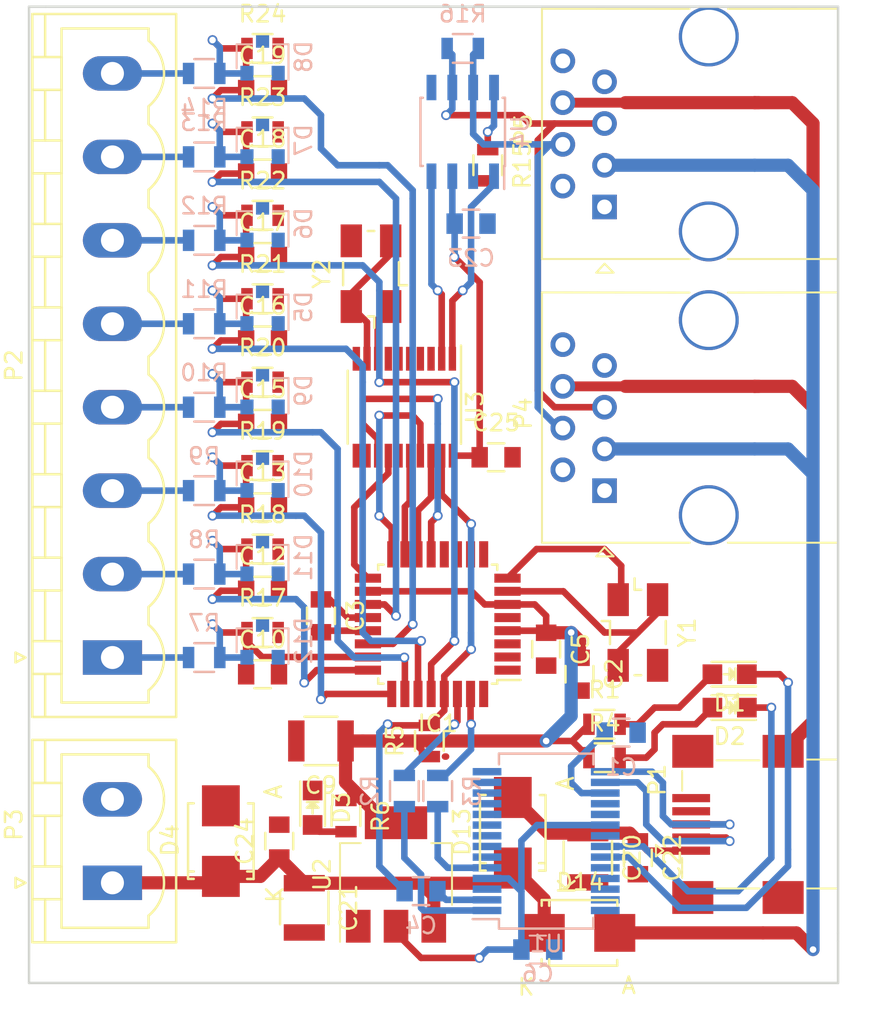
<source format=kicad_pcb>
(kicad_pcb (version 4) (host pcbnew 4.0.7+dfsg1-1~bpo9+1)

  (general
    (links 173)
    (no_connects 67)
    (area 120.828999 50.724999 170.255001 110.311001)
    (thickness 1.6)
    (drawings 7)
    (tracks 452)
    (zones 0)
    (modules 71)
    (nets 87)
  )

  (page A4)
  (layers
    (0 F.Cu signal)
    (31 B.Cu signal)
    (32 B.Adhes user hide)
    (33 F.Adhes user hide)
    (34 B.Paste user)
    (35 F.Paste user)
    (36 B.SilkS user)
    (37 F.SilkS user)
    (38 B.Mask user)
    (39 F.Mask user)
    (40 Dwgs.User user)
    (41 Cmts.User user)
    (42 Eco1.User user)
    (43 Eco2.User user)
    (44 Edge.Cuts user)
    (45 Margin user)
    (46 B.CrtYd user)
    (47 F.CrtYd user)
    (48 B.Fab user hide)
    (49 F.Fab user)
  )

  (setup
    (last_trace_width 0.4)
    (user_trace_width 0.2)
    (user_trace_width 0.4)
    (user_trace_width 0.6)
    (user_trace_width 0.8)
    (user_trace_width 1)
    (trace_clearance 0.2)
    (zone_clearance 0.508)
    (zone_45_only no)
    (trace_min 0.2)
    (segment_width 0.2)
    (edge_width 0.15)
    (via_size 0.6)
    (via_drill 0.4)
    (via_min_size 0.4)
    (via_min_drill 0.3)
    (uvia_size 0.3)
    (uvia_drill 0.1)
    (uvias_allowed no)
    (uvia_min_size 0.2)
    (uvia_min_drill 0.1)
    (pcb_text_width 0.3)
    (pcb_text_size 1.5 1.5)
    (mod_edge_width 0.15)
    (mod_text_size 1 1)
    (mod_text_width 0.15)
    (pad_size 1.524 1.524)
    (pad_drill 0.762)
    (pad_to_mask_clearance 0.2)
    (aux_axis_origin 170.18 110.236)
    (visible_elements FFFCFF1F)
    (pcbplotparams
      (layerselection 0x00030_80000001)
      (usegerberextensions false)
      (excludeedgelayer true)
      (linewidth 0.100000)
      (plotframeref false)
      (viasonmask false)
      (mode 1)
      (useauxorigin false)
      (hpglpennumber 1)
      (hpglpenspeed 20)
      (hpglpendiameter 15)
      (hpglpenoverlay 2)
      (psnegative false)
      (psa4output false)
      (plotreference true)
      (plotvalue true)
      (plotinvisibletext false)
      (padsonsilk false)
      (subtractmaskfromsilk false)
      (outputformat 1)
      (mirror false)
      (drillshape 1)
      (scaleselection 1)
      (outputdirectory ""))
  )

  (net 0 "")
  (net 1 "Net-(C1-Pad1)")
  (net 2 GND)
  (net 3 VCC)
  (net 4 "Net-(C3-Pad1)")
  (net 5 RESET)
  (net 6 "Net-(C4-Pad2)")
  (net 7 IO0)
  (net 8 IO1)
  (net 9 IO2)
  (net 10 IO3)
  (net 11 IO4)
  (net 12 IO5)
  (net 13 IO6)
  (net 14 IO7)
  (net 15 "Net-(C20-Pad1)")
  (net 16 +5V)
  (net 17 "Net-(D1-Pad2)")
  (net 18 "Net-(D1-Pad1)")
  (net 19 "Net-(D2-Pad2)")
  (net 20 "Net-(D2-Pad1)")
  (net 21 "Net-(D3-Pad2)")
  (net 22 "Net-(IC1-Pad1)")
  (net 23 "Net-(IC1-Pad2)")
  (net 24 "Net-(IC1-Pad7)")
  (net 25 "Net-(IC1-Pad8)")
  (net 26 "Net-(IC1-Pad9)")
  (net 27 "Net-(IC1-Pad10)")
  (net 28 "Net-(IC1-Pad11)")
  (net 29 "Net-(IC1-Pad12)")
  (net 30 CAN_INT)
  (net 31 CAN_CS)
  (net 32 CAN_SI)
  (net 33 CAN_SO)
  (net 34 CAN_SCK)
  (net 35 "Net-(IC1-Pad30)")
  (net 36 "Net-(IC1-Pad31)")
  (net 37 "Net-(IC1-Pad32)")
  (net 38 USB_RX)
  (net 39 USB_TX)
  (net 40 "Net-(P2-Pad1)")
  (net 41 "Net-(P2-Pad2)")
  (net 42 "Net-(P2-Pad3)")
  (net 43 "Net-(P2-Pad4)")
  (net 44 "Net-(P2-Pad5)")
  (net 45 "Net-(P2-Pad6)")
  (net 46 "Net-(P2-Pad7)")
  (net 47 "Net-(P2-Pad8)")
  (net 48 "Net-(R15-Pad1)")
  (net 49 "Net-(P4-Pad1)")
  (net 50 "Net-(P4-Pad2)")
  (net 51 "Net-(U1-Pad3)")
  (net 52 "Net-(U1-Pad6)")
  (net 53 "Net-(U1-Pad9)")
  (net 54 "Net-(U1-Pad10)")
  (net 55 "Net-(U1-Pad11)")
  (net 56 "Net-(U1-Pad12)")
  (net 57 "Net-(U1-Pad13)")
  (net 58 "Net-(U1-Pad14)")
  (net 59 USB_D+)
  (net 60 USB_D-)
  (net 61 "Net-(U1-Pad19)")
  (net 62 "Net-(U1-Pad27)")
  (net 63 "Net-(U1-Pad28)")
  (net 64 "Net-(U3-Pad1)")
  (net 65 "Net-(U3-Pad2)")
  (net 66 "Net-(U3-Pad3)")
  (net 67 "Net-(U3-Pad4)")
  (net 68 "Net-(U3-Pad5)")
  (net 69 "Net-(U3-Pad6)")
  (net 70 "Net-(U3-Pad7)")
  (net 71 "Net-(U3-Pad8)")
  (net 72 "Net-(U3-Pad9)")
  (net 73 "Net-(U3-Pad11)")
  (net 74 "Net-(U3-Pad12)")
  (net 75 "Net-(U3-Pad15)")
  (net 76 "Net-(U4-Pad5)")
  (net 77 "Net-(P1-Pad4)")
  (net 78 "Net-(D14-Pad2)")
  (net 79 "Net-(P4-Pad4)")
  (net 80 "Net-(P4-Pad5)")
  (net 81 "Net-(P4-Pad7)")
  (net 82 "Net-(P4-Pad8)")
  (net 83 "Net-(P5-Pad1)")
  (net 84 "Net-(P5-Pad2)")
  (net 85 "Net-(P5-Pad7)")
  (net 86 "Net-(P5-Pad8)")

  (net_class Default "Dies ist die voreingestellte Netzklasse."
    (clearance 0.2)
    (trace_width 0.25)
    (via_dia 0.6)
    (via_drill 0.4)
    (uvia_dia 0.3)
    (uvia_drill 0.1)
    (add_net +5V)
    (add_net CAN_CS)
    (add_net CAN_INT)
    (add_net CAN_SCK)
    (add_net CAN_SI)
    (add_net CAN_SO)
    (add_net GND)
    (add_net IO0)
    (add_net IO1)
    (add_net IO2)
    (add_net IO3)
    (add_net IO4)
    (add_net IO5)
    (add_net IO6)
    (add_net IO7)
    (add_net "Net-(C1-Pad1)")
    (add_net "Net-(C20-Pad1)")
    (add_net "Net-(C3-Pad1)")
    (add_net "Net-(C4-Pad2)")
    (add_net "Net-(D1-Pad1)")
    (add_net "Net-(D1-Pad2)")
    (add_net "Net-(D14-Pad2)")
    (add_net "Net-(D2-Pad1)")
    (add_net "Net-(D2-Pad2)")
    (add_net "Net-(D3-Pad2)")
    (add_net "Net-(IC1-Pad1)")
    (add_net "Net-(IC1-Pad10)")
    (add_net "Net-(IC1-Pad11)")
    (add_net "Net-(IC1-Pad12)")
    (add_net "Net-(IC1-Pad2)")
    (add_net "Net-(IC1-Pad30)")
    (add_net "Net-(IC1-Pad31)")
    (add_net "Net-(IC1-Pad32)")
    (add_net "Net-(IC1-Pad7)")
    (add_net "Net-(IC1-Pad8)")
    (add_net "Net-(IC1-Pad9)")
    (add_net "Net-(P1-Pad4)")
    (add_net "Net-(P2-Pad1)")
    (add_net "Net-(P2-Pad2)")
    (add_net "Net-(P2-Pad3)")
    (add_net "Net-(P2-Pad4)")
    (add_net "Net-(P2-Pad5)")
    (add_net "Net-(P2-Pad6)")
    (add_net "Net-(P2-Pad7)")
    (add_net "Net-(P2-Pad8)")
    (add_net "Net-(P4-Pad1)")
    (add_net "Net-(P4-Pad2)")
    (add_net "Net-(P4-Pad4)")
    (add_net "Net-(P4-Pad5)")
    (add_net "Net-(P4-Pad7)")
    (add_net "Net-(P4-Pad8)")
    (add_net "Net-(P5-Pad1)")
    (add_net "Net-(P5-Pad2)")
    (add_net "Net-(P5-Pad7)")
    (add_net "Net-(P5-Pad8)")
    (add_net "Net-(R15-Pad1)")
    (add_net "Net-(U1-Pad10)")
    (add_net "Net-(U1-Pad11)")
    (add_net "Net-(U1-Pad12)")
    (add_net "Net-(U1-Pad13)")
    (add_net "Net-(U1-Pad14)")
    (add_net "Net-(U1-Pad19)")
    (add_net "Net-(U1-Pad27)")
    (add_net "Net-(U1-Pad28)")
    (add_net "Net-(U1-Pad3)")
    (add_net "Net-(U1-Pad6)")
    (add_net "Net-(U1-Pad9)")
    (add_net "Net-(U3-Pad1)")
    (add_net "Net-(U3-Pad11)")
    (add_net "Net-(U3-Pad12)")
    (add_net "Net-(U3-Pad15)")
    (add_net "Net-(U3-Pad2)")
    (add_net "Net-(U3-Pad3)")
    (add_net "Net-(U3-Pad4)")
    (add_net "Net-(U3-Pad5)")
    (add_net "Net-(U3-Pad6)")
    (add_net "Net-(U3-Pad7)")
    (add_net "Net-(U3-Pad8)")
    (add_net "Net-(U3-Pad9)")
    (add_net "Net-(U4-Pad5)")
    (add_net RESET)
    (add_net USB_D+)
    (add_net USB_D-)
    (add_net USB_RX)
    (add_net USB_TX)
    (add_net VCC)
  )

  (net_class Middle ""
    (clearance 0.2)
    (trace_width 0.6)
    (via_dia 0.8)
    (via_drill 0.7)
    (uvia_dia 0.3)
    (uvia_drill 0.1)
  )

  (net_class Supply ""
    (clearance 0.2)
    (trace_width 1)
    (via_dia 1.2)
    (via_drill 0.8)
    (uvia_dia 0.3)
    (uvia_drill 0.1)
  )

  (module Connector_RJ:RJ45_8 (layer F.Cu) (tedit 5A1DC098) (tstamp 5A6F354A)
    (at 155.956 80.264 90)
    (descr "RJ45 connector, 8-pin")
    (tags RJ45)
    (path /5A6F601D)
    (fp_text reference P4 (at 4.7 -4.95 90) (layer F.SilkS)
      (effects (font (size 1 1) (thickness 0.15)))
    )
    (fp_text value CONN_01X08 (at 4.6 15.45 90) (layer F.Fab)
      (effects (font (size 1 1) (thickness 0.15)))
    )
    (fp_text user %R (at 4.65 5.85 90) (layer F.Fab)
      (effects (font (size 1 1) (thickness 0.15)))
    )
    (fp_line (start -4 0.55) (end -3.45 0) (layer F.SilkS) (width 0.12))
    (fp_line (start -4 -0.5) (end -4 0.55) (layer F.SilkS) (width 0.12))
    (fp_line (start -3.45 0) (end -4 -0.5) (layer F.SilkS) (width 0.12))
    (fp_line (start -3.1 14.15) (end -3.1 -2) (layer F.Fab) (width 0.12))
    (fp_line (start 12.05 14.15) (end -3.1 14.15) (layer F.Fab) (width 0.12))
    (fp_line (start 12 -3.7) (end 12.05 14.15) (layer F.Fab) (width 0.12))
    (fp_line (start -1.3 -3.75) (end 12 -3.7) (layer F.Fab) (width 0.12))
    (fp_line (start -3.1 -2) (end -1.3 -3.75) (layer F.Fab) (width 0.12))
    (fp_line (start -3.17 14.22) (end 12.07 14.22) (layer F.SilkS) (width 0.12))
    (fp_line (start 12.07 -3.81) (end 12.06 5.18) (layer F.SilkS) (width 0.12))
    (fp_line (start 12.07 -3.81) (end -3.17 -3.81) (layer F.SilkS) (width 0.12))
    (fp_line (start -3.17 -3.81) (end -3.17 5.19) (layer F.SilkS) (width 0.12))
    (fp_line (start 12.06 7.52) (end 12.07 14.22) (layer F.SilkS) (width 0.12))
    (fp_line (start -3.17 7.51) (end -3.17 14.22) (layer F.SilkS) (width 0.12))
    (fp_line (start -3.56 -4.06) (end 12.46 -4.06) (layer F.CrtYd) (width 0.05))
    (fp_line (start -3.56 -4.06) (end -3.56 14.47) (layer F.CrtYd) (width 0.05))
    (fp_line (start 12.46 14.47) (end 12.46 -4.06) (layer F.CrtYd) (width 0.05))
    (fp_line (start 12.46 14.47) (end -3.56 14.47) (layer F.CrtYd) (width 0.05))
    (pad "" np_thru_hole circle (at 10.38 6.35 90) (size 3.65 3.65) (drill 3.25) (layers *.Cu *.Mask))
    (pad "" np_thru_hole circle (at -1.49 6.35 90) (size 3.65 3.65) (drill 3.25) (layers *.Cu *.Mask))
    (pad 1 thru_hole rect (at 0 0 90) (size 1.5 1.5) (drill 0.9) (layers *.Cu *.Mask)
      (net 49 "Net-(P4-Pad1)"))
    (pad 2 thru_hole circle (at 1.27 -2.54 90) (size 1.5 1.5) (drill 0.9) (layers *.Cu *.Mask)
      (net 50 "Net-(P4-Pad2)"))
    (pad 3 thru_hole circle (at 2.54 0 90) (size 1.5 1.5) (drill 0.9) (layers *.Cu *.Mask)
      (net 78 "Net-(D14-Pad2)"))
    (pad 4 thru_hole circle (at 3.81 -2.54 90) (size 1.5 1.5) (drill 0.9) (layers *.Cu *.Mask)
      (net 79 "Net-(P4-Pad4)"))
    (pad 5 thru_hole circle (at 5.08 0 90) (size 1.5 1.5) (drill 0.9) (layers *.Cu *.Mask)
      (net 80 "Net-(P4-Pad5)"))
    (pad 6 thru_hole circle (at 6.35 -2.54 90) (size 1.5 1.5) (drill 0.9) (layers *.Cu *.Mask)
      (net 2 GND))
    (pad 7 thru_hole circle (at 7.62 0 90) (size 1.5 1.5) (drill 0.9) (layers *.Cu *.Mask)
      (net 81 "Net-(P4-Pad7)"))
    (pad 8 thru_hole circle (at 8.89 -2.54 90) (size 1.5 1.5) (drill 0.9) (layers *.Cu *.Mask)
      (net 82 "Net-(P4-Pad8)"))
    (model ${KISYS3DMOD}/Connector_RJ.3dshapes/RJ45_8.wrl
      (at (xyz 116.1287965109 -161.2899951545 0))
      (scale (xyz 0.4 0.4 0.4))
      (rotate (xyz 0 0 0))
    )
  )

  (module Capacitors_SMD:C_0805 (layer B.Cu) (tedit 5415D6EA) (tstamp 5A6F26CB)
    (at 156.972 94.996)
    (descr "Capacitor SMD 0805, reflow soldering, AVX (see smccp.pdf)")
    (tags "capacitor 0805")
    (path /5A6D7492)
    (attr smd)
    (fp_text reference C1 (at 0 2.1) (layer B.SilkS)
      (effects (font (size 1 1) (thickness 0.15)) (justify mirror))
    )
    (fp_text value 100n (at 0 -2.1) (layer B.Fab)
      (effects (font (size 1 1) (thickness 0.15)) (justify mirror))
    )
    (fp_line (start -1 -0.625) (end -1 0.625) (layer B.Fab) (width 0.15))
    (fp_line (start 1 -0.625) (end -1 -0.625) (layer B.Fab) (width 0.15))
    (fp_line (start 1 0.625) (end 1 -0.625) (layer B.Fab) (width 0.15))
    (fp_line (start -1 0.625) (end 1 0.625) (layer B.Fab) (width 0.15))
    (fp_line (start -1.8 1) (end 1.8 1) (layer B.CrtYd) (width 0.05))
    (fp_line (start -1.8 -1) (end 1.8 -1) (layer B.CrtYd) (width 0.05))
    (fp_line (start -1.8 1) (end -1.8 -1) (layer B.CrtYd) (width 0.05))
    (fp_line (start 1.8 1) (end 1.8 -1) (layer B.CrtYd) (width 0.05))
    (fp_line (start 0.5 0.85) (end -0.5 0.85) (layer B.SilkS) (width 0.15))
    (fp_line (start -0.5 -0.85) (end 0.5 -0.85) (layer B.SilkS) (width 0.15))
    (pad 1 smd rect (at -1 0) (size 1 1.25) (layers B.Cu B.Paste B.Mask)
      (net 1 "Net-(C1-Pad1)"))
    (pad 2 smd rect (at 1 0) (size 1 1.25) (layers B.Cu B.Paste B.Mask)
      (net 2 GND))
    (model Capacitors_SMD.3dshapes/C_0805.wrl
      (at (xyz 0 0 0))
      (scale (xyz 1 1 1))
      (rotate (xyz 0 0 0))
    )
  )

  (module Capacitors_SMD:C_0805 (layer F.Cu) (tedit 5415D6EA) (tstamp 5A6F26D1)
    (at 154.432 91.44 270)
    (descr "Capacitor SMD 0805, reflow soldering, AVX (see smccp.pdf)")
    (tags "capacitor 0805")
    (path /5A6CF6B5)
    (attr smd)
    (fp_text reference C2 (at 0 -2.1 270) (layer F.SilkS)
      (effects (font (size 1 1) (thickness 0.15)))
    )
    (fp_text value 1u (at 0 2.1 270) (layer F.Fab)
      (effects (font (size 1 1) (thickness 0.15)))
    )
    (fp_line (start -1 0.625) (end -1 -0.625) (layer F.Fab) (width 0.15))
    (fp_line (start 1 0.625) (end -1 0.625) (layer F.Fab) (width 0.15))
    (fp_line (start 1 -0.625) (end 1 0.625) (layer F.Fab) (width 0.15))
    (fp_line (start -1 -0.625) (end 1 -0.625) (layer F.Fab) (width 0.15))
    (fp_line (start -1.8 -1) (end 1.8 -1) (layer F.CrtYd) (width 0.05))
    (fp_line (start -1.8 1) (end 1.8 1) (layer F.CrtYd) (width 0.05))
    (fp_line (start -1.8 -1) (end -1.8 1) (layer F.CrtYd) (width 0.05))
    (fp_line (start 1.8 -1) (end 1.8 1) (layer F.CrtYd) (width 0.05))
    (fp_line (start 0.5 -0.85) (end -0.5 -0.85) (layer F.SilkS) (width 0.15))
    (fp_line (start -0.5 0.85) (end 0.5 0.85) (layer F.SilkS) (width 0.15))
    (pad 1 smd rect (at -1 0 270) (size 1 1.25) (layers F.Cu F.Paste F.Mask)
      (net 3 VCC))
    (pad 2 smd rect (at 1 0 270) (size 1 1.25) (layers F.Cu F.Paste F.Mask)
      (net 2 GND))
    (model Capacitors_SMD.3dshapes/C_0805.wrl
      (at (xyz 0 0 0))
      (scale (xyz 1 1 1))
      (rotate (xyz 0 0 0))
    )
  )

  (module Capacitors_SMD:C_0805 (layer F.Cu) (tedit 5415D6EA) (tstamp 5A6F26D7)
    (at 138.684 87.884 270)
    (descr "Capacitor SMD 0805, reflow soldering, AVX (see smccp.pdf)")
    (tags "capacitor 0805")
    (path /5A6CF6EC)
    (attr smd)
    (fp_text reference C3 (at 0 -2.1 270) (layer F.SilkS)
      (effects (font (size 1 1) (thickness 0.15)))
    )
    (fp_text value 100n (at 0 2.1 270) (layer F.Fab)
      (effects (font (size 1 1) (thickness 0.15)))
    )
    (fp_line (start -1 0.625) (end -1 -0.625) (layer F.Fab) (width 0.15))
    (fp_line (start 1 0.625) (end -1 0.625) (layer F.Fab) (width 0.15))
    (fp_line (start 1 -0.625) (end 1 0.625) (layer F.Fab) (width 0.15))
    (fp_line (start -1 -0.625) (end 1 -0.625) (layer F.Fab) (width 0.15))
    (fp_line (start -1.8 -1) (end 1.8 -1) (layer F.CrtYd) (width 0.05))
    (fp_line (start -1.8 1) (end 1.8 1) (layer F.CrtYd) (width 0.05))
    (fp_line (start -1.8 -1) (end -1.8 1) (layer F.CrtYd) (width 0.05))
    (fp_line (start 1.8 -1) (end 1.8 1) (layer F.CrtYd) (width 0.05))
    (fp_line (start 0.5 -0.85) (end -0.5 -0.85) (layer F.SilkS) (width 0.15))
    (fp_line (start -0.5 0.85) (end 0.5 0.85) (layer F.SilkS) (width 0.15))
    (pad 1 smd rect (at -1 0 270) (size 1 1.25) (layers F.Cu F.Paste F.Mask)
      (net 4 "Net-(C3-Pad1)"))
    (pad 2 smd rect (at 1 0 270) (size 1 1.25) (layers F.Cu F.Paste F.Mask)
      (net 2 GND))
    (model Capacitors_SMD.3dshapes/C_0805.wrl
      (at (xyz 0 0 0))
      (scale (xyz 1 1 1))
      (rotate (xyz 0 0 0))
    )
  )

  (module Capacitors_SMD:C_0805 (layer B.Cu) (tedit 5415D6EA) (tstamp 5A6F26DD)
    (at 144.78 104.648)
    (descr "Capacitor SMD 0805, reflow soldering, AVX (see smccp.pdf)")
    (tags "capacitor 0805")
    (path /5A6D21DC)
    (attr smd)
    (fp_text reference C4 (at 0 2.1) (layer B.SilkS)
      (effects (font (size 1 1) (thickness 0.15)) (justify mirror))
    )
    (fp_text value 100n (at 0 -2.1) (layer B.Fab)
      (effects (font (size 1 1) (thickness 0.15)) (justify mirror))
    )
    (fp_line (start -1 -0.625) (end -1 0.625) (layer B.Fab) (width 0.15))
    (fp_line (start 1 -0.625) (end -1 -0.625) (layer B.Fab) (width 0.15))
    (fp_line (start 1 0.625) (end 1 -0.625) (layer B.Fab) (width 0.15))
    (fp_line (start -1 0.625) (end 1 0.625) (layer B.Fab) (width 0.15))
    (fp_line (start -1.8 1) (end 1.8 1) (layer B.CrtYd) (width 0.05))
    (fp_line (start -1.8 -1) (end 1.8 -1) (layer B.CrtYd) (width 0.05))
    (fp_line (start -1.8 1) (end -1.8 -1) (layer B.CrtYd) (width 0.05))
    (fp_line (start 1.8 1) (end 1.8 -1) (layer B.CrtYd) (width 0.05))
    (fp_line (start 0.5 0.85) (end -0.5 0.85) (layer B.SilkS) (width 0.15))
    (fp_line (start -0.5 -0.85) (end 0.5 -0.85) (layer B.SilkS) (width 0.15))
    (pad 1 smd rect (at -1 0) (size 1 1.25) (layers B.Cu B.Paste B.Mask)
      (net 5 RESET))
    (pad 2 smd rect (at 1 0) (size 1 1.25) (layers B.Cu B.Paste B.Mask)
      (net 6 "Net-(C4-Pad2)"))
    (model Capacitors_SMD.3dshapes/C_0805.wrl
      (at (xyz 0 0 0))
      (scale (xyz 1 1 1))
      (rotate (xyz 0 0 0))
    )
  )

  (module Capacitors_SMD:C_0805 (layer F.Cu) (tedit 5415D6EA) (tstamp 5A6F26E3)
    (at 152.4 89.916 270)
    (descr "Capacitor SMD 0805, reflow soldering, AVX (see smccp.pdf)")
    (tags "capacitor 0805")
    (path /5A6F3843)
    (attr smd)
    (fp_text reference C5 (at 0 -2.1 270) (layer F.SilkS)
      (effects (font (size 1 1) (thickness 0.15)))
    )
    (fp_text value 100n (at 0 2.1 270) (layer F.Fab)
      (effects (font (size 1 1) (thickness 0.15)))
    )
    (fp_line (start -1 0.625) (end -1 -0.625) (layer F.Fab) (width 0.15))
    (fp_line (start 1 0.625) (end -1 0.625) (layer F.Fab) (width 0.15))
    (fp_line (start 1 -0.625) (end 1 0.625) (layer F.Fab) (width 0.15))
    (fp_line (start -1 -0.625) (end 1 -0.625) (layer F.Fab) (width 0.15))
    (fp_line (start -1.8 -1) (end 1.8 -1) (layer F.CrtYd) (width 0.05))
    (fp_line (start -1.8 1) (end 1.8 1) (layer F.CrtYd) (width 0.05))
    (fp_line (start -1.8 -1) (end -1.8 1) (layer F.CrtYd) (width 0.05))
    (fp_line (start 1.8 -1) (end 1.8 1) (layer F.CrtYd) (width 0.05))
    (fp_line (start 0.5 -0.85) (end -0.5 -0.85) (layer F.SilkS) (width 0.15))
    (fp_line (start -0.5 0.85) (end 0.5 0.85) (layer F.SilkS) (width 0.15))
    (pad 1 smd rect (at -1 0 270) (size 1 1.25) (layers F.Cu F.Paste F.Mask)
      (net 3 VCC))
    (pad 2 smd rect (at 1 0 270) (size 1 1.25) (layers F.Cu F.Paste F.Mask)
      (net 2 GND))
    (model Capacitors_SMD.3dshapes/C_0805.wrl
      (at (xyz 0 0 0))
      (scale (xyz 1 1 1))
      (rotate (xyz 0 0 0))
    )
  )

  (module Capacitors_SMD:C_1210 (layer F.Cu) (tedit 5415D85D) (tstamp 5A6F26E9)
    (at 138.684 95.504 180)
    (descr "Capacitor SMD 1210, reflow soldering, AVX (see smccp.pdf)")
    (tags "capacitor 1210")
    (path /5A6D0B2A)
    (attr smd)
    (fp_text reference C9 (at 0 -2.7 180) (layer F.SilkS)
      (effects (font (size 1 1) (thickness 0.15)))
    )
    (fp_text value 4u7 (at 0 2.7 180) (layer F.Fab)
      (effects (font (size 1 1) (thickness 0.15)))
    )
    (fp_line (start -1.6 1.25) (end -1.6 -1.25) (layer F.Fab) (width 0.15))
    (fp_line (start 1.6 1.25) (end -1.6 1.25) (layer F.Fab) (width 0.15))
    (fp_line (start 1.6 -1.25) (end 1.6 1.25) (layer F.Fab) (width 0.15))
    (fp_line (start -1.6 -1.25) (end 1.6 -1.25) (layer F.Fab) (width 0.15))
    (fp_line (start -2.3 -1.6) (end 2.3 -1.6) (layer F.CrtYd) (width 0.05))
    (fp_line (start -2.3 1.6) (end 2.3 1.6) (layer F.CrtYd) (width 0.05))
    (fp_line (start -2.3 -1.6) (end -2.3 1.6) (layer F.CrtYd) (width 0.05))
    (fp_line (start 2.3 -1.6) (end 2.3 1.6) (layer F.CrtYd) (width 0.05))
    (fp_line (start 1 -1.475) (end -1 -1.475) (layer F.SilkS) (width 0.15))
    (fp_line (start -1 1.475) (end 1 1.475) (layer F.SilkS) (width 0.15))
    (pad 1 smd rect (at -1.5 0 180) (size 1 2.5) (layers F.Cu F.Paste F.Mask)
      (net 3 VCC))
    (pad 2 smd rect (at 1.5 0 180) (size 1 2.5) (layers F.Cu F.Paste F.Mask)
      (net 2 GND))
    (model Capacitors_SMD.3dshapes/C_1210.wrl
      (at (xyz 0 0 0))
      (scale (xyz 1 1 1))
      (rotate (xyz 0 0 0))
    )
  )

  (module Capacitors_SMD:C_0805 (layer F.Cu) (tedit 5415D6EA) (tstamp 5A6F26EF)
    (at 135.128 91.44)
    (descr "Capacitor SMD 0805, reflow soldering, AVX (see smccp.pdf)")
    (tags "capacitor 0805")
    (path /5A6D4050)
    (attr smd)
    (fp_text reference C10 (at 0 -2.1) (layer F.SilkS)
      (effects (font (size 1 1) (thickness 0.15)))
    )
    (fp_text value 10n (at 0 2.1) (layer F.Fab)
      (effects (font (size 1 1) (thickness 0.15)))
    )
    (fp_line (start -1 0.625) (end -1 -0.625) (layer F.Fab) (width 0.15))
    (fp_line (start 1 0.625) (end -1 0.625) (layer F.Fab) (width 0.15))
    (fp_line (start 1 -0.625) (end 1 0.625) (layer F.Fab) (width 0.15))
    (fp_line (start -1 -0.625) (end 1 -0.625) (layer F.Fab) (width 0.15))
    (fp_line (start -1.8 -1) (end 1.8 -1) (layer F.CrtYd) (width 0.05))
    (fp_line (start -1.8 1) (end 1.8 1) (layer F.CrtYd) (width 0.05))
    (fp_line (start -1.8 -1) (end -1.8 1) (layer F.CrtYd) (width 0.05))
    (fp_line (start 1.8 -1) (end 1.8 1) (layer F.CrtYd) (width 0.05))
    (fp_line (start 0.5 -0.85) (end -0.5 -0.85) (layer F.SilkS) (width 0.15))
    (fp_line (start -0.5 0.85) (end 0.5 0.85) (layer F.SilkS) (width 0.15))
    (pad 1 smd rect (at -1 0) (size 1 1.25) (layers F.Cu F.Paste F.Mask)
      (net 7 IO0))
    (pad 2 smd rect (at 1 0) (size 1 1.25) (layers F.Cu F.Paste F.Mask)
      (net 2 GND))
    (model Capacitors_SMD.3dshapes/C_0805.wrl
      (at (xyz 0 0 0))
      (scale (xyz 1 1 1))
      (rotate (xyz 0 0 0))
    )
  )

  (module Capacitors_SMD:C_0805 (layer F.Cu) (tedit 5415D6EA) (tstamp 5A6F26F5)
    (at 135.128 86.36)
    (descr "Capacitor SMD 0805, reflow soldering, AVX (see smccp.pdf)")
    (tags "capacitor 0805")
    (path /5A6D3FD3)
    (attr smd)
    (fp_text reference C12 (at 0 -2.1) (layer F.SilkS)
      (effects (font (size 1 1) (thickness 0.15)))
    )
    (fp_text value 10n (at 0 2.1) (layer F.Fab)
      (effects (font (size 1 1) (thickness 0.15)))
    )
    (fp_line (start -1 0.625) (end -1 -0.625) (layer F.Fab) (width 0.15))
    (fp_line (start 1 0.625) (end -1 0.625) (layer F.Fab) (width 0.15))
    (fp_line (start 1 -0.625) (end 1 0.625) (layer F.Fab) (width 0.15))
    (fp_line (start -1 -0.625) (end 1 -0.625) (layer F.Fab) (width 0.15))
    (fp_line (start -1.8 -1) (end 1.8 -1) (layer F.CrtYd) (width 0.05))
    (fp_line (start -1.8 1) (end 1.8 1) (layer F.CrtYd) (width 0.05))
    (fp_line (start -1.8 -1) (end -1.8 1) (layer F.CrtYd) (width 0.05))
    (fp_line (start 1.8 -1) (end 1.8 1) (layer F.CrtYd) (width 0.05))
    (fp_line (start 0.5 -0.85) (end -0.5 -0.85) (layer F.SilkS) (width 0.15))
    (fp_line (start -0.5 0.85) (end 0.5 0.85) (layer F.SilkS) (width 0.15))
    (pad 1 smd rect (at -1 0) (size 1 1.25) (layers F.Cu F.Paste F.Mask)
      (net 8 IO1))
    (pad 2 smd rect (at 1 0) (size 1 1.25) (layers F.Cu F.Paste F.Mask)
      (net 2 GND))
    (model Capacitors_SMD.3dshapes/C_0805.wrl
      (at (xyz 0 0 0))
      (scale (xyz 1 1 1))
      (rotate (xyz 0 0 0))
    )
  )

  (module Capacitors_SMD:C_0805 (layer F.Cu) (tedit 5415D6EA) (tstamp 5A6F26FB)
    (at 135.128 81.28)
    (descr "Capacitor SMD 0805, reflow soldering, AVX (see smccp.pdf)")
    (tags "capacitor 0805")
    (path /5A6D3F46)
    (attr smd)
    (fp_text reference C13 (at 0 -2.1) (layer F.SilkS)
      (effects (font (size 1 1) (thickness 0.15)))
    )
    (fp_text value 10n (at 0 2.1) (layer F.Fab)
      (effects (font (size 1 1) (thickness 0.15)))
    )
    (fp_line (start -1 0.625) (end -1 -0.625) (layer F.Fab) (width 0.15))
    (fp_line (start 1 0.625) (end -1 0.625) (layer F.Fab) (width 0.15))
    (fp_line (start 1 -0.625) (end 1 0.625) (layer F.Fab) (width 0.15))
    (fp_line (start -1 -0.625) (end 1 -0.625) (layer F.Fab) (width 0.15))
    (fp_line (start -1.8 -1) (end 1.8 -1) (layer F.CrtYd) (width 0.05))
    (fp_line (start -1.8 1) (end 1.8 1) (layer F.CrtYd) (width 0.05))
    (fp_line (start -1.8 -1) (end -1.8 1) (layer F.CrtYd) (width 0.05))
    (fp_line (start 1.8 -1) (end 1.8 1) (layer F.CrtYd) (width 0.05))
    (fp_line (start 0.5 -0.85) (end -0.5 -0.85) (layer F.SilkS) (width 0.15))
    (fp_line (start -0.5 0.85) (end 0.5 0.85) (layer F.SilkS) (width 0.15))
    (pad 1 smd rect (at -1 0) (size 1 1.25) (layers F.Cu F.Paste F.Mask)
      (net 9 IO2))
    (pad 2 smd rect (at 1 0) (size 1 1.25) (layers F.Cu F.Paste F.Mask)
      (net 2 GND))
    (model Capacitors_SMD.3dshapes/C_0805.wrl
      (at (xyz 0 0 0))
      (scale (xyz 1 1 1))
      (rotate (xyz 0 0 0))
    )
  )

  (module Capacitors_SMD:C_0805 (layer F.Cu) (tedit 5415D6EA) (tstamp 5A6F2701)
    (at 135.128 76.2)
    (descr "Capacitor SMD 0805, reflow soldering, AVX (see smccp.pdf)")
    (tags "capacitor 0805")
    (path /5A6D3E21)
    (attr smd)
    (fp_text reference C15 (at 0 -2.1) (layer F.SilkS)
      (effects (font (size 1 1) (thickness 0.15)))
    )
    (fp_text value 10n (at 0 2.1) (layer F.Fab)
      (effects (font (size 1 1) (thickness 0.15)))
    )
    (fp_line (start -1 0.625) (end -1 -0.625) (layer F.Fab) (width 0.15))
    (fp_line (start 1 0.625) (end -1 0.625) (layer F.Fab) (width 0.15))
    (fp_line (start 1 -0.625) (end 1 0.625) (layer F.Fab) (width 0.15))
    (fp_line (start -1 -0.625) (end 1 -0.625) (layer F.Fab) (width 0.15))
    (fp_line (start -1.8 -1) (end 1.8 -1) (layer F.CrtYd) (width 0.05))
    (fp_line (start -1.8 1) (end 1.8 1) (layer F.CrtYd) (width 0.05))
    (fp_line (start -1.8 -1) (end -1.8 1) (layer F.CrtYd) (width 0.05))
    (fp_line (start 1.8 -1) (end 1.8 1) (layer F.CrtYd) (width 0.05))
    (fp_line (start 0.5 -0.85) (end -0.5 -0.85) (layer F.SilkS) (width 0.15))
    (fp_line (start -0.5 0.85) (end 0.5 0.85) (layer F.SilkS) (width 0.15))
    (pad 1 smd rect (at -1 0) (size 1 1.25) (layers F.Cu F.Paste F.Mask)
      (net 10 IO3))
    (pad 2 smd rect (at 1 0) (size 1 1.25) (layers F.Cu F.Paste F.Mask)
      (net 2 GND))
    (model Capacitors_SMD.3dshapes/C_0805.wrl
      (at (xyz 0 0 0))
      (scale (xyz 1 1 1))
      (rotate (xyz 0 0 0))
    )
  )

  (module Capacitors_SMD:C_0805 (layer F.Cu) (tedit 5415D6EA) (tstamp 5A6F2707)
    (at 135.128 71.12)
    (descr "Capacitor SMD 0805, reflow soldering, AVX (see smccp.pdf)")
    (tags "capacitor 0805")
    (path /5A6D3D98)
    (attr smd)
    (fp_text reference C16 (at 0 -2.1) (layer F.SilkS)
      (effects (font (size 1 1) (thickness 0.15)))
    )
    (fp_text value 10n (at 0 2.1) (layer F.Fab)
      (effects (font (size 1 1) (thickness 0.15)))
    )
    (fp_line (start -1 0.625) (end -1 -0.625) (layer F.Fab) (width 0.15))
    (fp_line (start 1 0.625) (end -1 0.625) (layer F.Fab) (width 0.15))
    (fp_line (start 1 -0.625) (end 1 0.625) (layer F.Fab) (width 0.15))
    (fp_line (start -1 -0.625) (end 1 -0.625) (layer F.Fab) (width 0.15))
    (fp_line (start -1.8 -1) (end 1.8 -1) (layer F.CrtYd) (width 0.05))
    (fp_line (start -1.8 1) (end 1.8 1) (layer F.CrtYd) (width 0.05))
    (fp_line (start -1.8 -1) (end -1.8 1) (layer F.CrtYd) (width 0.05))
    (fp_line (start 1.8 -1) (end 1.8 1) (layer F.CrtYd) (width 0.05))
    (fp_line (start 0.5 -0.85) (end -0.5 -0.85) (layer F.SilkS) (width 0.15))
    (fp_line (start -0.5 0.85) (end 0.5 0.85) (layer F.SilkS) (width 0.15))
    (pad 1 smd rect (at -1 0) (size 1 1.25) (layers F.Cu F.Paste F.Mask)
      (net 11 IO4))
    (pad 2 smd rect (at 1 0) (size 1 1.25) (layers F.Cu F.Paste F.Mask)
      (net 2 GND))
    (model Capacitors_SMD.3dshapes/C_0805.wrl
      (at (xyz 0 0 0))
      (scale (xyz 1 1 1))
      (rotate (xyz 0 0 0))
    )
  )

  (module Capacitors_SMD:C_0805 (layer F.Cu) (tedit 5415D6EA) (tstamp 5A6F270D)
    (at 135.128 66.04)
    (descr "Capacitor SMD 0805, reflow soldering, AVX (see smccp.pdf)")
    (tags "capacitor 0805")
    (path /5A6D3D09)
    (attr smd)
    (fp_text reference C17 (at 0 -2.1) (layer F.SilkS)
      (effects (font (size 1 1) (thickness 0.15)))
    )
    (fp_text value 10n (at 0 2.1) (layer F.Fab)
      (effects (font (size 1 1) (thickness 0.15)))
    )
    (fp_line (start -1 0.625) (end -1 -0.625) (layer F.Fab) (width 0.15))
    (fp_line (start 1 0.625) (end -1 0.625) (layer F.Fab) (width 0.15))
    (fp_line (start 1 -0.625) (end 1 0.625) (layer F.Fab) (width 0.15))
    (fp_line (start -1 -0.625) (end 1 -0.625) (layer F.Fab) (width 0.15))
    (fp_line (start -1.8 -1) (end 1.8 -1) (layer F.CrtYd) (width 0.05))
    (fp_line (start -1.8 1) (end 1.8 1) (layer F.CrtYd) (width 0.05))
    (fp_line (start -1.8 -1) (end -1.8 1) (layer F.CrtYd) (width 0.05))
    (fp_line (start 1.8 -1) (end 1.8 1) (layer F.CrtYd) (width 0.05))
    (fp_line (start 0.5 -0.85) (end -0.5 -0.85) (layer F.SilkS) (width 0.15))
    (fp_line (start -0.5 0.85) (end 0.5 0.85) (layer F.SilkS) (width 0.15))
    (pad 1 smd rect (at -1 0) (size 1 1.25) (layers F.Cu F.Paste F.Mask)
      (net 12 IO5))
    (pad 2 smd rect (at 1 0) (size 1 1.25) (layers F.Cu F.Paste F.Mask)
      (net 2 GND))
    (model Capacitors_SMD.3dshapes/C_0805.wrl
      (at (xyz 0 0 0))
      (scale (xyz 1 1 1))
      (rotate (xyz 0 0 0))
    )
  )

  (module Capacitors_SMD:C_0805 (layer F.Cu) (tedit 5415D6EA) (tstamp 5A6F2713)
    (at 135.128 60.96)
    (descr "Capacitor SMD 0805, reflow soldering, AVX (see smccp.pdf)")
    (tags "capacitor 0805")
    (path /5A6D3C8C)
    (attr smd)
    (fp_text reference C18 (at 0 -2.1) (layer F.SilkS)
      (effects (font (size 1 1) (thickness 0.15)))
    )
    (fp_text value 10n (at 0 2.1) (layer F.Fab)
      (effects (font (size 1 1) (thickness 0.15)))
    )
    (fp_line (start -1 0.625) (end -1 -0.625) (layer F.Fab) (width 0.15))
    (fp_line (start 1 0.625) (end -1 0.625) (layer F.Fab) (width 0.15))
    (fp_line (start 1 -0.625) (end 1 0.625) (layer F.Fab) (width 0.15))
    (fp_line (start -1 -0.625) (end 1 -0.625) (layer F.Fab) (width 0.15))
    (fp_line (start -1.8 -1) (end 1.8 -1) (layer F.CrtYd) (width 0.05))
    (fp_line (start -1.8 1) (end 1.8 1) (layer F.CrtYd) (width 0.05))
    (fp_line (start -1.8 -1) (end -1.8 1) (layer F.CrtYd) (width 0.05))
    (fp_line (start 1.8 -1) (end 1.8 1) (layer F.CrtYd) (width 0.05))
    (fp_line (start 0.5 -0.85) (end -0.5 -0.85) (layer F.SilkS) (width 0.15))
    (fp_line (start -0.5 0.85) (end 0.5 0.85) (layer F.SilkS) (width 0.15))
    (pad 1 smd rect (at -1 0) (size 1 1.25) (layers F.Cu F.Paste F.Mask)
      (net 13 IO6))
    (pad 2 smd rect (at 1 0) (size 1 1.25) (layers F.Cu F.Paste F.Mask)
      (net 2 GND))
    (model Capacitors_SMD.3dshapes/C_0805.wrl
      (at (xyz 0 0 0))
      (scale (xyz 1 1 1))
      (rotate (xyz 0 0 0))
    )
  )

  (module Capacitors_SMD:C_0805 (layer F.Cu) (tedit 5415D6EA) (tstamp 5A6F2719)
    (at 135.128 55.88)
    (descr "Capacitor SMD 0805, reflow soldering, AVX (see smccp.pdf)")
    (tags "capacitor 0805")
    (path /5A6D3488)
    (attr smd)
    (fp_text reference C19 (at 0 -2.1) (layer F.SilkS)
      (effects (font (size 1 1) (thickness 0.15)))
    )
    (fp_text value 10n (at 0 2.1) (layer F.Fab)
      (effects (font (size 1 1) (thickness 0.15)))
    )
    (fp_line (start -1 0.625) (end -1 -0.625) (layer F.Fab) (width 0.15))
    (fp_line (start 1 0.625) (end -1 0.625) (layer F.Fab) (width 0.15))
    (fp_line (start 1 -0.625) (end 1 0.625) (layer F.Fab) (width 0.15))
    (fp_line (start -1 -0.625) (end 1 -0.625) (layer F.Fab) (width 0.15))
    (fp_line (start -1.8 -1) (end 1.8 -1) (layer F.CrtYd) (width 0.05))
    (fp_line (start -1.8 1) (end 1.8 1) (layer F.CrtYd) (width 0.05))
    (fp_line (start -1.8 -1) (end -1.8 1) (layer F.CrtYd) (width 0.05))
    (fp_line (start 1.8 -1) (end 1.8 1) (layer F.CrtYd) (width 0.05))
    (fp_line (start 0.5 -0.85) (end -0.5 -0.85) (layer F.SilkS) (width 0.15))
    (fp_line (start -0.5 0.85) (end 0.5 0.85) (layer F.SilkS) (width 0.15))
    (pad 1 smd rect (at -1 0) (size 1 1.25) (layers F.Cu F.Paste F.Mask)
      (net 14 IO7))
    (pad 2 smd rect (at 1 0) (size 1 1.25) (layers F.Cu F.Paste F.Mask)
      (net 2 GND))
    (model Capacitors_SMD.3dshapes/C_0805.wrl
      (at (xyz 0 0 0))
      (scale (xyz 1 1 1))
      (rotate (xyz 0 0 0))
    )
  )

  (module Capacitors_SMD:C_1210 (layer F.Cu) (tedit 5415D85D) (tstamp 5A6F271F)
    (at 154.94 102.616 270)
    (descr "Capacitor SMD 1210, reflow soldering, AVX (see smccp.pdf)")
    (tags "capacitor 1210")
    (path /5A6D6310)
    (attr smd)
    (fp_text reference C20 (at 0 -2.7 270) (layer F.SilkS)
      (effects (font (size 1 1) (thickness 0.15)))
    )
    (fp_text value 4u7 (at 0 2.7 270) (layer F.Fab)
      (effects (font (size 1 1) (thickness 0.15)))
    )
    (fp_line (start -1.6 1.25) (end -1.6 -1.25) (layer F.Fab) (width 0.15))
    (fp_line (start 1.6 1.25) (end -1.6 1.25) (layer F.Fab) (width 0.15))
    (fp_line (start 1.6 -1.25) (end 1.6 1.25) (layer F.Fab) (width 0.15))
    (fp_line (start -1.6 -1.25) (end 1.6 -1.25) (layer F.Fab) (width 0.15))
    (fp_line (start -2.3 -1.6) (end 2.3 -1.6) (layer F.CrtYd) (width 0.05))
    (fp_line (start -2.3 1.6) (end 2.3 1.6) (layer F.CrtYd) (width 0.05))
    (fp_line (start -2.3 -1.6) (end -2.3 1.6) (layer F.CrtYd) (width 0.05))
    (fp_line (start 2.3 -1.6) (end 2.3 1.6) (layer F.CrtYd) (width 0.05))
    (fp_line (start 1 -1.475) (end -1 -1.475) (layer F.SilkS) (width 0.15))
    (fp_line (start -1 1.475) (end 1 1.475) (layer F.SilkS) (width 0.15))
    (pad 1 smd rect (at -1.5 0 270) (size 1 2.5) (layers F.Cu F.Paste F.Mask)
      (net 15 "Net-(C20-Pad1)"))
    (pad 2 smd rect (at 1.5 0 270) (size 1 2.5) (layers F.Cu F.Paste F.Mask)
      (net 2 GND))
    (model Capacitors_SMD.3dshapes/C_1210.wrl
      (at (xyz 0 0 0))
      (scale (xyz 1 1 1))
      (rotate (xyz 0 0 0))
    )
  )

  (module Capacitors_SMD:C_1210 (layer F.Cu) (tedit 5415D85D) (tstamp 5A6F2725)
    (at 137.668 105.664 270)
    (descr "Capacitor SMD 1210, reflow soldering, AVX (see smccp.pdf)")
    (tags "capacitor 1210")
    (path /5A6D1F2D)
    (attr smd)
    (fp_text reference C21 (at 0 -2.7 270) (layer F.SilkS)
      (effects (font (size 1 1) (thickness 0.15)))
    )
    (fp_text value 10u (at 0 2.7 270) (layer F.Fab)
      (effects (font (size 1 1) (thickness 0.15)))
    )
    (fp_line (start -1.6 1.25) (end -1.6 -1.25) (layer F.Fab) (width 0.15))
    (fp_line (start 1.6 1.25) (end -1.6 1.25) (layer F.Fab) (width 0.15))
    (fp_line (start 1.6 -1.25) (end 1.6 1.25) (layer F.Fab) (width 0.15))
    (fp_line (start -1.6 -1.25) (end 1.6 -1.25) (layer F.Fab) (width 0.15))
    (fp_line (start -2.3 -1.6) (end 2.3 -1.6) (layer F.CrtYd) (width 0.05))
    (fp_line (start -2.3 1.6) (end 2.3 1.6) (layer F.CrtYd) (width 0.05))
    (fp_line (start -2.3 -1.6) (end -2.3 1.6) (layer F.CrtYd) (width 0.05))
    (fp_line (start 2.3 -1.6) (end 2.3 1.6) (layer F.CrtYd) (width 0.05))
    (fp_line (start 1 -1.475) (end -1 -1.475) (layer F.SilkS) (width 0.15))
    (fp_line (start -1 1.475) (end 1 1.475) (layer F.SilkS) (width 0.15))
    (pad 1 smd rect (at -1.5 0 270) (size 1 2.5) (layers F.Cu F.Paste F.Mask)
      (net 16 +5V))
    (pad 2 smd rect (at 1.5 0 270) (size 1 2.5) (layers F.Cu F.Paste F.Mask)
      (net 2 GND))
    (model Capacitors_SMD.3dshapes/C_1210.wrl
      (at (xyz 0 0 0))
      (scale (xyz 1 1 1))
      (rotate (xyz 0 0 0))
    )
  )

  (module Capacitors_SMD:C_0805 (layer F.Cu) (tedit 5415D6EA) (tstamp 5A6F272B)
    (at 157.988 102.616 270)
    (descr "Capacitor SMD 0805, reflow soldering, AVX (see smccp.pdf)")
    (tags "capacitor 0805")
    (path /5A6D627B)
    (attr smd)
    (fp_text reference C22 (at 0 -2.1 270) (layer F.SilkS)
      (effects (font (size 1 1) (thickness 0.15)))
    )
    (fp_text value 100n (at 0 2.1 270) (layer F.Fab)
      (effects (font (size 1 1) (thickness 0.15)))
    )
    (fp_line (start -1 0.625) (end -1 -0.625) (layer F.Fab) (width 0.15))
    (fp_line (start 1 0.625) (end -1 0.625) (layer F.Fab) (width 0.15))
    (fp_line (start 1 -0.625) (end 1 0.625) (layer F.Fab) (width 0.15))
    (fp_line (start -1 -0.625) (end 1 -0.625) (layer F.Fab) (width 0.15))
    (fp_line (start -1.8 -1) (end 1.8 -1) (layer F.CrtYd) (width 0.05))
    (fp_line (start -1.8 1) (end 1.8 1) (layer F.CrtYd) (width 0.05))
    (fp_line (start -1.8 -1) (end -1.8 1) (layer F.CrtYd) (width 0.05))
    (fp_line (start 1.8 -1) (end 1.8 1) (layer F.CrtYd) (width 0.05))
    (fp_line (start 0.5 -0.85) (end -0.5 -0.85) (layer F.SilkS) (width 0.15))
    (fp_line (start -0.5 0.85) (end 0.5 0.85) (layer F.SilkS) (width 0.15))
    (pad 1 smd rect (at -1 0 270) (size 1 1.25) (layers F.Cu F.Paste F.Mask)
      (net 15 "Net-(C20-Pad1)"))
    (pad 2 smd rect (at 1 0 270) (size 1 1.25) (layers F.Cu F.Paste F.Mask)
      (net 2 GND))
    (model Capacitors_SMD.3dshapes/C_0805.wrl
      (at (xyz 0 0 0))
      (scale (xyz 1 1 1))
      (rotate (xyz 0 0 0))
    )
  )

  (module Capacitors_SMD:C_0805 (layer B.Cu) (tedit 5415D6EA) (tstamp 5A6F2731)
    (at 147.828 64.008)
    (descr "Capacitor SMD 0805, reflow soldering, AVX (see smccp.pdf)")
    (tags "capacitor 0805")
    (path /5A6DA43B)
    (attr smd)
    (fp_text reference C23 (at 0 2.1) (layer B.SilkS)
      (effects (font (size 1 1) (thickness 0.15)) (justify mirror))
    )
    (fp_text value 100n (at 0 -2.1) (layer B.Fab)
      (effects (font (size 1 1) (thickness 0.15)) (justify mirror))
    )
    (fp_line (start -1 -0.625) (end -1 0.625) (layer B.Fab) (width 0.15))
    (fp_line (start 1 -0.625) (end -1 -0.625) (layer B.Fab) (width 0.15))
    (fp_line (start 1 0.625) (end 1 -0.625) (layer B.Fab) (width 0.15))
    (fp_line (start -1 0.625) (end 1 0.625) (layer B.Fab) (width 0.15))
    (fp_line (start -1.8 1) (end 1.8 1) (layer B.CrtYd) (width 0.05))
    (fp_line (start -1.8 -1) (end 1.8 -1) (layer B.CrtYd) (width 0.05))
    (fp_line (start -1.8 1) (end -1.8 -1) (layer B.CrtYd) (width 0.05))
    (fp_line (start 1.8 1) (end 1.8 -1) (layer B.CrtYd) (width 0.05))
    (fp_line (start 0.5 0.85) (end -0.5 0.85) (layer B.SilkS) (width 0.15))
    (fp_line (start -0.5 -0.85) (end 0.5 -0.85) (layer B.SilkS) (width 0.15))
    (pad 1 smd rect (at -1 0) (size 1 1.25) (layers B.Cu B.Paste B.Mask)
      (net 3 VCC))
    (pad 2 smd rect (at 1 0) (size 1 1.25) (layers B.Cu B.Paste B.Mask)
      (net 2 GND))
    (model Capacitors_SMD.3dshapes/C_0805.wrl
      (at (xyz 0 0 0))
      (scale (xyz 1 1 1))
      (rotate (xyz 0 0 0))
    )
  )

  (module Capacitors_SMD:C_0805 (layer F.Cu) (tedit 5415D6EA) (tstamp 5A6F2737)
    (at 136.144 101.6 90)
    (descr "Capacitor SMD 0805, reflow soldering, AVX (see smccp.pdf)")
    (tags "capacitor 0805")
    (path /5A6D1EE2)
    (attr smd)
    (fp_text reference C24 (at 0 -2.1 90) (layer F.SilkS)
      (effects (font (size 1 1) (thickness 0.15)))
    )
    (fp_text value 100n (at 0 2.1 90) (layer F.Fab)
      (effects (font (size 1 1) (thickness 0.15)))
    )
    (fp_line (start -1 0.625) (end -1 -0.625) (layer F.Fab) (width 0.15))
    (fp_line (start 1 0.625) (end -1 0.625) (layer F.Fab) (width 0.15))
    (fp_line (start 1 -0.625) (end 1 0.625) (layer F.Fab) (width 0.15))
    (fp_line (start -1 -0.625) (end 1 -0.625) (layer F.Fab) (width 0.15))
    (fp_line (start -1.8 -1) (end 1.8 -1) (layer F.CrtYd) (width 0.05))
    (fp_line (start -1.8 1) (end 1.8 1) (layer F.CrtYd) (width 0.05))
    (fp_line (start -1.8 -1) (end -1.8 1) (layer F.CrtYd) (width 0.05))
    (fp_line (start 1.8 -1) (end 1.8 1) (layer F.CrtYd) (width 0.05))
    (fp_line (start 0.5 -0.85) (end -0.5 -0.85) (layer F.SilkS) (width 0.15))
    (fp_line (start -0.5 0.85) (end 0.5 0.85) (layer F.SilkS) (width 0.15))
    (pad 1 smd rect (at -1 0 90) (size 1 1.25) (layers F.Cu F.Paste F.Mask)
      (net 16 +5V))
    (pad 2 smd rect (at 1 0 90) (size 1 1.25) (layers F.Cu F.Paste F.Mask)
      (net 2 GND))
    (model Capacitors_SMD.3dshapes/C_0805.wrl
      (at (xyz 0 0 0))
      (scale (xyz 1 1 1))
      (rotate (xyz 0 0 0))
    )
  )

  (module Capacitors_SMD:C_0805 (layer F.Cu) (tedit 5415D6EA) (tstamp 5A6F273D)
    (at 149.352 78.232)
    (descr "Capacitor SMD 0805, reflow soldering, AVX (see smccp.pdf)")
    (tags "capacitor 0805")
    (path /5A6DA4DC)
    (attr smd)
    (fp_text reference C25 (at 0 -2.1) (layer F.SilkS)
      (effects (font (size 1 1) (thickness 0.15)))
    )
    (fp_text value 100n (at 0 2.1) (layer F.Fab)
      (effects (font (size 1 1) (thickness 0.15)))
    )
    (fp_line (start -1 0.625) (end -1 -0.625) (layer F.Fab) (width 0.15))
    (fp_line (start 1 0.625) (end -1 0.625) (layer F.Fab) (width 0.15))
    (fp_line (start 1 -0.625) (end 1 0.625) (layer F.Fab) (width 0.15))
    (fp_line (start -1 -0.625) (end 1 -0.625) (layer F.Fab) (width 0.15))
    (fp_line (start -1.8 -1) (end 1.8 -1) (layer F.CrtYd) (width 0.05))
    (fp_line (start -1.8 1) (end 1.8 1) (layer F.CrtYd) (width 0.05))
    (fp_line (start -1.8 -1) (end -1.8 1) (layer F.CrtYd) (width 0.05))
    (fp_line (start 1.8 -1) (end 1.8 1) (layer F.CrtYd) (width 0.05))
    (fp_line (start 0.5 -0.85) (end -0.5 -0.85) (layer F.SilkS) (width 0.15))
    (fp_line (start -0.5 0.85) (end 0.5 0.85) (layer F.SilkS) (width 0.15))
    (pad 1 smd rect (at -1 0) (size 1 1.25) (layers F.Cu F.Paste F.Mask)
      (net 3 VCC))
    (pad 2 smd rect (at 1 0) (size 1 1.25) (layers F.Cu F.Paste F.Mask)
      (net 2 GND))
    (model Capacitors_SMD.3dshapes/C_0805.wrl
      (at (xyz 0 0 0))
      (scale (xyz 1 1 1))
      (rotate (xyz 0 0 0))
    )
  )

  (module LEDs:LED_0805 (layer F.Cu) (tedit 55BDE1C2) (tstamp 5A6F2743)
    (at 163.576 91.44 180)
    (descr "LED 0805 smd package")
    (tags "LED 0805 SMD")
    (path /5A6D8D23)
    (attr smd)
    (fp_text reference D1 (at 0 -1.75 180) (layer F.SilkS)
      (effects (font (size 1 1) (thickness 0.15)))
    )
    (fp_text value LED (at 0 1.75 180) (layer F.Fab)
      (effects (font (size 1 1) (thickness 0.15)))
    )
    (fp_line (start -0.4 -0.3) (end -0.4 0.3) (layer F.Fab) (width 0.15))
    (fp_line (start -0.3 0) (end 0 -0.3) (layer F.Fab) (width 0.15))
    (fp_line (start 0 0.3) (end -0.3 0) (layer F.Fab) (width 0.15))
    (fp_line (start 0 -0.3) (end 0 0.3) (layer F.Fab) (width 0.15))
    (fp_line (start 1 -0.6) (end -1 -0.6) (layer F.Fab) (width 0.15))
    (fp_line (start 1 0.6) (end 1 -0.6) (layer F.Fab) (width 0.15))
    (fp_line (start -1 0.6) (end 1 0.6) (layer F.Fab) (width 0.15))
    (fp_line (start -1 -0.6) (end -1 0.6) (layer F.Fab) (width 0.15))
    (fp_line (start -1.6 0.75) (end 1.1 0.75) (layer F.SilkS) (width 0.15))
    (fp_line (start -1.6 -0.75) (end 1.1 -0.75) (layer F.SilkS) (width 0.15))
    (fp_line (start -0.1 0.15) (end -0.1 -0.1) (layer F.SilkS) (width 0.15))
    (fp_line (start -0.1 -0.1) (end -0.25 0.05) (layer F.SilkS) (width 0.15))
    (fp_line (start -0.35 -0.35) (end -0.35 0.35) (layer F.SilkS) (width 0.15))
    (fp_line (start 0 0) (end 0.35 0) (layer F.SilkS) (width 0.15))
    (fp_line (start -0.35 0) (end 0 -0.35) (layer F.SilkS) (width 0.15))
    (fp_line (start 0 -0.35) (end 0 0.35) (layer F.SilkS) (width 0.15))
    (fp_line (start 0 0.35) (end -0.35 0) (layer F.SilkS) (width 0.15))
    (fp_line (start 1.9 -0.95) (end 1.9 0.95) (layer F.CrtYd) (width 0.05))
    (fp_line (start 1.9 0.95) (end -1.9 0.95) (layer F.CrtYd) (width 0.05))
    (fp_line (start -1.9 0.95) (end -1.9 -0.95) (layer F.CrtYd) (width 0.05))
    (fp_line (start -1.9 -0.95) (end 1.9 -0.95) (layer F.CrtYd) (width 0.05))
    (pad 2 smd rect (at 1.04902 0) (size 1.19888 1.19888) (layers F.Cu F.Paste F.Mask)
      (net 17 "Net-(D1-Pad2)"))
    (pad 1 smd rect (at -1.04902 0) (size 1.19888 1.19888) (layers F.Cu F.Paste F.Mask)
      (net 18 "Net-(D1-Pad1)"))
    (model LEDs.3dshapes/LED_0805.wrl
      (at (xyz 0 0 0))
      (scale (xyz 1 1 1))
      (rotate (xyz 0 0 0))
    )
  )

  (module LEDs:LED_0805 (layer F.Cu) (tedit 55BDE1C2) (tstamp 5A6F2749)
    (at 163.576 93.472 180)
    (descr "LED 0805 smd package")
    (tags "LED 0805 SMD")
    (path /5A6D8DD0)
    (attr smd)
    (fp_text reference D2 (at 0 -1.75 180) (layer F.SilkS)
      (effects (font (size 1 1) (thickness 0.15)))
    )
    (fp_text value LED (at 0 1.75 180) (layer F.Fab)
      (effects (font (size 1 1) (thickness 0.15)))
    )
    (fp_line (start -0.4 -0.3) (end -0.4 0.3) (layer F.Fab) (width 0.15))
    (fp_line (start -0.3 0) (end 0 -0.3) (layer F.Fab) (width 0.15))
    (fp_line (start 0 0.3) (end -0.3 0) (layer F.Fab) (width 0.15))
    (fp_line (start 0 -0.3) (end 0 0.3) (layer F.Fab) (width 0.15))
    (fp_line (start 1 -0.6) (end -1 -0.6) (layer F.Fab) (width 0.15))
    (fp_line (start 1 0.6) (end 1 -0.6) (layer F.Fab) (width 0.15))
    (fp_line (start -1 0.6) (end 1 0.6) (layer F.Fab) (width 0.15))
    (fp_line (start -1 -0.6) (end -1 0.6) (layer F.Fab) (width 0.15))
    (fp_line (start -1.6 0.75) (end 1.1 0.75) (layer F.SilkS) (width 0.15))
    (fp_line (start -1.6 -0.75) (end 1.1 -0.75) (layer F.SilkS) (width 0.15))
    (fp_line (start -0.1 0.15) (end -0.1 -0.1) (layer F.SilkS) (width 0.15))
    (fp_line (start -0.1 -0.1) (end -0.25 0.05) (layer F.SilkS) (width 0.15))
    (fp_line (start -0.35 -0.35) (end -0.35 0.35) (layer F.SilkS) (width 0.15))
    (fp_line (start 0 0) (end 0.35 0) (layer F.SilkS) (width 0.15))
    (fp_line (start -0.35 0) (end 0 -0.35) (layer F.SilkS) (width 0.15))
    (fp_line (start 0 -0.35) (end 0 0.35) (layer F.SilkS) (width 0.15))
    (fp_line (start 0 0.35) (end -0.35 0) (layer F.SilkS) (width 0.15))
    (fp_line (start 1.9 -0.95) (end 1.9 0.95) (layer F.CrtYd) (width 0.05))
    (fp_line (start 1.9 0.95) (end -1.9 0.95) (layer F.CrtYd) (width 0.05))
    (fp_line (start -1.9 0.95) (end -1.9 -0.95) (layer F.CrtYd) (width 0.05))
    (fp_line (start -1.9 -0.95) (end 1.9 -0.95) (layer F.CrtYd) (width 0.05))
    (pad 2 smd rect (at 1.04902 0) (size 1.19888 1.19888) (layers F.Cu F.Paste F.Mask)
      (net 19 "Net-(D2-Pad2)"))
    (pad 1 smd rect (at -1.04902 0) (size 1.19888 1.19888) (layers F.Cu F.Paste F.Mask)
      (net 20 "Net-(D2-Pad1)"))
    (model LEDs.3dshapes/LED_0805.wrl
      (at (xyz 0 0 0))
      (scale (xyz 1 1 1))
      (rotate (xyz 0 0 0))
    )
  )

  (module LEDs:LED_0805 (layer F.Cu) (tedit 55BDE1C2) (tstamp 5A6F274F)
    (at 138.176 99.568 270)
    (descr "LED 0805 smd package")
    (tags "LED 0805 SMD")
    (path /5A6D12DB)
    (attr smd)
    (fp_text reference D3 (at 0 -1.75 270) (layer F.SilkS)
      (effects (font (size 1 1) (thickness 0.15)))
    )
    (fp_text value LED (at 0 1.75 270) (layer F.Fab)
      (effects (font (size 1 1) (thickness 0.15)))
    )
    (fp_line (start -0.4 -0.3) (end -0.4 0.3) (layer F.Fab) (width 0.15))
    (fp_line (start -0.3 0) (end 0 -0.3) (layer F.Fab) (width 0.15))
    (fp_line (start 0 0.3) (end -0.3 0) (layer F.Fab) (width 0.15))
    (fp_line (start 0 -0.3) (end 0 0.3) (layer F.Fab) (width 0.15))
    (fp_line (start 1 -0.6) (end -1 -0.6) (layer F.Fab) (width 0.15))
    (fp_line (start 1 0.6) (end 1 -0.6) (layer F.Fab) (width 0.15))
    (fp_line (start -1 0.6) (end 1 0.6) (layer F.Fab) (width 0.15))
    (fp_line (start -1 -0.6) (end -1 0.6) (layer F.Fab) (width 0.15))
    (fp_line (start -1.6 0.75) (end 1.1 0.75) (layer F.SilkS) (width 0.15))
    (fp_line (start -1.6 -0.75) (end 1.1 -0.75) (layer F.SilkS) (width 0.15))
    (fp_line (start -0.1 0.15) (end -0.1 -0.1) (layer F.SilkS) (width 0.15))
    (fp_line (start -0.1 -0.1) (end -0.25 0.05) (layer F.SilkS) (width 0.15))
    (fp_line (start -0.35 -0.35) (end -0.35 0.35) (layer F.SilkS) (width 0.15))
    (fp_line (start 0 0) (end 0.35 0) (layer F.SilkS) (width 0.15))
    (fp_line (start -0.35 0) (end 0 -0.35) (layer F.SilkS) (width 0.15))
    (fp_line (start 0 -0.35) (end 0 0.35) (layer F.SilkS) (width 0.15))
    (fp_line (start 0 0.35) (end -0.35 0) (layer F.SilkS) (width 0.15))
    (fp_line (start 1.9 -0.95) (end 1.9 0.95) (layer F.CrtYd) (width 0.05))
    (fp_line (start 1.9 0.95) (end -1.9 0.95) (layer F.CrtYd) (width 0.05))
    (fp_line (start -1.9 0.95) (end -1.9 -0.95) (layer F.CrtYd) (width 0.05))
    (fp_line (start -1.9 -0.95) (end 1.9 -0.95) (layer F.CrtYd) (width 0.05))
    (pad 2 smd rect (at 1.04902 0 90) (size 1.19888 1.19888) (layers F.Cu F.Paste F.Mask)
      (net 21 "Net-(D3-Pad2)"))
    (pad 1 smd rect (at -1.04902 0 90) (size 1.19888 1.19888) (layers F.Cu F.Paste F.Mask)
      (net 2 GND))
    (model LEDs.3dshapes/LED_0805.wrl
      (at (xyz 0 0 0))
      (scale (xyz 1 1 1))
      (rotate (xyz 0 0 0))
    )
  )

  (module Diodes_SMD:SMB_Standard (layer F.Cu) (tedit 552FF363) (tstamp 5A6F2755)
    (at 132.588 101.6 90)
    (descr "Diode SMB Standard")
    (tags "Diode SMB Standard")
    (path /5A71047B)
    (attr smd)
    (fp_text reference D4 (at 0.05 -3.1 90) (layer F.SilkS)
      (effects (font (size 1 1) (thickness 0.15)))
    )
    (fp_text value B2100-13-F (at 0.05 4.7 90) (layer F.Fab)
      (effects (font (size 1 1) (thickness 0.15)))
    )
    (fp_line (start -3.65 -2.25) (end 3.65 -2.25) (layer F.CrtYd) (width 0.05))
    (fp_line (start 3.65 -2.25) (end 3.65 2.25) (layer F.CrtYd) (width 0.05))
    (fp_line (start 3.65 2.25) (end -3.65 2.25) (layer F.CrtYd) (width 0.05))
    (fp_line (start -3.65 2.25) (end -3.65 -2.25) (layer F.CrtYd) (width 0.05))
    (fp_text user K (at -3.25 3.3 90) (layer F.SilkS)
      (effects (font (size 1 1) (thickness 0.15)))
    )
    (fp_text user A (at 3 3.2 90) (layer F.SilkS)
      (effects (font (size 1 1) (thickness 0.15)))
    )
    (fp_line (start -2.30632 1.8) (end -2.30632 1.6002) (layer F.SilkS) (width 0.15))
    (fp_line (start -1.84928 1.75) (end -1.84928 1.601) (layer F.SilkS) (width 0.15))
    (fp_line (start 2.29616 1.8) (end 2.29616 1.651) (layer F.SilkS) (width 0.15))
    (fp_line (start -2.30124 -1.8) (end -2.30124 -1.651) (layer F.SilkS) (width 0.15))
    (fp_line (start -1.84928 -1.8) (end -1.84928 -1.651) (layer F.SilkS) (width 0.15))
    (fp_line (start 2.30124 -1.8) (end 2.30124 -1.651) (layer F.SilkS) (width 0.15))
    (fp_circle (center 0 0) (end 0.44958 0.09906) (layer F.Adhes) (width 0.381))
    (fp_circle (center 0 0) (end 0.20066 0.09906) (layer F.Adhes) (width 0.381))
    (fp_line (start -1.84928 1.94898) (end -1.84928 1.75086) (layer F.SilkS) (width 0.15))
    (fp_line (start -1.84928 -1.99898) (end -1.84928 -1.80086) (layer F.SilkS) (width 0.15))
    (fp_line (start 2.29616 1.99644) (end 2.29616 1.79832) (layer F.SilkS) (width 0.15))
    (fp_line (start -2.30632 1.99644) (end 2.29616 1.99644) (layer F.SilkS) (width 0.15))
    (fp_line (start -2.30632 1.99644) (end -2.30632 1.79832) (layer F.SilkS) (width 0.15))
    (fp_line (start -2.30124 -1.99898) (end -2.30124 -1.80086) (layer F.SilkS) (width 0.15))
    (fp_line (start -2.30124 -1.99898) (end 2.30124 -1.99898) (layer F.SilkS) (width 0.15))
    (fp_line (start 2.30124 -1.99898) (end 2.30124 -1.80086) (layer F.SilkS) (width 0.15))
    (pad 1 smd rect (at -2.14884 0 90) (size 2.49936 2.30124) (layers F.Cu F.Paste F.Mask)
      (net 16 +5V))
    (pad 2 smd rect (at 2.14884 0 90) (size 2.49936 2.30124) (layers F.Cu F.Paste F.Mask)
      (net 2 GND))
    (model Diodes_SMD.3dshapes/SMB_Standard.wrl
      (at (xyz 0 0 0))
      (scale (xyz 0.3937 0.3937 0.3937))
      (rotate (xyz 0 0 180))
    )
  )

  (module TO_SOT_Packages_SMD:SOT-23 (layer B.Cu) (tedit 583F39EB) (tstamp 5A6F275C)
    (at 135.128 69.088 90)
    (descr "SOT-23, Standard")
    (tags SOT-23)
    (path /5A6FD953)
    (attr smd)
    (fp_text reference D5 (at 0 2.5 90) (layer B.SilkS)
      (effects (font (size 1 1) (thickness 0.15)) (justify mirror))
    )
    (fp_text value BAT54S (at 0 -2.5 90) (layer B.Fab)
      (effects (font (size 1 1) (thickness 0.15)) (justify mirror))
    )
    (fp_line (start 0.76 -1.58) (end 0.76 -0.65) (layer B.SilkS) (width 0.12))
    (fp_line (start 0.76 1.58) (end 0.76 0.65) (layer B.SilkS) (width 0.12))
    (fp_line (start 0.7 1.52) (end 0.7 -1.52) (layer B.Fab) (width 0.15))
    (fp_line (start -0.7 -1.52) (end 0.7 -1.52) (layer B.Fab) (width 0.15))
    (fp_line (start -1.7 1.75) (end 1.7 1.75) (layer B.CrtYd) (width 0.05))
    (fp_line (start 1.7 1.75) (end 1.7 -1.75) (layer B.CrtYd) (width 0.05))
    (fp_line (start 1.7 -1.75) (end -1.7 -1.75) (layer B.CrtYd) (width 0.05))
    (fp_line (start -1.7 -1.75) (end -1.7 1.75) (layer B.CrtYd) (width 0.05))
    (fp_line (start 0.76 1.58) (end -1.4 1.58) (layer B.SilkS) (width 0.12))
    (fp_line (start -0.7 1.52) (end 0.7 1.52) (layer B.Fab) (width 0.15))
    (fp_line (start -0.7 1.52) (end -0.7 -1.52) (layer B.Fab) (width 0.15))
    (fp_line (start 0.76 -1.58) (end -0.7 -1.58) (layer B.SilkS) (width 0.12))
    (pad 1 smd rect (at -1 0.95 90) (size 0.9 0.8) (layers B.Cu B.Paste B.Mask)
      (net 2 GND))
    (pad 2 smd rect (at -1 -0.95 90) (size 0.9 0.8) (layers B.Cu B.Paste B.Mask)
      (net 11 IO4))
    (pad 3 smd rect (at 1 0 90) (size 0.9 0.8) (layers B.Cu B.Paste B.Mask)
      (net 3 VCC))
    (model TO_SOT_Packages_SMD.3dshapes/SOT-23.wrl
      (at (xyz 0 0 0))
      (scale (xyz 1 1 1))
      (rotate (xyz 0 0 90))
    )
  )

  (module TO_SOT_Packages_SMD:SOT-23 (layer B.Cu) (tedit 583F39EB) (tstamp 5A6F2763)
    (at 135.128 64.008 90)
    (descr "SOT-23, Standard")
    (tags SOT-23)
    (path /5A6FDA58)
    (attr smd)
    (fp_text reference D6 (at 0 2.5 90) (layer B.SilkS)
      (effects (font (size 1 1) (thickness 0.15)) (justify mirror))
    )
    (fp_text value BAT54S (at 0 -2.5 90) (layer B.Fab)
      (effects (font (size 1 1) (thickness 0.15)) (justify mirror))
    )
    (fp_line (start 0.76 -1.58) (end 0.76 -0.65) (layer B.SilkS) (width 0.12))
    (fp_line (start 0.76 1.58) (end 0.76 0.65) (layer B.SilkS) (width 0.12))
    (fp_line (start 0.7 1.52) (end 0.7 -1.52) (layer B.Fab) (width 0.15))
    (fp_line (start -0.7 -1.52) (end 0.7 -1.52) (layer B.Fab) (width 0.15))
    (fp_line (start -1.7 1.75) (end 1.7 1.75) (layer B.CrtYd) (width 0.05))
    (fp_line (start 1.7 1.75) (end 1.7 -1.75) (layer B.CrtYd) (width 0.05))
    (fp_line (start 1.7 -1.75) (end -1.7 -1.75) (layer B.CrtYd) (width 0.05))
    (fp_line (start -1.7 -1.75) (end -1.7 1.75) (layer B.CrtYd) (width 0.05))
    (fp_line (start 0.76 1.58) (end -1.4 1.58) (layer B.SilkS) (width 0.12))
    (fp_line (start -0.7 1.52) (end 0.7 1.52) (layer B.Fab) (width 0.15))
    (fp_line (start -0.7 1.52) (end -0.7 -1.52) (layer B.Fab) (width 0.15))
    (fp_line (start 0.76 -1.58) (end -0.7 -1.58) (layer B.SilkS) (width 0.12))
    (pad 1 smd rect (at -1 0.95 90) (size 0.9 0.8) (layers B.Cu B.Paste B.Mask)
      (net 2 GND))
    (pad 2 smd rect (at -1 -0.95 90) (size 0.9 0.8) (layers B.Cu B.Paste B.Mask)
      (net 12 IO5))
    (pad 3 smd rect (at 1 0 90) (size 0.9 0.8) (layers B.Cu B.Paste B.Mask)
      (net 3 VCC))
    (model TO_SOT_Packages_SMD.3dshapes/SOT-23.wrl
      (at (xyz 0 0 0))
      (scale (xyz 1 1 1))
      (rotate (xyz 0 0 90))
    )
  )

  (module TO_SOT_Packages_SMD:SOT-23 (layer B.Cu) (tedit 583F39EB) (tstamp 5A6F276A)
    (at 135.128 58.928 90)
    (descr "SOT-23, Standard")
    (tags SOT-23)
    (path /5A6FDBAA)
    (attr smd)
    (fp_text reference D7 (at 0 2.5 90) (layer B.SilkS)
      (effects (font (size 1 1) (thickness 0.15)) (justify mirror))
    )
    (fp_text value BAT54S (at 0 -2.5 90) (layer B.Fab)
      (effects (font (size 1 1) (thickness 0.15)) (justify mirror))
    )
    (fp_line (start 0.76 -1.58) (end 0.76 -0.65) (layer B.SilkS) (width 0.12))
    (fp_line (start 0.76 1.58) (end 0.76 0.65) (layer B.SilkS) (width 0.12))
    (fp_line (start 0.7 1.52) (end 0.7 -1.52) (layer B.Fab) (width 0.15))
    (fp_line (start -0.7 -1.52) (end 0.7 -1.52) (layer B.Fab) (width 0.15))
    (fp_line (start -1.7 1.75) (end 1.7 1.75) (layer B.CrtYd) (width 0.05))
    (fp_line (start 1.7 1.75) (end 1.7 -1.75) (layer B.CrtYd) (width 0.05))
    (fp_line (start 1.7 -1.75) (end -1.7 -1.75) (layer B.CrtYd) (width 0.05))
    (fp_line (start -1.7 -1.75) (end -1.7 1.75) (layer B.CrtYd) (width 0.05))
    (fp_line (start 0.76 1.58) (end -1.4 1.58) (layer B.SilkS) (width 0.12))
    (fp_line (start -0.7 1.52) (end 0.7 1.52) (layer B.Fab) (width 0.15))
    (fp_line (start -0.7 1.52) (end -0.7 -1.52) (layer B.Fab) (width 0.15))
    (fp_line (start 0.76 -1.58) (end -0.7 -1.58) (layer B.SilkS) (width 0.12))
    (pad 1 smd rect (at -1 0.95 90) (size 0.9 0.8) (layers B.Cu B.Paste B.Mask)
      (net 2 GND))
    (pad 2 smd rect (at -1 -0.95 90) (size 0.9 0.8) (layers B.Cu B.Paste B.Mask)
      (net 13 IO6))
    (pad 3 smd rect (at 1 0 90) (size 0.9 0.8) (layers B.Cu B.Paste B.Mask)
      (net 3 VCC))
    (model TO_SOT_Packages_SMD.3dshapes/SOT-23.wrl
      (at (xyz 0 0 0))
      (scale (xyz 1 1 1))
      (rotate (xyz 0 0 90))
    )
  )

  (module TO_SOT_Packages_SMD:SOT-23 (layer B.Cu) (tedit 583F39EB) (tstamp 5A6F2771)
    (at 135.128 53.848 90)
    (descr "SOT-23, Standard")
    (tags SOT-23)
    (path /5A6FDC7B)
    (attr smd)
    (fp_text reference D8 (at 0 2.5 90) (layer B.SilkS)
      (effects (font (size 1 1) (thickness 0.15)) (justify mirror))
    )
    (fp_text value BAT54S (at 0 -2.5 90) (layer B.Fab)
      (effects (font (size 1 1) (thickness 0.15)) (justify mirror))
    )
    (fp_line (start 0.76 -1.58) (end 0.76 -0.65) (layer B.SilkS) (width 0.12))
    (fp_line (start 0.76 1.58) (end 0.76 0.65) (layer B.SilkS) (width 0.12))
    (fp_line (start 0.7 1.52) (end 0.7 -1.52) (layer B.Fab) (width 0.15))
    (fp_line (start -0.7 -1.52) (end 0.7 -1.52) (layer B.Fab) (width 0.15))
    (fp_line (start -1.7 1.75) (end 1.7 1.75) (layer B.CrtYd) (width 0.05))
    (fp_line (start 1.7 1.75) (end 1.7 -1.75) (layer B.CrtYd) (width 0.05))
    (fp_line (start 1.7 -1.75) (end -1.7 -1.75) (layer B.CrtYd) (width 0.05))
    (fp_line (start -1.7 -1.75) (end -1.7 1.75) (layer B.CrtYd) (width 0.05))
    (fp_line (start 0.76 1.58) (end -1.4 1.58) (layer B.SilkS) (width 0.12))
    (fp_line (start -0.7 1.52) (end 0.7 1.52) (layer B.Fab) (width 0.15))
    (fp_line (start -0.7 1.52) (end -0.7 -1.52) (layer B.Fab) (width 0.15))
    (fp_line (start 0.76 -1.58) (end -0.7 -1.58) (layer B.SilkS) (width 0.12))
    (pad 1 smd rect (at -1 0.95 90) (size 0.9 0.8) (layers B.Cu B.Paste B.Mask)
      (net 2 GND))
    (pad 2 smd rect (at -1 -0.95 90) (size 0.9 0.8) (layers B.Cu B.Paste B.Mask)
      (net 14 IO7))
    (pad 3 smd rect (at 1 0 90) (size 0.9 0.8) (layers B.Cu B.Paste B.Mask)
      (net 3 VCC))
    (model TO_SOT_Packages_SMD.3dshapes/SOT-23.wrl
      (at (xyz 0 0 0))
      (scale (xyz 1 1 1))
      (rotate (xyz 0 0 90))
    )
  )

  (module TO_SOT_Packages_SMD:SOT-23 (layer B.Cu) (tedit 583F39EB) (tstamp 5A6F2778)
    (at 135.128 74.168 90)
    (descr "SOT-23, Standard")
    (tags SOT-23)
    (path /5A6FADC8)
    (attr smd)
    (fp_text reference D9 (at 0 2.5 90) (layer B.SilkS)
      (effects (font (size 1 1) (thickness 0.15)) (justify mirror))
    )
    (fp_text value BAT54S (at 0 -2.5 90) (layer B.Fab)
      (effects (font (size 1 1) (thickness 0.15)) (justify mirror))
    )
    (fp_line (start 0.76 -1.58) (end 0.76 -0.65) (layer B.SilkS) (width 0.12))
    (fp_line (start 0.76 1.58) (end 0.76 0.65) (layer B.SilkS) (width 0.12))
    (fp_line (start 0.7 1.52) (end 0.7 -1.52) (layer B.Fab) (width 0.15))
    (fp_line (start -0.7 -1.52) (end 0.7 -1.52) (layer B.Fab) (width 0.15))
    (fp_line (start -1.7 1.75) (end 1.7 1.75) (layer B.CrtYd) (width 0.05))
    (fp_line (start 1.7 1.75) (end 1.7 -1.75) (layer B.CrtYd) (width 0.05))
    (fp_line (start 1.7 -1.75) (end -1.7 -1.75) (layer B.CrtYd) (width 0.05))
    (fp_line (start -1.7 -1.75) (end -1.7 1.75) (layer B.CrtYd) (width 0.05))
    (fp_line (start 0.76 1.58) (end -1.4 1.58) (layer B.SilkS) (width 0.12))
    (fp_line (start -0.7 1.52) (end 0.7 1.52) (layer B.Fab) (width 0.15))
    (fp_line (start -0.7 1.52) (end -0.7 -1.52) (layer B.Fab) (width 0.15))
    (fp_line (start 0.76 -1.58) (end -0.7 -1.58) (layer B.SilkS) (width 0.12))
    (pad 1 smd rect (at -1 0.95 90) (size 0.9 0.8) (layers B.Cu B.Paste B.Mask)
      (net 2 GND))
    (pad 2 smd rect (at -1 -0.95 90) (size 0.9 0.8) (layers B.Cu B.Paste B.Mask)
      (net 10 IO3))
    (pad 3 smd rect (at 1 0 90) (size 0.9 0.8) (layers B.Cu B.Paste B.Mask)
      (net 3 VCC))
    (model TO_SOT_Packages_SMD.3dshapes/SOT-23.wrl
      (at (xyz 0 0 0))
      (scale (xyz 1 1 1))
      (rotate (xyz 0 0 90))
    )
  )

  (module TO_SOT_Packages_SMD:SOT-23 (layer B.Cu) (tedit 583F39EB) (tstamp 5A6F277F)
    (at 135.128 79.248 90)
    (descr "SOT-23, Standard")
    (tags SOT-23)
    (path /5A6FB6F4)
    (attr smd)
    (fp_text reference D10 (at 0 2.5 90) (layer B.SilkS)
      (effects (font (size 1 1) (thickness 0.15)) (justify mirror))
    )
    (fp_text value BAT54S (at 0 -2.5 90) (layer B.Fab)
      (effects (font (size 1 1) (thickness 0.15)) (justify mirror))
    )
    (fp_line (start 0.76 -1.58) (end 0.76 -0.65) (layer B.SilkS) (width 0.12))
    (fp_line (start 0.76 1.58) (end 0.76 0.65) (layer B.SilkS) (width 0.12))
    (fp_line (start 0.7 1.52) (end 0.7 -1.52) (layer B.Fab) (width 0.15))
    (fp_line (start -0.7 -1.52) (end 0.7 -1.52) (layer B.Fab) (width 0.15))
    (fp_line (start -1.7 1.75) (end 1.7 1.75) (layer B.CrtYd) (width 0.05))
    (fp_line (start 1.7 1.75) (end 1.7 -1.75) (layer B.CrtYd) (width 0.05))
    (fp_line (start 1.7 -1.75) (end -1.7 -1.75) (layer B.CrtYd) (width 0.05))
    (fp_line (start -1.7 -1.75) (end -1.7 1.75) (layer B.CrtYd) (width 0.05))
    (fp_line (start 0.76 1.58) (end -1.4 1.58) (layer B.SilkS) (width 0.12))
    (fp_line (start -0.7 1.52) (end 0.7 1.52) (layer B.Fab) (width 0.15))
    (fp_line (start -0.7 1.52) (end -0.7 -1.52) (layer B.Fab) (width 0.15))
    (fp_line (start 0.76 -1.58) (end -0.7 -1.58) (layer B.SilkS) (width 0.12))
    (pad 1 smd rect (at -1 0.95 90) (size 0.9 0.8) (layers B.Cu B.Paste B.Mask)
      (net 2 GND))
    (pad 2 smd rect (at -1 -0.95 90) (size 0.9 0.8) (layers B.Cu B.Paste B.Mask)
      (net 9 IO2))
    (pad 3 smd rect (at 1 0 90) (size 0.9 0.8) (layers B.Cu B.Paste B.Mask)
      (net 3 VCC))
    (model TO_SOT_Packages_SMD.3dshapes/SOT-23.wrl
      (at (xyz 0 0 0))
      (scale (xyz 1 1 1))
      (rotate (xyz 0 0 90))
    )
  )

  (module TO_SOT_Packages_SMD:SOT-23 (layer B.Cu) (tedit 583F39EB) (tstamp 5A6F2786)
    (at 135.128 84.328 90)
    (descr "SOT-23, Standard")
    (tags SOT-23)
    (path /5A6FBB1D)
    (attr smd)
    (fp_text reference D11 (at 0 2.5 90) (layer B.SilkS)
      (effects (font (size 1 1) (thickness 0.15)) (justify mirror))
    )
    (fp_text value BAT54S (at 0 -2.5 90) (layer B.Fab)
      (effects (font (size 1 1) (thickness 0.15)) (justify mirror))
    )
    (fp_line (start 0.76 -1.58) (end 0.76 -0.65) (layer B.SilkS) (width 0.12))
    (fp_line (start 0.76 1.58) (end 0.76 0.65) (layer B.SilkS) (width 0.12))
    (fp_line (start 0.7 1.52) (end 0.7 -1.52) (layer B.Fab) (width 0.15))
    (fp_line (start -0.7 -1.52) (end 0.7 -1.52) (layer B.Fab) (width 0.15))
    (fp_line (start -1.7 1.75) (end 1.7 1.75) (layer B.CrtYd) (width 0.05))
    (fp_line (start 1.7 1.75) (end 1.7 -1.75) (layer B.CrtYd) (width 0.05))
    (fp_line (start 1.7 -1.75) (end -1.7 -1.75) (layer B.CrtYd) (width 0.05))
    (fp_line (start -1.7 -1.75) (end -1.7 1.75) (layer B.CrtYd) (width 0.05))
    (fp_line (start 0.76 1.58) (end -1.4 1.58) (layer B.SilkS) (width 0.12))
    (fp_line (start -0.7 1.52) (end 0.7 1.52) (layer B.Fab) (width 0.15))
    (fp_line (start -0.7 1.52) (end -0.7 -1.52) (layer B.Fab) (width 0.15))
    (fp_line (start 0.76 -1.58) (end -0.7 -1.58) (layer B.SilkS) (width 0.12))
    (pad 1 smd rect (at -1 0.95 90) (size 0.9 0.8) (layers B.Cu B.Paste B.Mask)
      (net 2 GND))
    (pad 2 smd rect (at -1 -0.95 90) (size 0.9 0.8) (layers B.Cu B.Paste B.Mask)
      (net 8 IO1))
    (pad 3 smd rect (at 1 0 90) (size 0.9 0.8) (layers B.Cu B.Paste B.Mask)
      (net 3 VCC))
    (model TO_SOT_Packages_SMD.3dshapes/SOT-23.wrl
      (at (xyz 0 0 0))
      (scale (xyz 1 1 1))
      (rotate (xyz 0 0 90))
    )
  )

  (module TO_SOT_Packages_SMD:SOT-23 (layer B.Cu) (tedit 583F39EB) (tstamp 5A6F278D)
    (at 135.128 89.408 90)
    (descr "SOT-23, Standard")
    (tags SOT-23)
    (path /5A6FBC29)
    (attr smd)
    (fp_text reference D12 (at 0 2.5 90) (layer B.SilkS)
      (effects (font (size 1 1) (thickness 0.15)) (justify mirror))
    )
    (fp_text value BAT54S (at 0 -2.5 90) (layer B.Fab)
      (effects (font (size 1 1) (thickness 0.15)) (justify mirror))
    )
    (fp_line (start 0.76 -1.58) (end 0.76 -0.65) (layer B.SilkS) (width 0.12))
    (fp_line (start 0.76 1.58) (end 0.76 0.65) (layer B.SilkS) (width 0.12))
    (fp_line (start 0.7 1.52) (end 0.7 -1.52) (layer B.Fab) (width 0.15))
    (fp_line (start -0.7 -1.52) (end 0.7 -1.52) (layer B.Fab) (width 0.15))
    (fp_line (start -1.7 1.75) (end 1.7 1.75) (layer B.CrtYd) (width 0.05))
    (fp_line (start 1.7 1.75) (end 1.7 -1.75) (layer B.CrtYd) (width 0.05))
    (fp_line (start 1.7 -1.75) (end -1.7 -1.75) (layer B.CrtYd) (width 0.05))
    (fp_line (start -1.7 -1.75) (end -1.7 1.75) (layer B.CrtYd) (width 0.05))
    (fp_line (start 0.76 1.58) (end -1.4 1.58) (layer B.SilkS) (width 0.12))
    (fp_line (start -0.7 1.52) (end 0.7 1.52) (layer B.Fab) (width 0.15))
    (fp_line (start -0.7 1.52) (end -0.7 -1.52) (layer B.Fab) (width 0.15))
    (fp_line (start 0.76 -1.58) (end -0.7 -1.58) (layer B.SilkS) (width 0.12))
    (pad 1 smd rect (at -1 0.95 90) (size 0.9 0.8) (layers B.Cu B.Paste B.Mask)
      (net 2 GND))
    (pad 2 smd rect (at -1 -0.95 90) (size 0.9 0.8) (layers B.Cu B.Paste B.Mask)
      (net 7 IO0))
    (pad 3 smd rect (at 1 0 90) (size 0.9 0.8) (layers B.Cu B.Paste B.Mask)
      (net 3 VCC))
    (model TO_SOT_Packages_SMD.3dshapes/SOT-23.wrl
      (at (xyz 0 0 0))
      (scale (xyz 1 1 1))
      (rotate (xyz 0 0 90))
    )
  )

  (module Diodes_SMD:SMB_Standard (layer F.Cu) (tedit 552FF363) (tstamp 5A6F2793)
    (at 150.368 101.092 90)
    (descr "Diode SMB Standard")
    (tags "Diode SMB Standard")
    (path /5A7110D6)
    (attr smd)
    (fp_text reference D13 (at 0.05 -3.1 90) (layer F.SilkS)
      (effects (font (size 1 1) (thickness 0.15)))
    )
    (fp_text value B2100-13-F (at 0.05 4.7 90) (layer F.Fab)
      (effects (font (size 1 1) (thickness 0.15)))
    )
    (fp_line (start -3.65 -2.25) (end 3.65 -2.25) (layer F.CrtYd) (width 0.05))
    (fp_line (start 3.65 -2.25) (end 3.65 2.25) (layer F.CrtYd) (width 0.05))
    (fp_line (start 3.65 2.25) (end -3.65 2.25) (layer F.CrtYd) (width 0.05))
    (fp_line (start -3.65 2.25) (end -3.65 -2.25) (layer F.CrtYd) (width 0.05))
    (fp_text user K (at -3.25 3.3 90) (layer F.SilkS)
      (effects (font (size 1 1) (thickness 0.15)))
    )
    (fp_text user A (at 3 3.2 90) (layer F.SilkS)
      (effects (font (size 1 1) (thickness 0.15)))
    )
    (fp_line (start -2.30632 1.8) (end -2.30632 1.6002) (layer F.SilkS) (width 0.15))
    (fp_line (start -1.84928 1.75) (end -1.84928 1.601) (layer F.SilkS) (width 0.15))
    (fp_line (start 2.29616 1.8) (end 2.29616 1.651) (layer F.SilkS) (width 0.15))
    (fp_line (start -2.30124 -1.8) (end -2.30124 -1.651) (layer F.SilkS) (width 0.15))
    (fp_line (start -1.84928 -1.8) (end -1.84928 -1.651) (layer F.SilkS) (width 0.15))
    (fp_line (start 2.30124 -1.8) (end 2.30124 -1.651) (layer F.SilkS) (width 0.15))
    (fp_circle (center 0 0) (end 0.44958 0.09906) (layer F.Adhes) (width 0.381))
    (fp_circle (center 0 0) (end 0.20066 0.09906) (layer F.Adhes) (width 0.381))
    (fp_line (start -1.84928 1.94898) (end -1.84928 1.75086) (layer F.SilkS) (width 0.15))
    (fp_line (start -1.84928 -1.99898) (end -1.84928 -1.80086) (layer F.SilkS) (width 0.15))
    (fp_line (start 2.29616 1.99644) (end 2.29616 1.79832) (layer F.SilkS) (width 0.15))
    (fp_line (start -2.30632 1.99644) (end 2.29616 1.99644) (layer F.SilkS) (width 0.15))
    (fp_line (start -2.30632 1.99644) (end -2.30632 1.79832) (layer F.SilkS) (width 0.15))
    (fp_line (start -2.30124 -1.99898) (end -2.30124 -1.80086) (layer F.SilkS) (width 0.15))
    (fp_line (start -2.30124 -1.99898) (end 2.30124 -1.99898) (layer F.SilkS) (width 0.15))
    (fp_line (start 2.30124 -1.99898) (end 2.30124 -1.80086) (layer F.SilkS) (width 0.15))
    (pad 1 smd rect (at -2.14884 0 90) (size 2.49936 2.30124) (layers F.Cu F.Paste F.Mask)
      (net 16 +5V))
    (pad 2 smd rect (at 2.14884 0 90) (size 2.49936 2.30124) (layers F.Cu F.Paste F.Mask)
      (net 15 "Net-(C20-Pad1)"))
    (model Diodes_SMD.3dshapes/SMB_Standard.wrl
      (at (xyz 0 0 0))
      (scale (xyz 0.3937 0.3937 0.3937))
      (rotate (xyz 0 0 180))
    )
  )

  (module Housings_QFP:TQFP-32_7x7mm_Pitch0.8mm (layer F.Cu) (tedit 5A6F294F) (tstamp 5A6F27B7)
    (at 145.796 88.392 180)
    (descr "32-Lead Plastic Thin Quad Flatpack (PT) - 7x7x1.0 mm Body, 2.00 mm [TQFP] (see Microchip Packaging Specification 00000049BS.pdf)")
    (tags "QFP 0.8")
    (path /5A6CEC51)
    (attr smd)
    (fp_text reference IC1 (at 0 -6.05 180) (layer F.SilkS)
      (effects (font (size 1 1) (thickness 0.15)))
    )
    (fp_text value ATMEGA328P-A (at 0 6.05 180) (layer F.Fab)
      (effects (font (size 1 1) (thickness 0.15)))
    )
    (fp_text user %R (at -1.27 0 180) (layer F.Fab)
      (effects (font (size 1 1) (thickness 0.15)))
    )
    (fp_line (start -2.5 -3.5) (end 3.5 -3.5) (layer F.Fab) (width 0.15))
    (fp_line (start 3.5 -3.5) (end 3.5 3.5) (layer F.Fab) (width 0.15))
    (fp_line (start 3.5 3.5) (end -3.5 3.5) (layer F.Fab) (width 0.15))
    (fp_line (start -3.5 3.5) (end -3.5 -2.5) (layer F.Fab) (width 0.15))
    (fp_line (start -3.5 -2.5) (end -2.5 -3.5) (layer F.Fab) (width 0.15))
    (fp_line (start -5.3 -5.3) (end -5.3 5.3) (layer F.CrtYd) (width 0.05))
    (fp_line (start 5.3 -5.3) (end 5.3 5.3) (layer F.CrtYd) (width 0.05))
    (fp_line (start -5.3 -5.3) (end 5.3 -5.3) (layer F.CrtYd) (width 0.05))
    (fp_line (start -5.3 5.3) (end 5.3 5.3) (layer F.CrtYd) (width 0.05))
    (fp_line (start -3.625 -3.625) (end -3.625 -3.4) (layer F.SilkS) (width 0.15))
    (fp_line (start 3.625 -3.625) (end 3.625 -3.3) (layer F.SilkS) (width 0.15))
    (fp_line (start 3.625 3.625) (end 3.625 3.3) (layer F.SilkS) (width 0.15))
    (fp_line (start -3.625 3.625) (end -3.625 3.3) (layer F.SilkS) (width 0.15))
    (fp_line (start -3.625 -3.625) (end -3.3 -3.625) (layer F.SilkS) (width 0.15))
    (fp_line (start -3.625 3.625) (end -3.3 3.625) (layer F.SilkS) (width 0.15))
    (fp_line (start 3.625 3.625) (end 3.3 3.625) (layer F.SilkS) (width 0.15))
    (fp_line (start 3.625 -3.625) (end 3.3 -3.625) (layer F.SilkS) (width 0.15))
    (fp_line (start -3.625 -3.4) (end -5.05 -3.4) (layer F.SilkS) (width 0.15))
    (pad 1 smd rect (at -4.25 -2.8 180) (size 1.6 0.55) (layers F.Cu F.Paste F.Mask)
      (net 22 "Net-(IC1-Pad1)"))
    (pad 2 smd rect (at -4.25 -2 180) (size 1.6 0.55) (layers F.Cu F.Paste F.Mask)
      (net 23 "Net-(IC1-Pad2)"))
    (pad 3 smd rect (at -4.25 -1.2 180) (size 1.6 0.55) (layers F.Cu F.Paste F.Mask)
      (net 2 GND))
    (pad 4 smd rect (at -4.25 -0.4 180) (size 1.6 0.55) (layers F.Cu F.Paste F.Mask)
      (net 3 VCC))
    (pad 5 smd rect (at -4.25 0.4 180) (size 1.6 0.55) (layers F.Cu F.Paste F.Mask)
      (net 2 GND))
    (pad 6 smd rect (at -4.25 1.2 180) (size 1.6 0.55) (layers F.Cu F.Paste F.Mask)
      (net 3 VCC))
    (pad 7 smd rect (at -4.25 2 180) (size 1.6 0.55) (layers F.Cu F.Paste F.Mask)
      (net 24 "Net-(IC1-Pad7)"))
    (pad 8 smd rect (at -4.25 2.8 180) (size 1.6 0.55) (layers F.Cu F.Paste F.Mask)
      (net 25 "Net-(IC1-Pad8)"))
    (pad 9 smd rect (at -2.8 4.25 270) (size 1.6 0.55) (layers F.Cu F.Paste F.Mask)
      (net 26 "Net-(IC1-Pad9)"))
    (pad 10 smd rect (at -2 4.25 270) (size 1.6 0.55) (layers F.Cu F.Paste F.Mask)
      (net 27 "Net-(IC1-Pad10)"))
    (pad 11 smd rect (at -1.2 4.25 270) (size 1.6 0.55) (layers F.Cu F.Paste F.Mask)
      (net 28 "Net-(IC1-Pad11)"))
    (pad 12 smd rect (at -0.4 4.25 270) (size 1.6 0.55) (layers F.Cu F.Paste F.Mask)
      (net 29 "Net-(IC1-Pad12)"))
    (pad 13 smd rect (at 0.4 4.25 270) (size 1.6 0.55) (layers F.Cu F.Paste F.Mask)
      (net 30 CAN_INT))
    (pad 14 smd rect (at 1.2 4.25 270) (size 1.6 0.55) (layers F.Cu F.Paste F.Mask)
      (net 31 CAN_CS))
    (pad 15 smd rect (at 2 4.25 270) (size 1.6 0.55) (layers F.Cu F.Paste F.Mask)
      (net 32 CAN_SI))
    (pad 16 smd rect (at 2.8 4.25 270) (size 1.6 0.55) (layers F.Cu F.Paste F.Mask)
      (net 33 CAN_SO))
    (pad 17 smd rect (at 4.25 2.8 180) (size 1.6 0.55) (layers F.Cu F.Paste F.Mask)
      (net 34 CAN_SCK))
    (pad 18 smd rect (at 4.25 2 180) (size 1.6 0.55) (layers F.Cu F.Paste F.Mask)
      (net 3 VCC))
    (pad 19 smd rect (at 4.25 1.2 180) (size 1.6 0.55) (layers F.Cu F.Paste F.Mask)
      (net 13 IO6))
    (pad 20 smd rect (at 4.25 0.4 180) (size 1.6 0.55) (layers F.Cu F.Paste F.Mask)
      (net 4 "Net-(C3-Pad1)"))
    (pad 21 smd rect (at 4.25 -0.4 180) (size 1.6 0.55) (layers F.Cu F.Paste F.Mask)
      (net 2 GND))
    (pad 22 smd rect (at 4.25 -1.2 180) (size 1.6 0.55) (layers F.Cu F.Paste F.Mask)
      (net 14 IO7))
    (pad 23 smd rect (at 4.25 -2 180) (size 1.6 0.55) (layers F.Cu F.Paste F.Mask)
      (net 7 IO0))
    (pad 24 smd rect (at 4.25 -2.8 180) (size 1.6 0.55) (layers F.Cu F.Paste F.Mask)
      (net 8 IO1))
    (pad 25 smd rect (at 2.8 -4.25 270) (size 1.6 0.55) (layers F.Cu F.Paste F.Mask)
      (net 9 IO2))
    (pad 26 smd rect (at 2 -4.25 270) (size 1.6 0.55) (layers F.Cu F.Paste F.Mask)
      (net 10 IO3))
    (pad 27 smd rect (at 1.2 -4.25 270) (size 1.6 0.55) (layers F.Cu F.Paste F.Mask)
      (net 11 IO4))
    (pad 28 smd rect (at 0.4 -4.25 270) (size 1.6 0.55) (layers F.Cu F.Paste F.Mask)
      (net 12 IO5))
    (pad 29 smd rect (at -0.4 -4.25 270) (size 1.6 0.55) (layers F.Cu F.Paste F.Mask)
      (net 5 RESET))
    (pad 30 smd rect (at -1.2 -4.25 270) (size 1.6 0.55) (layers F.Cu F.Paste F.Mask)
      (net 35 "Net-(IC1-Pad30)"))
    (pad 31 smd rect (at -2 -4.25 270) (size 1.6 0.55) (layers F.Cu F.Paste F.Mask)
      (net 36 "Net-(IC1-Pad31)"))
    (pad 32 smd rect (at -2.8 -4.25 270) (size 1.6 0.55) (layers F.Cu F.Paste F.Mask)
      (net 37 "Net-(IC1-Pad32)"))
    (model Housings_QFP.3dshapes/TQFP-32_7x7mm_Pitch0.8mm.wrl
      (at (xyz 0 0 0))
      (scale (xyz 1 1 1))
      (rotate (xyz 0 0 0))
    )
  )

  (module Resistors_SMD:R_0805 (layer F.Cu) (tedit 58307B54) (tstamp 5A6F27BD)
    (at 155.956 94.488)
    (descr "Resistor SMD 0805, reflow soldering, Vishay (see dcrcw.pdf)")
    (tags "resistor 0805")
    (path /5A6D8E49)
    (attr smd)
    (fp_text reference R1 (at 0 -2.1) (layer F.SilkS)
      (effects (font (size 1 1) (thickness 0.15)))
    )
    (fp_text value 1k (at 0 2.1) (layer F.Fab)
      (effects (font (size 1 1) (thickness 0.15)))
    )
    (fp_line (start -1 0.625) (end -1 -0.625) (layer F.Fab) (width 0.1))
    (fp_line (start 1 0.625) (end -1 0.625) (layer F.Fab) (width 0.1))
    (fp_line (start 1 -0.625) (end 1 0.625) (layer F.Fab) (width 0.1))
    (fp_line (start -1 -0.625) (end 1 -0.625) (layer F.Fab) (width 0.1))
    (fp_line (start -1.6 -1) (end 1.6 -1) (layer F.CrtYd) (width 0.05))
    (fp_line (start -1.6 1) (end 1.6 1) (layer F.CrtYd) (width 0.05))
    (fp_line (start -1.6 -1) (end -1.6 1) (layer F.CrtYd) (width 0.05))
    (fp_line (start 1.6 -1) (end 1.6 1) (layer F.CrtYd) (width 0.05))
    (fp_line (start 0.6 0.875) (end -0.6 0.875) (layer F.SilkS) (width 0.15))
    (fp_line (start -0.6 -0.875) (end 0.6 -0.875) (layer F.SilkS) (width 0.15))
    (pad 1 smd rect (at -0.95 0) (size 0.7 1.3) (layers F.Cu F.Paste F.Mask)
      (net 3 VCC))
    (pad 2 smd rect (at 0.95 0) (size 0.7 1.3) (layers F.Cu F.Paste F.Mask)
      (net 17 "Net-(D1-Pad2)"))
    (model Resistors_SMD.3dshapes/R_0805.wrl
      (at (xyz 0 0 0))
      (scale (xyz 1 1 1))
      (rotate (xyz 0 0 0))
    )
  )

  (module Resistors_SMD:R_0805 (layer B.Cu) (tedit 58307B54) (tstamp 5A6F27C3)
    (at 143.764 98.552 270)
    (descr "Resistor SMD 0805, reflow soldering, Vishay (see dcrcw.pdf)")
    (tags "resistor 0805")
    (path /5A6CFB83)
    (attr smd)
    (fp_text reference R2 (at 0 2.1 270) (layer B.SilkS)
      (effects (font (size 1 1) (thickness 0.15)) (justify mirror))
    )
    (fp_text value 1k (at 0 -2.1 270) (layer B.Fab)
      (effects (font (size 1 1) (thickness 0.15)) (justify mirror))
    )
    (fp_line (start -1 -0.625) (end -1 0.625) (layer B.Fab) (width 0.1))
    (fp_line (start 1 -0.625) (end -1 -0.625) (layer B.Fab) (width 0.1))
    (fp_line (start 1 0.625) (end 1 -0.625) (layer B.Fab) (width 0.1))
    (fp_line (start -1 0.625) (end 1 0.625) (layer B.Fab) (width 0.1))
    (fp_line (start -1.6 1) (end 1.6 1) (layer B.CrtYd) (width 0.05))
    (fp_line (start -1.6 -1) (end 1.6 -1) (layer B.CrtYd) (width 0.05))
    (fp_line (start -1.6 1) (end -1.6 -1) (layer B.CrtYd) (width 0.05))
    (fp_line (start 1.6 1) (end 1.6 -1) (layer B.CrtYd) (width 0.05))
    (fp_line (start 0.6 -0.875) (end -0.6 -0.875) (layer B.SilkS) (width 0.15))
    (fp_line (start -0.6 0.875) (end 0.6 0.875) (layer B.SilkS) (width 0.15))
    (pad 1 smd rect (at -0.95 0 270) (size 0.7 1.3) (layers B.Cu B.Paste B.Mask)
      (net 35 "Net-(IC1-Pad30)"))
    (pad 2 smd rect (at 0.95 0 270) (size 0.7 1.3) (layers B.Cu B.Paste B.Mask)
      (net 38 USB_RX))
    (model Resistors_SMD.3dshapes/R_0805.wrl
      (at (xyz 0 0 0))
      (scale (xyz 1 1 1))
      (rotate (xyz 0 0 0))
    )
  )

  (module Resistors_SMD:R_0805 (layer B.Cu) (tedit 58307B54) (tstamp 5A6F27C9)
    (at 145.796 98.552 90)
    (descr "Resistor SMD 0805, reflow soldering, Vishay (see dcrcw.pdf)")
    (tags "resistor 0805")
    (path /5A6CFB22)
    (attr smd)
    (fp_text reference R3 (at 0 2.1 90) (layer B.SilkS)
      (effects (font (size 1 1) (thickness 0.15)) (justify mirror))
    )
    (fp_text value 1k (at 0 -2.1 90) (layer B.Fab)
      (effects (font (size 1 1) (thickness 0.15)) (justify mirror))
    )
    (fp_line (start -1 -0.625) (end -1 0.625) (layer B.Fab) (width 0.1))
    (fp_line (start 1 -0.625) (end -1 -0.625) (layer B.Fab) (width 0.1))
    (fp_line (start 1 0.625) (end 1 -0.625) (layer B.Fab) (width 0.1))
    (fp_line (start -1 0.625) (end 1 0.625) (layer B.Fab) (width 0.1))
    (fp_line (start -1.6 1) (end 1.6 1) (layer B.CrtYd) (width 0.05))
    (fp_line (start -1.6 -1) (end 1.6 -1) (layer B.CrtYd) (width 0.05))
    (fp_line (start -1.6 1) (end -1.6 -1) (layer B.CrtYd) (width 0.05))
    (fp_line (start 1.6 1) (end 1.6 -1) (layer B.CrtYd) (width 0.05))
    (fp_line (start 0.6 -0.875) (end -0.6 -0.875) (layer B.SilkS) (width 0.15))
    (fp_line (start -0.6 0.875) (end 0.6 0.875) (layer B.SilkS) (width 0.15))
    (pad 1 smd rect (at -0.95 0 90) (size 0.7 1.3) (layers B.Cu B.Paste B.Mask)
      (net 39 USB_TX))
    (pad 2 smd rect (at 0.95 0 90) (size 0.7 1.3) (layers B.Cu B.Paste B.Mask)
      (net 36 "Net-(IC1-Pad31)"))
    (model Resistors_SMD.3dshapes/R_0805.wrl
      (at (xyz 0 0 0))
      (scale (xyz 1 1 1))
      (rotate (xyz 0 0 0))
    )
  )

  (module Resistors_SMD:R_0805 (layer F.Cu) (tedit 58307B54) (tstamp 5A6F27CF)
    (at 155.956 96.52)
    (descr "Resistor SMD 0805, reflow soldering, Vishay (see dcrcw.pdf)")
    (tags "resistor 0805")
    (path /5A6D8EC2)
    (attr smd)
    (fp_text reference R4 (at 0 -2.1) (layer F.SilkS)
      (effects (font (size 1 1) (thickness 0.15)))
    )
    (fp_text value 1k (at 0 2.1) (layer F.Fab)
      (effects (font (size 1 1) (thickness 0.15)))
    )
    (fp_line (start -1 0.625) (end -1 -0.625) (layer F.Fab) (width 0.1))
    (fp_line (start 1 0.625) (end -1 0.625) (layer F.Fab) (width 0.1))
    (fp_line (start 1 -0.625) (end 1 0.625) (layer F.Fab) (width 0.1))
    (fp_line (start -1 -0.625) (end 1 -0.625) (layer F.Fab) (width 0.1))
    (fp_line (start -1.6 -1) (end 1.6 -1) (layer F.CrtYd) (width 0.05))
    (fp_line (start -1.6 1) (end 1.6 1) (layer F.CrtYd) (width 0.05))
    (fp_line (start -1.6 -1) (end -1.6 1) (layer F.CrtYd) (width 0.05))
    (fp_line (start 1.6 -1) (end 1.6 1) (layer F.CrtYd) (width 0.05))
    (fp_line (start 0.6 0.875) (end -0.6 0.875) (layer F.SilkS) (width 0.15))
    (fp_line (start -0.6 -0.875) (end 0.6 -0.875) (layer F.SilkS) (width 0.15))
    (pad 1 smd rect (at -0.95 0) (size 0.7 1.3) (layers F.Cu F.Paste F.Mask)
      (net 3 VCC))
    (pad 2 smd rect (at 0.95 0) (size 0.7 1.3) (layers F.Cu F.Paste F.Mask)
      (net 19 "Net-(D2-Pad2)"))
    (model Resistors_SMD.3dshapes/R_0805.wrl
      (at (xyz 0 0 0))
      (scale (xyz 1 1 1))
      (rotate (xyz 0 0 0))
    )
  )

  (module Resistors_SMD:R_0805 (layer F.Cu) (tedit 58307B54) (tstamp 5A6F27D5)
    (at 145.288 95.504 90)
    (descr "Resistor SMD 0805, reflow soldering, Vishay (see dcrcw.pdf)")
    (tags "resistor 0805")
    (path /5A6CFA61)
    (attr smd)
    (fp_text reference R5 (at 0 -2.1 90) (layer F.SilkS)
      (effects (font (size 1 1) (thickness 0.15)))
    )
    (fp_text value 1k (at 0 2.1 90) (layer F.Fab)
      (effects (font (size 1 1) (thickness 0.15)))
    )
    (fp_line (start -1 0.625) (end -1 -0.625) (layer F.Fab) (width 0.1))
    (fp_line (start 1 0.625) (end -1 0.625) (layer F.Fab) (width 0.1))
    (fp_line (start 1 -0.625) (end 1 0.625) (layer F.Fab) (width 0.1))
    (fp_line (start -1 -0.625) (end 1 -0.625) (layer F.Fab) (width 0.1))
    (fp_line (start -1.6 -1) (end 1.6 -1) (layer F.CrtYd) (width 0.05))
    (fp_line (start -1.6 1) (end 1.6 1) (layer F.CrtYd) (width 0.05))
    (fp_line (start -1.6 -1) (end -1.6 1) (layer F.CrtYd) (width 0.05))
    (fp_line (start 1.6 -1) (end 1.6 1) (layer F.CrtYd) (width 0.05))
    (fp_line (start 0.6 0.875) (end -0.6 0.875) (layer F.SilkS) (width 0.15))
    (fp_line (start -0.6 -0.875) (end 0.6 -0.875) (layer F.SilkS) (width 0.15))
    (pad 1 smd rect (at -0.95 0 90) (size 0.7 1.3) (layers F.Cu F.Paste F.Mask)
      (net 3 VCC))
    (pad 2 smd rect (at 0.95 0 90) (size 0.7 1.3) (layers F.Cu F.Paste F.Mask)
      (net 5 RESET))
    (model Resistors_SMD.3dshapes/R_0805.wrl
      (at (xyz 0 0 0))
      (scale (xyz 1 1 1))
      (rotate (xyz 0 0 0))
    )
  )

  (module Resistors_SMD:R_0805 (layer F.Cu) (tedit 58307B54) (tstamp 5A6F27DB)
    (at 140.208 100.076 270)
    (descr "Resistor SMD 0805, reflow soldering, Vishay (see dcrcw.pdf)")
    (tags "resistor 0805")
    (path /5A6D1374)
    (attr smd)
    (fp_text reference R6 (at 0 -2.1 270) (layer F.SilkS)
      (effects (font (size 1 1) (thickness 0.15)))
    )
    (fp_text value 1k (at 0 2.1 270) (layer F.Fab)
      (effects (font (size 1 1) (thickness 0.15)))
    )
    (fp_line (start -1 0.625) (end -1 -0.625) (layer F.Fab) (width 0.1))
    (fp_line (start 1 0.625) (end -1 0.625) (layer F.Fab) (width 0.1))
    (fp_line (start 1 -0.625) (end 1 0.625) (layer F.Fab) (width 0.1))
    (fp_line (start -1 -0.625) (end 1 -0.625) (layer F.Fab) (width 0.1))
    (fp_line (start -1.6 -1) (end 1.6 -1) (layer F.CrtYd) (width 0.05))
    (fp_line (start -1.6 1) (end 1.6 1) (layer F.CrtYd) (width 0.05))
    (fp_line (start -1.6 -1) (end -1.6 1) (layer F.CrtYd) (width 0.05))
    (fp_line (start 1.6 -1) (end 1.6 1) (layer F.CrtYd) (width 0.05))
    (fp_line (start 0.6 0.875) (end -0.6 0.875) (layer F.SilkS) (width 0.15))
    (fp_line (start -0.6 -0.875) (end 0.6 -0.875) (layer F.SilkS) (width 0.15))
    (pad 1 smd rect (at -0.95 0 270) (size 0.7 1.3) (layers F.Cu F.Paste F.Mask)
      (net 3 VCC))
    (pad 2 smd rect (at 0.95 0 270) (size 0.7 1.3) (layers F.Cu F.Paste F.Mask)
      (net 21 "Net-(D3-Pad2)"))
    (model Resistors_SMD.3dshapes/R_0805.wrl
      (at (xyz 0 0 0))
      (scale (xyz 1 1 1))
      (rotate (xyz 0 0 0))
    )
  )

  (module Resistors_SMD:R_0805 (layer B.Cu) (tedit 58307B54) (tstamp 5A6F27E1)
    (at 131.572 90.424 180)
    (descr "Resistor SMD 0805, reflow soldering, Vishay (see dcrcw.pdf)")
    (tags "resistor 0805")
    (path /5A6D37E7)
    (attr smd)
    (fp_text reference R7 (at 0 2.1 180) (layer B.SilkS)
      (effects (font (size 1 1) (thickness 0.15)) (justify mirror))
    )
    (fp_text value 2k2 (at 0 -2.1 180) (layer B.Fab)
      (effects (font (size 1 1) (thickness 0.15)) (justify mirror))
    )
    (fp_line (start -1 -0.625) (end -1 0.625) (layer B.Fab) (width 0.1))
    (fp_line (start 1 -0.625) (end -1 -0.625) (layer B.Fab) (width 0.1))
    (fp_line (start 1 0.625) (end 1 -0.625) (layer B.Fab) (width 0.1))
    (fp_line (start -1 0.625) (end 1 0.625) (layer B.Fab) (width 0.1))
    (fp_line (start -1.6 1) (end 1.6 1) (layer B.CrtYd) (width 0.05))
    (fp_line (start -1.6 -1) (end 1.6 -1) (layer B.CrtYd) (width 0.05))
    (fp_line (start -1.6 1) (end -1.6 -1) (layer B.CrtYd) (width 0.05))
    (fp_line (start 1.6 1) (end 1.6 -1) (layer B.CrtYd) (width 0.05))
    (fp_line (start 0.6 -0.875) (end -0.6 -0.875) (layer B.SilkS) (width 0.15))
    (fp_line (start -0.6 0.875) (end 0.6 0.875) (layer B.SilkS) (width 0.15))
    (pad 1 smd rect (at -0.95 0 180) (size 0.7 1.3) (layers B.Cu B.Paste B.Mask)
      (net 7 IO0))
    (pad 2 smd rect (at 0.95 0 180) (size 0.7 1.3) (layers B.Cu B.Paste B.Mask)
      (net 40 "Net-(P2-Pad1)"))
    (model Resistors_SMD.3dshapes/R_0805.wrl
      (at (xyz 0 0 0))
      (scale (xyz 1 1 1))
      (rotate (xyz 0 0 0))
    )
  )

  (module Resistors_SMD:R_0805 (layer B.Cu) (tedit 58307B54) (tstamp 5A6F27E7)
    (at 131.572 85.344 180)
    (descr "Resistor SMD 0805, reflow soldering, Vishay (see dcrcw.pdf)")
    (tags "resistor 0805")
    (path /5A6D378A)
    (attr smd)
    (fp_text reference R8 (at 0 2.1 180) (layer B.SilkS)
      (effects (font (size 1 1) (thickness 0.15)) (justify mirror))
    )
    (fp_text value 2k2 (at 0 -2.1 180) (layer B.Fab)
      (effects (font (size 1 1) (thickness 0.15)) (justify mirror))
    )
    (fp_line (start -1 -0.625) (end -1 0.625) (layer B.Fab) (width 0.1))
    (fp_line (start 1 -0.625) (end -1 -0.625) (layer B.Fab) (width 0.1))
    (fp_line (start 1 0.625) (end 1 -0.625) (layer B.Fab) (width 0.1))
    (fp_line (start -1 0.625) (end 1 0.625) (layer B.Fab) (width 0.1))
    (fp_line (start -1.6 1) (end 1.6 1) (layer B.CrtYd) (width 0.05))
    (fp_line (start -1.6 -1) (end 1.6 -1) (layer B.CrtYd) (width 0.05))
    (fp_line (start -1.6 1) (end -1.6 -1) (layer B.CrtYd) (width 0.05))
    (fp_line (start 1.6 1) (end 1.6 -1) (layer B.CrtYd) (width 0.05))
    (fp_line (start 0.6 -0.875) (end -0.6 -0.875) (layer B.SilkS) (width 0.15))
    (fp_line (start -0.6 0.875) (end 0.6 0.875) (layer B.SilkS) (width 0.15))
    (pad 1 smd rect (at -0.95 0 180) (size 0.7 1.3) (layers B.Cu B.Paste B.Mask)
      (net 8 IO1))
    (pad 2 smd rect (at 0.95 0 180) (size 0.7 1.3) (layers B.Cu B.Paste B.Mask)
      (net 41 "Net-(P2-Pad2)"))
    (model Resistors_SMD.3dshapes/R_0805.wrl
      (at (xyz 0 0 0))
      (scale (xyz 1 1 1))
      (rotate (xyz 0 0 0))
    )
  )

  (module Resistors_SMD:R_0805 (layer B.Cu) (tedit 58307B54) (tstamp 5A6F27ED)
    (at 131.572 80.264 180)
    (descr "Resistor SMD 0805, reflow soldering, Vishay (see dcrcw.pdf)")
    (tags "resistor 0805")
    (path /5A6D372D)
    (attr smd)
    (fp_text reference R9 (at 0 2.1 180) (layer B.SilkS)
      (effects (font (size 1 1) (thickness 0.15)) (justify mirror))
    )
    (fp_text value 2k2 (at 0 -2.1 180) (layer B.Fab)
      (effects (font (size 1 1) (thickness 0.15)) (justify mirror))
    )
    (fp_line (start -1 -0.625) (end -1 0.625) (layer B.Fab) (width 0.1))
    (fp_line (start 1 -0.625) (end -1 -0.625) (layer B.Fab) (width 0.1))
    (fp_line (start 1 0.625) (end 1 -0.625) (layer B.Fab) (width 0.1))
    (fp_line (start -1 0.625) (end 1 0.625) (layer B.Fab) (width 0.1))
    (fp_line (start -1.6 1) (end 1.6 1) (layer B.CrtYd) (width 0.05))
    (fp_line (start -1.6 -1) (end 1.6 -1) (layer B.CrtYd) (width 0.05))
    (fp_line (start -1.6 1) (end -1.6 -1) (layer B.CrtYd) (width 0.05))
    (fp_line (start 1.6 1) (end 1.6 -1) (layer B.CrtYd) (width 0.05))
    (fp_line (start 0.6 -0.875) (end -0.6 -0.875) (layer B.SilkS) (width 0.15))
    (fp_line (start -0.6 0.875) (end 0.6 0.875) (layer B.SilkS) (width 0.15))
    (pad 1 smd rect (at -0.95 0 180) (size 0.7 1.3) (layers B.Cu B.Paste B.Mask)
      (net 9 IO2))
    (pad 2 smd rect (at 0.95 0 180) (size 0.7 1.3) (layers B.Cu B.Paste B.Mask)
      (net 42 "Net-(P2-Pad3)"))
    (model Resistors_SMD.3dshapes/R_0805.wrl
      (at (xyz 0 0 0))
      (scale (xyz 1 1 1))
      (rotate (xyz 0 0 0))
    )
  )

  (module Resistors_SMD:R_0805 (layer B.Cu) (tedit 58307B54) (tstamp 5A6F27F3)
    (at 131.572 75.184 180)
    (descr "Resistor SMD 0805, reflow soldering, Vishay (see dcrcw.pdf)")
    (tags "resistor 0805")
    (path /5A6D36D0)
    (attr smd)
    (fp_text reference R10 (at 0 2.1 180) (layer B.SilkS)
      (effects (font (size 1 1) (thickness 0.15)) (justify mirror))
    )
    (fp_text value 2k2 (at 0 -2.1 180) (layer B.Fab)
      (effects (font (size 1 1) (thickness 0.15)) (justify mirror))
    )
    (fp_line (start -1 -0.625) (end -1 0.625) (layer B.Fab) (width 0.1))
    (fp_line (start 1 -0.625) (end -1 -0.625) (layer B.Fab) (width 0.1))
    (fp_line (start 1 0.625) (end 1 -0.625) (layer B.Fab) (width 0.1))
    (fp_line (start -1 0.625) (end 1 0.625) (layer B.Fab) (width 0.1))
    (fp_line (start -1.6 1) (end 1.6 1) (layer B.CrtYd) (width 0.05))
    (fp_line (start -1.6 -1) (end 1.6 -1) (layer B.CrtYd) (width 0.05))
    (fp_line (start -1.6 1) (end -1.6 -1) (layer B.CrtYd) (width 0.05))
    (fp_line (start 1.6 1) (end 1.6 -1) (layer B.CrtYd) (width 0.05))
    (fp_line (start 0.6 -0.875) (end -0.6 -0.875) (layer B.SilkS) (width 0.15))
    (fp_line (start -0.6 0.875) (end 0.6 0.875) (layer B.SilkS) (width 0.15))
    (pad 1 smd rect (at -0.95 0 180) (size 0.7 1.3) (layers B.Cu B.Paste B.Mask)
      (net 10 IO3))
    (pad 2 smd rect (at 0.95 0 180) (size 0.7 1.3) (layers B.Cu B.Paste B.Mask)
      (net 43 "Net-(P2-Pad4)"))
    (model Resistors_SMD.3dshapes/R_0805.wrl
      (at (xyz 0 0 0))
      (scale (xyz 1 1 1))
      (rotate (xyz 0 0 0))
    )
  )

  (module Resistors_SMD:R_0805 (layer B.Cu) (tedit 58307B54) (tstamp 5A6F27F9)
    (at 131.572 70.104 180)
    (descr "Resistor SMD 0805, reflow soldering, Vishay (see dcrcw.pdf)")
    (tags "resistor 0805")
    (path /5A6D365D)
    (attr smd)
    (fp_text reference R11 (at 0 2.1 180) (layer B.SilkS)
      (effects (font (size 1 1) (thickness 0.15)) (justify mirror))
    )
    (fp_text value 2k2 (at 0 -2.1 180) (layer B.Fab)
      (effects (font (size 1 1) (thickness 0.15)) (justify mirror))
    )
    (fp_line (start -1 -0.625) (end -1 0.625) (layer B.Fab) (width 0.1))
    (fp_line (start 1 -0.625) (end -1 -0.625) (layer B.Fab) (width 0.1))
    (fp_line (start 1 0.625) (end 1 -0.625) (layer B.Fab) (width 0.1))
    (fp_line (start -1 0.625) (end 1 0.625) (layer B.Fab) (width 0.1))
    (fp_line (start -1.6 1) (end 1.6 1) (layer B.CrtYd) (width 0.05))
    (fp_line (start -1.6 -1) (end 1.6 -1) (layer B.CrtYd) (width 0.05))
    (fp_line (start -1.6 1) (end -1.6 -1) (layer B.CrtYd) (width 0.05))
    (fp_line (start 1.6 1) (end 1.6 -1) (layer B.CrtYd) (width 0.05))
    (fp_line (start 0.6 -0.875) (end -0.6 -0.875) (layer B.SilkS) (width 0.15))
    (fp_line (start -0.6 0.875) (end 0.6 0.875) (layer B.SilkS) (width 0.15))
    (pad 1 smd rect (at -0.95 0 180) (size 0.7 1.3) (layers B.Cu B.Paste B.Mask)
      (net 11 IO4))
    (pad 2 smd rect (at 0.95 0 180) (size 0.7 1.3) (layers B.Cu B.Paste B.Mask)
      (net 44 "Net-(P2-Pad5)"))
    (model Resistors_SMD.3dshapes/R_0805.wrl
      (at (xyz 0 0 0))
      (scale (xyz 1 1 1))
      (rotate (xyz 0 0 0))
    )
  )

  (module Resistors_SMD:R_0805 (layer B.Cu) (tedit 58307B54) (tstamp 5A6F27FF)
    (at 131.572 65.024 180)
    (descr "Resistor SMD 0805, reflow soldering, Vishay (see dcrcw.pdf)")
    (tags "resistor 0805")
    (path /5A6D35E2)
    (attr smd)
    (fp_text reference R12 (at 0 2.1 180) (layer B.SilkS)
      (effects (font (size 1 1) (thickness 0.15)) (justify mirror))
    )
    (fp_text value 2k2 (at 0 -2.1 180) (layer B.Fab)
      (effects (font (size 1 1) (thickness 0.15)) (justify mirror))
    )
    (fp_line (start -1 -0.625) (end -1 0.625) (layer B.Fab) (width 0.1))
    (fp_line (start 1 -0.625) (end -1 -0.625) (layer B.Fab) (width 0.1))
    (fp_line (start 1 0.625) (end 1 -0.625) (layer B.Fab) (width 0.1))
    (fp_line (start -1 0.625) (end 1 0.625) (layer B.Fab) (width 0.1))
    (fp_line (start -1.6 1) (end 1.6 1) (layer B.CrtYd) (width 0.05))
    (fp_line (start -1.6 -1) (end 1.6 -1) (layer B.CrtYd) (width 0.05))
    (fp_line (start -1.6 1) (end -1.6 -1) (layer B.CrtYd) (width 0.05))
    (fp_line (start 1.6 1) (end 1.6 -1) (layer B.CrtYd) (width 0.05))
    (fp_line (start 0.6 -0.875) (end -0.6 -0.875) (layer B.SilkS) (width 0.15))
    (fp_line (start -0.6 0.875) (end 0.6 0.875) (layer B.SilkS) (width 0.15))
    (pad 1 smd rect (at -0.95 0 180) (size 0.7 1.3) (layers B.Cu B.Paste B.Mask)
      (net 12 IO5))
    (pad 2 smd rect (at 0.95 0 180) (size 0.7 1.3) (layers B.Cu B.Paste B.Mask)
      (net 45 "Net-(P2-Pad6)"))
    (model Resistors_SMD.3dshapes/R_0805.wrl
      (at (xyz 0 0 0))
      (scale (xyz 1 1 1))
      (rotate (xyz 0 0 0))
    )
  )

  (module Resistors_SMD:R_0805 (layer B.Cu) (tedit 58307B54) (tstamp 5A6F2805)
    (at 131.572 59.944 180)
    (descr "Resistor SMD 0805, reflow soldering, Vishay (see dcrcw.pdf)")
    (tags "resistor 0805")
    (path /5A6D352B)
    (attr smd)
    (fp_text reference R13 (at 0 2.1 180) (layer B.SilkS)
      (effects (font (size 1 1) (thickness 0.15)) (justify mirror))
    )
    (fp_text value 2k2 (at 0 -2.1 180) (layer B.Fab)
      (effects (font (size 1 1) (thickness 0.15)) (justify mirror))
    )
    (fp_line (start -1 -0.625) (end -1 0.625) (layer B.Fab) (width 0.1))
    (fp_line (start 1 -0.625) (end -1 -0.625) (layer B.Fab) (width 0.1))
    (fp_line (start 1 0.625) (end 1 -0.625) (layer B.Fab) (width 0.1))
    (fp_line (start -1 0.625) (end 1 0.625) (layer B.Fab) (width 0.1))
    (fp_line (start -1.6 1) (end 1.6 1) (layer B.CrtYd) (width 0.05))
    (fp_line (start -1.6 -1) (end 1.6 -1) (layer B.CrtYd) (width 0.05))
    (fp_line (start -1.6 1) (end -1.6 -1) (layer B.CrtYd) (width 0.05))
    (fp_line (start 1.6 1) (end 1.6 -1) (layer B.CrtYd) (width 0.05))
    (fp_line (start 0.6 -0.875) (end -0.6 -0.875) (layer B.SilkS) (width 0.15))
    (fp_line (start -0.6 0.875) (end 0.6 0.875) (layer B.SilkS) (width 0.15))
    (pad 1 smd rect (at -0.95 0 180) (size 0.7 1.3) (layers B.Cu B.Paste B.Mask)
      (net 13 IO6))
    (pad 2 smd rect (at 0.95 0 180) (size 0.7 1.3) (layers B.Cu B.Paste B.Mask)
      (net 46 "Net-(P2-Pad7)"))
    (model Resistors_SMD.3dshapes/R_0805.wrl
      (at (xyz 0 0 0))
      (scale (xyz 1 1 1))
      (rotate (xyz 0 0 0))
    )
  )

  (module Resistors_SMD:R_0805 (layer B.Cu) (tedit 58307B54) (tstamp 5A6F280B)
    (at 131.572 54.864)
    (descr "Resistor SMD 0805, reflow soldering, Vishay (see dcrcw.pdf)")
    (tags "resistor 0805")
    (path /5A6D340F)
    (attr smd)
    (fp_text reference R14 (at 0 2.1) (layer B.SilkS)
      (effects (font (size 1 1) (thickness 0.15)) (justify mirror))
    )
    (fp_text value 2k2 (at 0 -2.1) (layer B.Fab)
      (effects (font (size 1 1) (thickness 0.15)) (justify mirror))
    )
    (fp_line (start -1 -0.625) (end -1 0.625) (layer B.Fab) (width 0.1))
    (fp_line (start 1 -0.625) (end -1 -0.625) (layer B.Fab) (width 0.1))
    (fp_line (start 1 0.625) (end 1 -0.625) (layer B.Fab) (width 0.1))
    (fp_line (start -1 0.625) (end 1 0.625) (layer B.Fab) (width 0.1))
    (fp_line (start -1.6 1) (end 1.6 1) (layer B.CrtYd) (width 0.05))
    (fp_line (start -1.6 -1) (end 1.6 -1) (layer B.CrtYd) (width 0.05))
    (fp_line (start -1.6 1) (end -1.6 -1) (layer B.CrtYd) (width 0.05))
    (fp_line (start 1.6 1) (end 1.6 -1) (layer B.CrtYd) (width 0.05))
    (fp_line (start 0.6 -0.875) (end -0.6 -0.875) (layer B.SilkS) (width 0.15))
    (fp_line (start -0.6 0.875) (end 0.6 0.875) (layer B.SilkS) (width 0.15))
    (pad 1 smd rect (at -0.95 0) (size 0.7 1.3) (layers B.Cu B.Paste B.Mask)
      (net 47 "Net-(P2-Pad8)"))
    (pad 2 smd rect (at 0.95 0) (size 0.7 1.3) (layers B.Cu B.Paste B.Mask)
      (net 14 IO7))
    (model Resistors_SMD.3dshapes/R_0805.wrl
      (at (xyz 0 0 0))
      (scale (xyz 1 1 1))
      (rotate (xyz 0 0 0))
    )
  )

  (module Resistors_SMD:R_0805 (layer F.Cu) (tedit 58307B54) (tstamp 5A6F2811)
    (at 148.844 60.452 270)
    (descr "Resistor SMD 0805, reflow soldering, Vishay (see dcrcw.pdf)")
    (tags "resistor 0805")
    (path /5A6D6AC5)
    (attr smd)
    (fp_text reference R15 (at 0 -2.1 270) (layer F.SilkS)
      (effects (font (size 1 1) (thickness 0.15)))
    )
    (fp_text value 1k (at 0 2.1 270) (layer F.Fab)
      (effects (font (size 1 1) (thickness 0.15)))
    )
    (fp_line (start -1 0.625) (end -1 -0.625) (layer F.Fab) (width 0.1))
    (fp_line (start 1 0.625) (end -1 0.625) (layer F.Fab) (width 0.1))
    (fp_line (start 1 -0.625) (end 1 0.625) (layer F.Fab) (width 0.1))
    (fp_line (start -1 -0.625) (end 1 -0.625) (layer F.Fab) (width 0.1))
    (fp_line (start -1.6 -1) (end 1.6 -1) (layer F.CrtYd) (width 0.05))
    (fp_line (start -1.6 1) (end 1.6 1) (layer F.CrtYd) (width 0.05))
    (fp_line (start -1.6 -1) (end -1.6 1) (layer F.CrtYd) (width 0.05))
    (fp_line (start 1.6 -1) (end 1.6 1) (layer F.CrtYd) (width 0.05))
    (fp_line (start 0.6 0.875) (end -0.6 0.875) (layer F.SilkS) (width 0.15))
    (fp_line (start -0.6 -0.875) (end 0.6 -0.875) (layer F.SilkS) (width 0.15))
    (pad 1 smd rect (at -0.95 0 270) (size 0.7 1.3) (layers F.Cu F.Paste F.Mask)
      (net 48 "Net-(R15-Pad1)"))
    (pad 2 smd rect (at 0.95 0 270) (size 0.7 1.3) (layers F.Cu F.Paste F.Mask)
      (net 2 GND))
    (model Resistors_SMD.3dshapes/R_0805.wrl
      (at (xyz 0 0 0))
      (scale (xyz 1 1 1))
      (rotate (xyz 0 0 0))
    )
  )

  (module Resistors_SMD:R_0805 (layer B.Cu) (tedit 58307B54) (tstamp 5A6F2817)
    (at 147.32 53.34 180)
    (descr "Resistor SMD 0805, reflow soldering, Vishay (see dcrcw.pdf)")
    (tags "resistor 0805")
    (path /5A6D5FD2)
    (attr smd)
    (fp_text reference R16 (at 0 2.1 180) (layer B.SilkS)
      (effects (font (size 1 1) (thickness 0.15)) (justify mirror))
    )
    (fp_text value 120R (at 0 -2.1 180) (layer B.Fab)
      (effects (font (size 1 1) (thickness 0.15)) (justify mirror))
    )
    (fp_line (start -1 -0.625) (end -1 0.625) (layer B.Fab) (width 0.1))
    (fp_line (start 1 -0.625) (end -1 -0.625) (layer B.Fab) (width 0.1))
    (fp_line (start 1 0.625) (end 1 -0.625) (layer B.Fab) (width 0.1))
    (fp_line (start -1 0.625) (end 1 0.625) (layer B.Fab) (width 0.1))
    (fp_line (start -1.6 1) (end 1.6 1) (layer B.CrtYd) (width 0.05))
    (fp_line (start -1.6 -1) (end 1.6 -1) (layer B.CrtYd) (width 0.05))
    (fp_line (start -1.6 1) (end -1.6 -1) (layer B.CrtYd) (width 0.05))
    (fp_line (start 1.6 1) (end 1.6 -1) (layer B.CrtYd) (width 0.05))
    (fp_line (start 0.6 -0.875) (end -0.6 -0.875) (layer B.SilkS) (width 0.15))
    (fp_line (start -0.6 0.875) (end 0.6 0.875) (layer B.SilkS) (width 0.15))
    (pad 1 smd rect (at -0.95 0 180) (size 0.7 1.3) (layers B.Cu B.Paste B.Mask)
      (net 79 "Net-(P4-Pad4)"))
    (pad 2 smd rect (at 0.95 0 180) (size 0.7 1.3) (layers B.Cu B.Paste B.Mask)
      (net 80 "Net-(P4-Pad5)"))
    (model Resistors_SMD.3dshapes/R_0805.wrl
      (at (xyz 0 0 0))
      (scale (xyz 1 1 1))
      (rotate (xyz 0 0 0))
    )
  )

  (module Resistors_SMD:R_0805 (layer F.Cu) (tedit 58307B54) (tstamp 5A6F281D)
    (at 135.128 88.9)
    (descr "Resistor SMD 0805, reflow soldering, Vishay (see dcrcw.pdf)")
    (tags "resistor 0805")
    (path /5A700069)
    (attr smd)
    (fp_text reference R17 (at 0 -2.1) (layer F.SilkS)
      (effects (font (size 1 1) (thickness 0.15)))
    )
    (fp_text value 560R (at 0 2.1) (layer F.Fab)
      (effects (font (size 1 1) (thickness 0.15)))
    )
    (fp_line (start -1 0.625) (end -1 -0.625) (layer F.Fab) (width 0.1))
    (fp_line (start 1 0.625) (end -1 0.625) (layer F.Fab) (width 0.1))
    (fp_line (start 1 -0.625) (end 1 0.625) (layer F.Fab) (width 0.1))
    (fp_line (start -1 -0.625) (end 1 -0.625) (layer F.Fab) (width 0.1))
    (fp_line (start -1.6 -1) (end 1.6 -1) (layer F.CrtYd) (width 0.05))
    (fp_line (start -1.6 1) (end 1.6 1) (layer F.CrtYd) (width 0.05))
    (fp_line (start -1.6 -1) (end -1.6 1) (layer F.CrtYd) (width 0.05))
    (fp_line (start 1.6 -1) (end 1.6 1) (layer F.CrtYd) (width 0.05))
    (fp_line (start 0.6 0.875) (end -0.6 0.875) (layer F.SilkS) (width 0.15))
    (fp_line (start -0.6 -0.875) (end 0.6 -0.875) (layer F.SilkS) (width 0.15))
    (pad 1 smd rect (at -0.95 0) (size 0.7 1.3) (layers F.Cu F.Paste F.Mask)
      (net 7 IO0))
    (pad 2 smd rect (at 0.95 0) (size 0.7 1.3) (layers F.Cu F.Paste F.Mask)
      (net 2 GND))
    (model Resistors_SMD.3dshapes/R_0805.wrl
      (at (xyz 0 0 0))
      (scale (xyz 1 1 1))
      (rotate (xyz 0 0 0))
    )
  )

  (module Resistors_SMD:R_0805 (layer F.Cu) (tedit 58307B54) (tstamp 5A6F2823)
    (at 135.128 83.82)
    (descr "Resistor SMD 0805, reflow soldering, Vishay (see dcrcw.pdf)")
    (tags "resistor 0805")
    (path /5A7001F9)
    (attr smd)
    (fp_text reference R18 (at 0 -2.1) (layer F.SilkS)
      (effects (font (size 1 1) (thickness 0.15)))
    )
    (fp_text value 560R (at 0 2.1) (layer F.Fab)
      (effects (font (size 1 1) (thickness 0.15)))
    )
    (fp_line (start -1 0.625) (end -1 -0.625) (layer F.Fab) (width 0.1))
    (fp_line (start 1 0.625) (end -1 0.625) (layer F.Fab) (width 0.1))
    (fp_line (start 1 -0.625) (end 1 0.625) (layer F.Fab) (width 0.1))
    (fp_line (start -1 -0.625) (end 1 -0.625) (layer F.Fab) (width 0.1))
    (fp_line (start -1.6 -1) (end 1.6 -1) (layer F.CrtYd) (width 0.05))
    (fp_line (start -1.6 1) (end 1.6 1) (layer F.CrtYd) (width 0.05))
    (fp_line (start -1.6 -1) (end -1.6 1) (layer F.CrtYd) (width 0.05))
    (fp_line (start 1.6 -1) (end 1.6 1) (layer F.CrtYd) (width 0.05))
    (fp_line (start 0.6 0.875) (end -0.6 0.875) (layer F.SilkS) (width 0.15))
    (fp_line (start -0.6 -0.875) (end 0.6 -0.875) (layer F.SilkS) (width 0.15))
    (pad 1 smd rect (at -0.95 0) (size 0.7 1.3) (layers F.Cu F.Paste F.Mask)
      (net 8 IO1))
    (pad 2 smd rect (at 0.95 0) (size 0.7 1.3) (layers F.Cu F.Paste F.Mask)
      (net 2 GND))
    (model Resistors_SMD.3dshapes/R_0805.wrl
      (at (xyz 0 0 0))
      (scale (xyz 1 1 1))
      (rotate (xyz 0 0 0))
    )
  )

  (module Resistors_SMD:R_0805 (layer F.Cu) (tedit 58307B54) (tstamp 5A6F2829)
    (at 135.128 78.74)
    (descr "Resistor SMD 0805, reflow soldering, Vishay (see dcrcw.pdf)")
    (tags "resistor 0805")
    (path /5A7002CF)
    (attr smd)
    (fp_text reference R19 (at 0 -2.1) (layer F.SilkS)
      (effects (font (size 1 1) (thickness 0.15)))
    )
    (fp_text value 560R (at 0 2.1) (layer F.Fab)
      (effects (font (size 1 1) (thickness 0.15)))
    )
    (fp_line (start -1 0.625) (end -1 -0.625) (layer F.Fab) (width 0.1))
    (fp_line (start 1 0.625) (end -1 0.625) (layer F.Fab) (width 0.1))
    (fp_line (start 1 -0.625) (end 1 0.625) (layer F.Fab) (width 0.1))
    (fp_line (start -1 -0.625) (end 1 -0.625) (layer F.Fab) (width 0.1))
    (fp_line (start -1.6 -1) (end 1.6 -1) (layer F.CrtYd) (width 0.05))
    (fp_line (start -1.6 1) (end 1.6 1) (layer F.CrtYd) (width 0.05))
    (fp_line (start -1.6 -1) (end -1.6 1) (layer F.CrtYd) (width 0.05))
    (fp_line (start 1.6 -1) (end 1.6 1) (layer F.CrtYd) (width 0.05))
    (fp_line (start 0.6 0.875) (end -0.6 0.875) (layer F.SilkS) (width 0.15))
    (fp_line (start -0.6 -0.875) (end 0.6 -0.875) (layer F.SilkS) (width 0.15))
    (pad 1 smd rect (at -0.95 0) (size 0.7 1.3) (layers F.Cu F.Paste F.Mask)
      (net 9 IO2))
    (pad 2 smd rect (at 0.95 0) (size 0.7 1.3) (layers F.Cu F.Paste F.Mask)
      (net 2 GND))
    (model Resistors_SMD.3dshapes/R_0805.wrl
      (at (xyz 0 0 0))
      (scale (xyz 1 1 1))
      (rotate (xyz 0 0 0))
    )
  )

  (module Resistors_SMD:R_0805 (layer F.Cu) (tedit 58307B54) (tstamp 5A6F282F)
    (at 135.128 73.66)
    (descr "Resistor SMD 0805, reflow soldering, Vishay (see dcrcw.pdf)")
    (tags "resistor 0805")
    (path /5A7003AA)
    (attr smd)
    (fp_text reference R20 (at 0 -2.1) (layer F.SilkS)
      (effects (font (size 1 1) (thickness 0.15)))
    )
    (fp_text value 560R (at 0 2.1) (layer F.Fab)
      (effects (font (size 1 1) (thickness 0.15)))
    )
    (fp_line (start -1 0.625) (end -1 -0.625) (layer F.Fab) (width 0.1))
    (fp_line (start 1 0.625) (end -1 0.625) (layer F.Fab) (width 0.1))
    (fp_line (start 1 -0.625) (end 1 0.625) (layer F.Fab) (width 0.1))
    (fp_line (start -1 -0.625) (end 1 -0.625) (layer F.Fab) (width 0.1))
    (fp_line (start -1.6 -1) (end 1.6 -1) (layer F.CrtYd) (width 0.05))
    (fp_line (start -1.6 1) (end 1.6 1) (layer F.CrtYd) (width 0.05))
    (fp_line (start -1.6 -1) (end -1.6 1) (layer F.CrtYd) (width 0.05))
    (fp_line (start 1.6 -1) (end 1.6 1) (layer F.CrtYd) (width 0.05))
    (fp_line (start 0.6 0.875) (end -0.6 0.875) (layer F.SilkS) (width 0.15))
    (fp_line (start -0.6 -0.875) (end 0.6 -0.875) (layer F.SilkS) (width 0.15))
    (pad 1 smd rect (at -0.95 0) (size 0.7 1.3) (layers F.Cu F.Paste F.Mask)
      (net 10 IO3))
    (pad 2 smd rect (at 0.95 0) (size 0.7 1.3) (layers F.Cu F.Paste F.Mask)
      (net 2 GND))
    (model Resistors_SMD.3dshapes/R_0805.wrl
      (at (xyz 0 0 0))
      (scale (xyz 1 1 1))
      (rotate (xyz 0 0 0))
    )
  )

  (module Resistors_SMD:R_0805 (layer F.Cu) (tedit 58307B54) (tstamp 5A6F2835)
    (at 135.128 68.58)
    (descr "Resistor SMD 0805, reflow soldering, Vishay (see dcrcw.pdf)")
    (tags "resistor 0805")
    (path /5A700482)
    (attr smd)
    (fp_text reference R21 (at 0 -2.1) (layer F.SilkS)
      (effects (font (size 1 1) (thickness 0.15)))
    )
    (fp_text value 560R (at 0 2.1) (layer F.Fab)
      (effects (font (size 1 1) (thickness 0.15)))
    )
    (fp_line (start -1 0.625) (end -1 -0.625) (layer F.Fab) (width 0.1))
    (fp_line (start 1 0.625) (end -1 0.625) (layer F.Fab) (width 0.1))
    (fp_line (start 1 -0.625) (end 1 0.625) (layer F.Fab) (width 0.1))
    (fp_line (start -1 -0.625) (end 1 -0.625) (layer F.Fab) (width 0.1))
    (fp_line (start -1.6 -1) (end 1.6 -1) (layer F.CrtYd) (width 0.05))
    (fp_line (start -1.6 1) (end 1.6 1) (layer F.CrtYd) (width 0.05))
    (fp_line (start -1.6 -1) (end -1.6 1) (layer F.CrtYd) (width 0.05))
    (fp_line (start 1.6 -1) (end 1.6 1) (layer F.CrtYd) (width 0.05))
    (fp_line (start 0.6 0.875) (end -0.6 0.875) (layer F.SilkS) (width 0.15))
    (fp_line (start -0.6 -0.875) (end 0.6 -0.875) (layer F.SilkS) (width 0.15))
    (pad 1 smd rect (at -0.95 0) (size 0.7 1.3) (layers F.Cu F.Paste F.Mask)
      (net 11 IO4))
    (pad 2 smd rect (at 0.95 0) (size 0.7 1.3) (layers F.Cu F.Paste F.Mask)
      (net 2 GND))
    (model Resistors_SMD.3dshapes/R_0805.wrl
      (at (xyz 0 0 0))
      (scale (xyz 1 1 1))
      (rotate (xyz 0 0 0))
    )
  )

  (module Resistors_SMD:R_0805 (layer F.Cu) (tedit 58307B54) (tstamp 5A6F283B)
    (at 135.128 63.5)
    (descr "Resistor SMD 0805, reflow soldering, Vishay (see dcrcw.pdf)")
    (tags "resistor 0805")
    (path /5A70056D)
    (attr smd)
    (fp_text reference R22 (at 0 -2.1) (layer F.SilkS)
      (effects (font (size 1 1) (thickness 0.15)))
    )
    (fp_text value 560R (at 0 2.1) (layer F.Fab)
      (effects (font (size 1 1) (thickness 0.15)))
    )
    (fp_line (start -1 0.625) (end -1 -0.625) (layer F.Fab) (width 0.1))
    (fp_line (start 1 0.625) (end -1 0.625) (layer F.Fab) (width 0.1))
    (fp_line (start 1 -0.625) (end 1 0.625) (layer F.Fab) (width 0.1))
    (fp_line (start -1 -0.625) (end 1 -0.625) (layer F.Fab) (width 0.1))
    (fp_line (start -1.6 -1) (end 1.6 -1) (layer F.CrtYd) (width 0.05))
    (fp_line (start -1.6 1) (end 1.6 1) (layer F.CrtYd) (width 0.05))
    (fp_line (start -1.6 -1) (end -1.6 1) (layer F.CrtYd) (width 0.05))
    (fp_line (start 1.6 -1) (end 1.6 1) (layer F.CrtYd) (width 0.05))
    (fp_line (start 0.6 0.875) (end -0.6 0.875) (layer F.SilkS) (width 0.15))
    (fp_line (start -0.6 -0.875) (end 0.6 -0.875) (layer F.SilkS) (width 0.15))
    (pad 1 smd rect (at -0.95 0) (size 0.7 1.3) (layers F.Cu F.Paste F.Mask)
      (net 12 IO5))
    (pad 2 smd rect (at 0.95 0) (size 0.7 1.3) (layers F.Cu F.Paste F.Mask)
      (net 2 GND))
    (model Resistors_SMD.3dshapes/R_0805.wrl
      (at (xyz 0 0 0))
      (scale (xyz 1 1 1))
      (rotate (xyz 0 0 0))
    )
  )

  (module Resistors_SMD:R_0805 (layer F.Cu) (tedit 58307B54) (tstamp 5A6F2841)
    (at 135.128 58.42)
    (descr "Resistor SMD 0805, reflow soldering, Vishay (see dcrcw.pdf)")
    (tags "resistor 0805")
    (path /5A70064F)
    (attr smd)
    (fp_text reference R23 (at 0 -2.1) (layer F.SilkS)
      (effects (font (size 1 1) (thickness 0.15)))
    )
    (fp_text value 560R (at 0 2.1) (layer F.Fab)
      (effects (font (size 1 1) (thickness 0.15)))
    )
    (fp_line (start -1 0.625) (end -1 -0.625) (layer F.Fab) (width 0.1))
    (fp_line (start 1 0.625) (end -1 0.625) (layer F.Fab) (width 0.1))
    (fp_line (start 1 -0.625) (end 1 0.625) (layer F.Fab) (width 0.1))
    (fp_line (start -1 -0.625) (end 1 -0.625) (layer F.Fab) (width 0.1))
    (fp_line (start -1.6 -1) (end 1.6 -1) (layer F.CrtYd) (width 0.05))
    (fp_line (start -1.6 1) (end 1.6 1) (layer F.CrtYd) (width 0.05))
    (fp_line (start -1.6 -1) (end -1.6 1) (layer F.CrtYd) (width 0.05))
    (fp_line (start 1.6 -1) (end 1.6 1) (layer F.CrtYd) (width 0.05))
    (fp_line (start 0.6 0.875) (end -0.6 0.875) (layer F.SilkS) (width 0.15))
    (fp_line (start -0.6 -0.875) (end 0.6 -0.875) (layer F.SilkS) (width 0.15))
    (pad 1 smd rect (at -0.95 0) (size 0.7 1.3) (layers F.Cu F.Paste F.Mask)
      (net 13 IO6))
    (pad 2 smd rect (at 0.95 0) (size 0.7 1.3) (layers F.Cu F.Paste F.Mask)
      (net 2 GND))
    (model Resistors_SMD.3dshapes/R_0805.wrl
      (at (xyz 0 0 0))
      (scale (xyz 1 1 1))
      (rotate (xyz 0 0 0))
    )
  )

  (module Resistors_SMD:R_0805 (layer F.Cu) (tedit 58307B54) (tstamp 5A6F2847)
    (at 135.128 53.34)
    (descr "Resistor SMD 0805, reflow soldering, Vishay (see dcrcw.pdf)")
    (tags "resistor 0805")
    (path /5A700730)
    (attr smd)
    (fp_text reference R24 (at 0 -2.1) (layer F.SilkS)
      (effects (font (size 1 1) (thickness 0.15)))
    )
    (fp_text value 560R (at 0 2.1) (layer F.Fab)
      (effects (font (size 1 1) (thickness 0.15)))
    )
    (fp_line (start -1 0.625) (end -1 -0.625) (layer F.Fab) (width 0.1))
    (fp_line (start 1 0.625) (end -1 0.625) (layer F.Fab) (width 0.1))
    (fp_line (start 1 -0.625) (end 1 0.625) (layer F.Fab) (width 0.1))
    (fp_line (start -1 -0.625) (end 1 -0.625) (layer F.Fab) (width 0.1))
    (fp_line (start -1.6 -1) (end 1.6 -1) (layer F.CrtYd) (width 0.05))
    (fp_line (start -1.6 1) (end 1.6 1) (layer F.CrtYd) (width 0.05))
    (fp_line (start -1.6 -1) (end -1.6 1) (layer F.CrtYd) (width 0.05))
    (fp_line (start 1.6 -1) (end 1.6 1) (layer F.CrtYd) (width 0.05))
    (fp_line (start 0.6 0.875) (end -0.6 0.875) (layer F.SilkS) (width 0.15))
    (fp_line (start -0.6 -0.875) (end 0.6 -0.875) (layer F.SilkS) (width 0.15))
    (pad 1 smd rect (at -0.95 0) (size 0.7 1.3) (layers F.Cu F.Paste F.Mask)
      (net 14 IO7))
    (pad 2 smd rect (at 0.95 0) (size 0.7 1.3) (layers F.Cu F.Paste F.Mask)
      (net 2 GND))
    (model Resistors_SMD.3dshapes/R_0805.wrl
      (at (xyz 0 0 0))
      (scale (xyz 1 1 1))
      (rotate (xyz 0 0 0))
    )
  )

  (module Housings_SSOP:SSOP-28_5.3x10.2mm_Pitch0.65mm (layer B.Cu) (tedit 54130A77) (tstamp 5A6F2867)
    (at 152.4 101.6)
    (descr "28-Lead Plastic Shrink Small Outline (SS)-5.30 mm Body [SSOP] (see Microchip Packaging Specification 00000049BS.pdf)")
    (tags "SSOP 0.65")
    (path /5A6CEEAE)
    (attr smd)
    (fp_text reference U1 (at 0 6.25) (layer B.SilkS)
      (effects (font (size 1 1) (thickness 0.15)) (justify mirror))
    )
    (fp_text value FT232RL (at 0 -6.25) (layer B.Fab)
      (effects (font (size 1 1) (thickness 0.15)) (justify mirror))
    )
    (fp_line (start -1.65 5.1) (end 2.65 5.1) (layer B.Fab) (width 0.15))
    (fp_line (start 2.65 5.1) (end 2.65 -5.1) (layer B.Fab) (width 0.15))
    (fp_line (start 2.65 -5.1) (end -2.65 -5.1) (layer B.Fab) (width 0.15))
    (fp_line (start -2.65 -5.1) (end -2.65 4.1) (layer B.Fab) (width 0.15))
    (fp_line (start -2.65 4.1) (end -1.65 5.1) (layer B.Fab) (width 0.15))
    (fp_line (start -4.75 5.5) (end -4.75 -5.5) (layer B.CrtYd) (width 0.05))
    (fp_line (start 4.75 5.5) (end 4.75 -5.5) (layer B.CrtYd) (width 0.05))
    (fp_line (start -4.75 5.5) (end 4.75 5.5) (layer B.CrtYd) (width 0.05))
    (fp_line (start -4.75 -5.5) (end 4.75 -5.5) (layer B.CrtYd) (width 0.05))
    (fp_line (start -2.875 5.325) (end -2.875 4.75) (layer B.SilkS) (width 0.15))
    (fp_line (start 2.875 5.325) (end 2.875 4.675) (layer B.SilkS) (width 0.15))
    (fp_line (start 2.875 -5.325) (end 2.875 -4.675) (layer B.SilkS) (width 0.15))
    (fp_line (start -2.875 -5.325) (end -2.875 -4.675) (layer B.SilkS) (width 0.15))
    (fp_line (start -2.875 5.325) (end 2.875 5.325) (layer B.SilkS) (width 0.15))
    (fp_line (start -2.875 -5.325) (end 2.875 -5.325) (layer B.SilkS) (width 0.15))
    (fp_line (start -2.875 4.75) (end -4.475 4.75) (layer B.SilkS) (width 0.15))
    (pad 1 smd rect (at -3.6 4.225) (size 1.75 0.45) (layers B.Cu B.Paste B.Mask)
      (net 38 USB_RX))
    (pad 2 smd rect (at -3.6 3.575) (size 1.75 0.45) (layers B.Cu B.Paste B.Mask)
      (net 6 "Net-(C4-Pad2)"))
    (pad 3 smd rect (at -3.6 2.925) (size 1.75 0.45) (layers B.Cu B.Paste B.Mask)
      (net 51 "Net-(U1-Pad3)"))
    (pad 4 smd rect (at -3.6 2.275) (size 1.75 0.45) (layers B.Cu B.Paste B.Mask)
      (net 3 VCC))
    (pad 5 smd rect (at -3.6 1.625) (size 1.75 0.45) (layers B.Cu B.Paste B.Mask)
      (net 39 USB_TX))
    (pad 6 smd rect (at -3.6 0.975) (size 1.75 0.45) (layers B.Cu B.Paste B.Mask)
      (net 52 "Net-(U1-Pad6)"))
    (pad 7 smd rect (at -3.6 0.325) (size 1.75 0.45) (layers B.Cu B.Paste B.Mask)
      (net 2 GND))
    (pad 8 smd rect (at -3.6 -0.325) (size 1.75 0.45) (layers B.Cu B.Paste B.Mask))
    (pad 9 smd rect (at -3.6 -0.975) (size 1.75 0.45) (layers B.Cu B.Paste B.Mask)
      (net 53 "Net-(U1-Pad9)"))
    (pad 10 smd rect (at -3.6 -1.625) (size 1.75 0.45) (layers B.Cu B.Paste B.Mask)
      (net 54 "Net-(U1-Pad10)"))
    (pad 11 smd rect (at -3.6 -2.275) (size 1.75 0.45) (layers B.Cu B.Paste B.Mask)
      (net 55 "Net-(U1-Pad11)"))
    (pad 12 smd rect (at -3.6 -2.925) (size 1.75 0.45) (layers B.Cu B.Paste B.Mask)
      (net 56 "Net-(U1-Pad12)"))
    (pad 13 smd rect (at -3.6 -3.575) (size 1.75 0.45) (layers B.Cu B.Paste B.Mask)
      (net 57 "Net-(U1-Pad13)"))
    (pad 14 smd rect (at -3.6 -4.225) (size 1.75 0.45) (layers B.Cu B.Paste B.Mask)
      (net 58 "Net-(U1-Pad14)"))
    (pad 15 smd rect (at 3.6 -4.225) (size 1.75 0.45) (layers B.Cu B.Paste B.Mask)
      (net 59 USB_D+))
    (pad 16 smd rect (at 3.6 -3.575) (size 1.75 0.45) (layers B.Cu B.Paste B.Mask)
      (net 60 USB_D-))
    (pad 17 smd rect (at 3.6 -2.925) (size 1.75 0.45) (layers B.Cu B.Paste B.Mask)
      (net 1 "Net-(C1-Pad1)"))
    (pad 18 smd rect (at 3.6 -2.275) (size 1.75 0.45) (layers B.Cu B.Paste B.Mask)
      (net 2 GND))
    (pad 19 smd rect (at 3.6 -1.625) (size 1.75 0.45) (layers B.Cu B.Paste B.Mask)
      (net 61 "Net-(U1-Pad19)"))
    (pad 20 smd rect (at 3.6 -0.975) (size 1.75 0.45) (layers B.Cu B.Paste B.Mask)
      (net 3 VCC))
    (pad 21 smd rect (at 3.6 -0.325) (size 1.75 0.45) (layers B.Cu B.Paste B.Mask)
      (net 2 GND))
    (pad 22 smd rect (at 3.6 0.325) (size 1.75 0.45) (layers B.Cu B.Paste B.Mask)
      (net 20 "Net-(D2-Pad1)"))
    (pad 23 smd rect (at 3.6 0.975) (size 1.75 0.45) (layers B.Cu B.Paste B.Mask)
      (net 18 "Net-(D1-Pad1)"))
    (pad 24 smd rect (at 3.6 1.625) (size 1.75 0.45) (layers B.Cu B.Paste B.Mask))
    (pad 25 smd rect (at 3.6 2.275) (size 1.75 0.45) (layers B.Cu B.Paste B.Mask)
      (net 2 GND))
    (pad 26 smd rect (at 3.6 2.925) (size 1.75 0.45) (layers B.Cu B.Paste B.Mask)
      (net 2 GND))
    (pad 27 smd rect (at 3.6 3.575) (size 1.75 0.45) (layers B.Cu B.Paste B.Mask)
      (net 62 "Net-(U1-Pad27)"))
    (pad 28 smd rect (at 3.6 4.225) (size 1.75 0.45) (layers B.Cu B.Paste B.Mask)
      (net 63 "Net-(U1-Pad28)"))
    (model Housings_SSOP.3dshapes/SSOP-28_5.3x10.2mm_Pitch0.65mm.wrl
      (at (xyz 0 0 0))
      (scale (xyz 1 1 1))
      (rotate (xyz 0 0 0))
    )
  )

  (module TO_SOT_Packages_SMD:SOT-223 (layer F.Cu) (tedit 583F3B4E) (tstamp 5A6F286F)
    (at 143.256 103.632 90)
    (descr "module CMS SOT223 4 pins")
    (tags "CMS SOT")
    (path /5A6D051D)
    (attr smd)
    (fp_text reference U2 (at 0 -4.5 90) (layer F.SilkS)
      (effects (font (size 1 1) (thickness 0.15)))
    )
    (fp_text value LM1117-3.3 (at 0 4.5 90) (layer F.Fab)
      (effects (font (size 1 1) (thickness 0.15)))
    )
    (fp_line (start 1.91 3.41) (end 1.91 2.15) (layer F.SilkS) (width 0.12))
    (fp_line (start 1.91 -3.41) (end 1.91 -2.15) (layer F.SilkS) (width 0.12))
    (fp_line (start 4.4 -3.6) (end -4.4 -3.6) (layer F.CrtYd) (width 0.05))
    (fp_line (start 4.4 3.6) (end 4.4 -3.6) (layer F.CrtYd) (width 0.05))
    (fp_line (start -4.4 3.6) (end 4.4 3.6) (layer F.CrtYd) (width 0.05))
    (fp_line (start -4.4 -3.6) (end -4.4 3.6) (layer F.CrtYd) (width 0.05))
    (fp_line (start -1.85 -3.35) (end -1.85 3.35) (layer F.Fab) (width 0.15))
    (fp_line (start -1.85 3.41) (end 1.91 3.41) (layer F.SilkS) (width 0.12))
    (fp_line (start -1.85 -3.35) (end 1.85 -3.35) (layer F.Fab) (width 0.15))
    (fp_line (start -4.1 -3.41) (end 1.91 -3.41) (layer F.SilkS) (width 0.12))
    (fp_line (start -1.85 3.35) (end 1.85 3.35) (layer F.Fab) (width 0.15))
    (fp_line (start 1.85 -3.35) (end 1.85 3.35) (layer F.Fab) (width 0.15))
    (pad 4 smd rect (at 3.15 0 90) (size 2 3.8) (layers F.Cu F.Paste F.Mask)
      (net 3 VCC))
    (pad 2 smd rect (at -3.15 0 90) (size 2 1.5) (layers F.Cu F.Paste F.Mask)
      (net 3 VCC))
    (pad 3 smd rect (at -3.15 2.3 90) (size 2 1.5) (layers F.Cu F.Paste F.Mask)
      (net 16 +5V))
    (pad 1 smd rect (at -3.15 -2.3 90) (size 2 1.5) (layers F.Cu F.Paste F.Mask)
      (net 2 GND))
    (model TO_SOT_Packages_SMD.3dshapes/SOT-223.wrl
      (at (xyz 0 0 0))
      (scale (xyz 0.4 0.4 0.4))
      (rotate (xyz 0 0 90))
    )
  )

  (module Housings_SSOP:TSSOP-20_4.4x6.5mm_Pitch0.65mm (layer F.Cu) (tedit 54130A77) (tstamp 5A6F2887)
    (at 143.764 75.184 270)
    (descr "20-Lead Plastic Thin Shrink Small Outline (ST)-4.4 mm Body [TSSOP] (see Microchip Packaging Specification 00000049BS.pdf)")
    (tags "SSOP 0.65")
    (path /5A6D520F)
    (attr smd)
    (fp_text reference U3 (at 0 -4.3 270) (layer F.SilkS)
      (effects (font (size 1 1) (thickness 0.15)))
    )
    (fp_text value MCP2515-I/ST (at 0 4.3 270) (layer F.Fab)
      (effects (font (size 1 1) (thickness 0.15)))
    )
    (fp_line (start -1.2 -3.25) (end 2.2 -3.25) (layer F.Fab) (width 0.15))
    (fp_line (start 2.2 -3.25) (end 2.2 3.25) (layer F.Fab) (width 0.15))
    (fp_line (start 2.2 3.25) (end -2.2 3.25) (layer F.Fab) (width 0.15))
    (fp_line (start -2.2 3.25) (end -2.2 -2.25) (layer F.Fab) (width 0.15))
    (fp_line (start -2.2 -2.25) (end -1.2 -3.25) (layer F.Fab) (width 0.15))
    (fp_line (start -3.95 -3.55) (end -3.95 3.55) (layer F.CrtYd) (width 0.05))
    (fp_line (start 3.95 -3.55) (end 3.95 3.55) (layer F.CrtYd) (width 0.05))
    (fp_line (start -3.95 -3.55) (end 3.95 -3.55) (layer F.CrtYd) (width 0.05))
    (fp_line (start -3.95 3.55) (end 3.95 3.55) (layer F.CrtYd) (width 0.05))
    (fp_line (start -2.225 3.45) (end 2.225 3.45) (layer F.SilkS) (width 0.15))
    (fp_line (start -3.75 -3.45) (end 2.225 -3.45) (layer F.SilkS) (width 0.15))
    (pad 1 smd rect (at -2.95 -2.925 270) (size 1.45 0.45) (layers F.Cu F.Paste F.Mask)
      (net 64 "Net-(U3-Pad1)"))
    (pad 2 smd rect (at -2.95 -2.275 270) (size 1.45 0.45) (layers F.Cu F.Paste F.Mask)
      (net 65 "Net-(U3-Pad2)"))
    (pad 3 smd rect (at -2.95 -1.625 270) (size 1.45 0.45) (layers F.Cu F.Paste F.Mask)
      (net 66 "Net-(U3-Pad3)"))
    (pad 4 smd rect (at -2.95 -0.975 270) (size 1.45 0.45) (layers F.Cu F.Paste F.Mask)
      (net 67 "Net-(U3-Pad4)"))
    (pad 5 smd rect (at -2.95 -0.325 270) (size 1.45 0.45) (layers F.Cu F.Paste F.Mask)
      (net 68 "Net-(U3-Pad5)"))
    (pad 6 smd rect (at -2.95 0.325 270) (size 1.45 0.45) (layers F.Cu F.Paste F.Mask)
      (net 69 "Net-(U3-Pad6)"))
    (pad 7 smd rect (at -2.95 0.975 270) (size 1.45 0.45) (layers F.Cu F.Paste F.Mask)
      (net 70 "Net-(U3-Pad7)"))
    (pad 8 smd rect (at -2.95 1.625 270) (size 1.45 0.45) (layers F.Cu F.Paste F.Mask)
      (net 71 "Net-(U3-Pad8)"))
    (pad 9 smd rect (at -2.95 2.275 270) (size 1.45 0.45) (layers F.Cu F.Paste F.Mask)
      (net 72 "Net-(U3-Pad9)"))
    (pad 10 smd rect (at -2.95 2.925 270) (size 1.45 0.45) (layers F.Cu F.Paste F.Mask)
      (net 2 GND))
    (pad 11 smd rect (at 2.95 2.925 270) (size 1.45 0.45) (layers F.Cu F.Paste F.Mask)
      (net 73 "Net-(U3-Pad11)"))
    (pad 12 smd rect (at 2.95 2.275 270) (size 1.45 0.45) (layers F.Cu F.Paste F.Mask)
      (net 74 "Net-(U3-Pad12)"))
    (pad 13 smd rect (at 2.95 1.625 270) (size 1.45 0.45) (layers F.Cu F.Paste F.Mask)
      (net 30 CAN_INT))
    (pad 14 smd rect (at 2.95 0.975 270) (size 1.45 0.45) (layers F.Cu F.Paste F.Mask)
      (net 34 CAN_SCK))
    (pad 15 smd rect (at 2.95 0.325 270) (size 1.45 0.45) (layers F.Cu F.Paste F.Mask)
      (net 75 "Net-(U3-Pad15)"))
    (pad 16 smd rect (at 2.95 -0.325 270) (size 1.45 0.45) (layers F.Cu F.Paste F.Mask)
      (net 32 CAN_SI))
    (pad 17 smd rect (at 2.95 -0.975 270) (size 1.45 0.45) (layers F.Cu F.Paste F.Mask)
      (net 33 CAN_SO))
    (pad 18 smd rect (at 2.95 -1.625 270) (size 1.45 0.45) (layers F.Cu F.Paste F.Mask)
      (net 31 CAN_CS))
    (pad 19 smd rect (at 2.95 -2.275 270) (size 1.45 0.45) (layers F.Cu F.Paste F.Mask)
      (net 5 RESET))
    (pad 20 smd rect (at 2.95 -2.925 270) (size 1.45 0.45) (layers F.Cu F.Paste F.Mask)
      (net 3 VCC))
    (model Housings_SSOP.3dshapes/TSSOP-20_4.4x6.5mm_Pitch0.65mm.wrl
      (at (xyz 0 0 0))
      (scale (xyz 1 1 1))
      (rotate (xyz 0 0 0))
    )
  )

  (module Housings_SOIC:SOIC-8_3.9x4.9mm_Pitch1.27mm (layer B.Cu) (tedit 54130A77) (tstamp 5A6F2893)
    (at 147.32 58.42 90)
    (descr "8-Lead Plastic Small Outline (SN) - Narrow, 3.90 mm Body [SOIC] (see Microchip Packaging Specification 00000049BS.pdf)")
    (tags "SOIC 1.27")
    (path /5A6D5349)
    (attr smd)
    (fp_text reference U4 (at 0 3.5 90) (layer B.SilkS)
      (effects (font (size 1 1) (thickness 0.15)) (justify mirror))
    )
    (fp_text value MCP2551-I/SN (at 0 -3.5 90) (layer B.Fab)
      (effects (font (size 1 1) (thickness 0.15)) (justify mirror))
    )
    (fp_line (start -0.95 2.45) (end 1.95 2.45) (layer B.Fab) (width 0.15))
    (fp_line (start 1.95 2.45) (end 1.95 -2.45) (layer B.Fab) (width 0.15))
    (fp_line (start 1.95 -2.45) (end -1.95 -2.45) (layer B.Fab) (width 0.15))
    (fp_line (start -1.95 -2.45) (end -1.95 1.45) (layer B.Fab) (width 0.15))
    (fp_line (start -1.95 1.45) (end -0.95 2.45) (layer B.Fab) (width 0.15))
    (fp_line (start -3.75 2.75) (end -3.75 -2.75) (layer B.CrtYd) (width 0.05))
    (fp_line (start 3.75 2.75) (end 3.75 -2.75) (layer B.CrtYd) (width 0.05))
    (fp_line (start -3.75 2.75) (end 3.75 2.75) (layer B.CrtYd) (width 0.05))
    (fp_line (start -3.75 -2.75) (end 3.75 -2.75) (layer B.CrtYd) (width 0.05))
    (fp_line (start -2.075 2.575) (end -2.075 2.525) (layer B.SilkS) (width 0.15))
    (fp_line (start 2.075 2.575) (end 2.075 2.43) (layer B.SilkS) (width 0.15))
    (fp_line (start 2.075 -2.575) (end 2.075 -2.43) (layer B.SilkS) (width 0.15))
    (fp_line (start -2.075 -2.575) (end -2.075 -2.43) (layer B.SilkS) (width 0.15))
    (fp_line (start -2.075 2.575) (end 2.075 2.575) (layer B.SilkS) (width 0.15))
    (fp_line (start -2.075 -2.575) (end 2.075 -2.575) (layer B.SilkS) (width 0.15))
    (fp_line (start -2.075 2.525) (end -3.475 2.525) (layer B.SilkS) (width 0.15))
    (pad 1 smd rect (at -2.7 1.905 90) (size 1.55 0.6) (layers B.Cu B.Paste B.Mask)
      (net 64 "Net-(U3-Pad1)"))
    (pad 2 smd rect (at -2.7 0.635 90) (size 1.55 0.6) (layers B.Cu B.Paste B.Mask)
      (net 2 GND))
    (pad 3 smd rect (at -2.7 -0.635 90) (size 1.55 0.6) (layers B.Cu B.Paste B.Mask)
      (net 3 VCC))
    (pad 4 smd rect (at -2.7 -1.905 90) (size 1.55 0.6) (layers B.Cu B.Paste B.Mask)
      (net 65 "Net-(U3-Pad2)"))
    (pad 5 smd rect (at 2.7 -1.905 90) (size 1.55 0.6) (layers B.Cu B.Paste B.Mask)
      (net 76 "Net-(U4-Pad5)"))
    (pad 6 smd rect (at 2.7 -0.635 90) (size 1.55 0.6) (layers B.Cu B.Paste B.Mask)
      (net 80 "Net-(P4-Pad5)"))
    (pad 7 smd rect (at 2.7 0.635 90) (size 1.55 0.6) (layers B.Cu B.Paste B.Mask)
      (net 79 "Net-(P4-Pad4)"))
    (pad 8 smd rect (at 2.7 1.905 90) (size 1.55 0.6) (layers B.Cu B.Paste B.Mask)
      (net 48 "Net-(R15-Pad1)"))
    (model Housings_SOIC.3dshapes/SOIC-8_3.9x4.9mm_Pitch1.27mm.wrl
      (at (xyz 0 0 0))
      (scale (xyz 1 1 1))
      (rotate (xyz 0 0 0))
    )
  )

  (module Crystals:Crystal_SMD_5032_4Pads (layer F.Cu) (tedit 56EB1F0C) (tstamp 5A6F289B)
    (at 157.988 88.9 270)
    (descr "Ceramic SMD crystal, 5.0x3.2mm, 4 Pads")
    (tags "crystal oscillator quartz SMD SMT 5032")
    (path /5A6F412E)
    (attr smd)
    (fp_text reference Y1 (at 0 -3 270) (layer F.SilkS)
      (effects (font (size 1 1) (thickness 0.15)))
    )
    (fp_text value ABM3B_16M (at 0 3.25 270) (layer F.Fab)
      (effects (font (size 1 1) (thickness 0.15)))
    )
    (fp_line (start -2.6 0.2) (end -3.3 0.2) (layer F.SilkS) (width 0.15))
    (fp_line (start -0.7 1.7) (end -0.7 2.2) (layer F.SilkS) (width 0.15))
    (fp_line (start 2.5 1.6) (end 2.5 -1.6) (layer F.Fab) (width 0.15))
    (fp_line (start -2.5 1.6) (end 2.5 1.6) (layer F.Fab) (width 0.15))
    (fp_line (start -2.5 -1.6) (end -2.5 1.6) (layer F.Fab) (width 0.15))
    (fp_line (start 2.5 -1.6) (end -2.5 -1.6) (layer F.Fab) (width 0.15))
    (fp_line (start 3.5 2.35) (end 3.5 -2.35) (layer F.CrtYd) (width 0.05))
    (fp_line (start -3.5 2.35) (end 3.5 2.35) (layer F.CrtYd) (width 0.05))
    (fp_line (start -3.5 -2.35) (end -3.5 2.35) (layer F.CrtYd) (width 0.05))
    (fp_line (start 3.5 -2.35) (end -3.5 -2.35) (layer F.CrtYd) (width 0.05))
    (fp_line (start 0.70208 1.7) (end -0.7 1.7) (layer F.SilkS) (width 0.15))
    (fp_line (start -0.70104 -1.7) (end 0.70104 -1.7) (layer F.SilkS) (width 0.15))
    (fp_line (start 2.6 0.2) (end 2.6 -0.2) (layer F.SilkS) (width 0.15))
    (fp_line (start -2.6 0.2) (end -2.6 -0.2) (layer F.SilkS) (width 0.15))
    (pad 1 smd rect (at -2 1.2 270) (size 2 1.3) (layers F.Cu F.Paste F.Mask)
      (net 25 "Net-(IC1-Pad8)"))
    (pad 3 smd rect (at 2 1.2 270) (size 2 1.3) (layers F.Cu F.Paste F.Mask)
      (net 24 "Net-(IC1-Pad7)"))
    (pad 2 smd rect (at 2 -1.2 270) (size 2 1.3) (layers F.Cu F.Paste F.Mask)
      (net 2 GND))
    (pad 3 smd rect (at -2 -1.2 270) (size 2 1.3) (layers F.Cu F.Paste F.Mask)
      (net 24 "Net-(IC1-Pad7)"))
    (model Crystals.3dshapes/Crystal_SMD_5032_4Pads.wrl
      (at (xyz 0 0 0))
      (scale (xyz 1 1 1))
      (rotate (xyz 0 0 0))
    )
  )

  (module Crystals:Crystal_SMD_5032_4Pads (layer F.Cu) (tedit 56EB1F0C) (tstamp 5A6F28A3)
    (at 141.732 67.056 90)
    (descr "Ceramic SMD crystal, 5.0x3.2mm, 4 Pads")
    (tags "crystal oscillator quartz SMD SMT 5032")
    (path /5A6F3B60)
    (attr smd)
    (fp_text reference Y2 (at 0 -3 90) (layer F.SilkS)
      (effects (font (size 1 1) (thickness 0.15)))
    )
    (fp_text value ABM3B_16M (at 0 3.25 90) (layer F.Fab)
      (effects (font (size 1 1) (thickness 0.15)))
    )
    (fp_line (start -2.6 0.2) (end -3.3 0.2) (layer F.SilkS) (width 0.15))
    (fp_line (start -0.7 1.7) (end -0.7 2.2) (layer F.SilkS) (width 0.15))
    (fp_line (start 2.5 1.6) (end 2.5 -1.6) (layer F.Fab) (width 0.15))
    (fp_line (start -2.5 1.6) (end 2.5 1.6) (layer F.Fab) (width 0.15))
    (fp_line (start -2.5 -1.6) (end -2.5 1.6) (layer F.Fab) (width 0.15))
    (fp_line (start 2.5 -1.6) (end -2.5 -1.6) (layer F.Fab) (width 0.15))
    (fp_line (start 3.5 2.35) (end 3.5 -2.35) (layer F.CrtYd) (width 0.05))
    (fp_line (start -3.5 2.35) (end 3.5 2.35) (layer F.CrtYd) (width 0.05))
    (fp_line (start -3.5 -2.35) (end -3.5 2.35) (layer F.CrtYd) (width 0.05))
    (fp_line (start 3.5 -2.35) (end -3.5 -2.35) (layer F.CrtYd) (width 0.05))
    (fp_line (start 0.70208 1.7) (end -0.7 1.7) (layer F.SilkS) (width 0.15))
    (fp_line (start -0.70104 -1.7) (end 0.70104 -1.7) (layer F.SilkS) (width 0.15))
    (fp_line (start 2.6 0.2) (end 2.6 -0.2) (layer F.SilkS) (width 0.15))
    (fp_line (start -2.6 0.2) (end -2.6 -0.2) (layer F.SilkS) (width 0.15))
    (pad 1 smd rect (at -2 1.2 90) (size 2 1.3) (layers F.Cu F.Paste F.Mask)
      (net 71 "Net-(U3-Pad8)"))
    (pad 3 smd rect (at 2 1.2 90) (size 2 1.3) (layers F.Cu F.Paste F.Mask)
      (net 72 "Net-(U3-Pad9)"))
    (pad 2 smd rect (at 2 -1.2 90) (size 2 1.3) (layers F.Cu F.Paste F.Mask)
      (net 2 GND))
    (pad 3 smd rect (at -2 -1.2 90) (size 2 1.3) (layers F.Cu F.Paste F.Mask)
      (net 72 "Net-(U3-Pad9)"))
    (model Crystals.3dshapes/Crystal_SMD_5032_4Pads.wrl
      (at (xyz 0 0 0))
      (scale (xyz 1 1 1))
      (rotate (xyz 0 0 0))
    )
  )

  (module Connector_USB:USB_Mini-B_Lumber_2486_Horizontal (layer F.Cu) (tedit 5A1DC0BD) (tstamp 5A6F352A)
    (at 164.084 100.584 90)
    (descr "USB Mini-B 5-pin SMD connector, http://cdn-reichelt.de/documents/datenblatt/C160/DS_2486_01.pdf")
    (tags "USB USB_B USB_Mini connector")
    (path /5A6CECE5)
    (attr smd)
    (fp_text reference P1 (at 2.70901 -4.925334 90) (layer F.SilkS)
      (effects (font (size 1 1) (thickness 0.15)))
    )
    (fp_text value USB_OTG (at 0.00901 7.174666 90) (layer F.Fab)
      (effects (font (size 1 1) (thickness 0.15)))
    )
    (fp_text user %R (at 0 1.35 180) (layer F.Fab)
      (effects (font (size 1 1) (thickness 0.15)))
    )
    (fp_line (start 3.95 6.1) (end 3.95 4.2) (layer F.SilkS) (width 0.12))
    (fp_line (start 3.9 1.3) (end 3.9 -1.3) (layer F.SilkS) (width 0.12))
    (fp_line (start 2.05 -3.4) (end 3.25 -3.4) (layer F.SilkS) (width 0.12))
    (fp_line (start -3.25 -3.4) (end -2.05 -3.4) (layer F.SilkS) (width 0.12))
    (fp_line (start -3.9 1.3) (end -3.9 -1.3) (layer F.SilkS) (width 0.12))
    (fp_line (start -3.9 6.1) (end -3.9 4.2) (layer F.SilkS) (width 0.12))
    (fp_line (start -3 -3.35) (end -3.85 -2.45) (layer F.Fab) (width 0.12))
    (fp_line (start 3.85 6.05) (end 3.85 -3.35) (layer F.Fab) (width 0.12))
    (fp_line (start -3.85 6.05) (end 3.85 6.05) (layer F.Fab) (width 0.12))
    (fp_line (start -3.85 -2.45) (end -3.85 6.05) (layer F.Fab) (width 0.12))
    (fp_line (start -1.25 -5) (end -1.6 -4.55) (layer F.SilkS) (width 0.12))
    (fp_line (start -1.95 -5) (end -1.25 -5) (layer F.SilkS) (width 0.12))
    (fp_line (start -1.6 -4.55) (end -1.95 -5) (layer F.SilkS) (width 0.12))
    (fp_line (start -3 -3.35) (end 3.85 -3.35) (layer F.Fab) (width 0.12))
    (fp_line (start -5.7 6.3) (end -5.7 -4.25) (layer F.CrtYd) (width 0.05))
    (fp_line (start -5.7 6.3) (end 5.7 6.3) (layer F.CrtYd) (width 0.05))
    (fp_line (start 5.7 -4.25) (end -5.7 -4.25) (layer F.CrtYd) (width 0.05))
    (fp_line (start 5.7 -4.25) (end 5.7 6.3) (layer F.CrtYd) (width 0.05))
    (pad 1 smd rect (at -1.6 -2.85 180) (size 2.3 0.5) (layers F.Cu F.Paste F.Mask)
      (net 15 "Net-(C20-Pad1)"))
    (pad 2 smd rect (at -0.8 -2.85 180) (size 2.3 0.5) (layers F.Cu F.Paste F.Mask)
      (net 60 USB_D-))
    (pad 3 smd rect (at 0 -2.85 180) (size 2.3 0.5) (layers F.Cu F.Paste F.Mask)
      (net 59 USB_D+))
    (pad 4 smd rect (at 0.8 -2.85 180) (size 2.3 0.5) (layers F.Cu F.Paste F.Mask)
      (net 77 "Net-(P1-Pad4)"))
    (pad 5 smd rect (at 1.6 -2.85 180) (size 2.3 0.5) (layers F.Cu F.Paste F.Mask)
      (net 2 GND))
    (pad 6 smd rect (at -4.45 -2.75 180) (size 2.5 2) (layers F.Cu F.Paste F.Mask)
      (net 2 GND))
    (pad 6 smd rect (at -4.45 2.75 180) (size 2.5 2) (layers F.Cu F.Paste F.Mask)
      (net 2 GND))
    (pad 6 smd rect (at 4.45 -2.75 180) (size 2.5 2) (layers F.Cu F.Paste F.Mask)
      (net 2 GND))
    (pad 6 smd rect (at 4.45 2.75 180) (size 2.5 2) (layers F.Cu F.Paste F.Mask)
      (net 2 GND))
    (pad "" np_thru_hole circle (at -2.2 -0.25 180) (size 0.9 0.9) (drill 0.9) (layers *.Cu *.Mask))
    (pad "" np_thru_hole circle (at 2.2 -0.25 180) (size 0.9 0.9) (drill 0.9) (layers *.Cu *.Mask))
    (model ${KISYS3DMOD}/Connector_USB.3dshapes/USB_Mini-B_Lumber_2486_Horizontal.wrl
      (at (xyz 0 0 0))
      (scale (xyz 1 1 1))
      (rotate (xyz 0 0 0))
    )
  )

  (module Connectors_Phoenix:PhoenixContact_MSTBVA-G_08x5.08mm_Vertical (layer F.Cu) (tedit 5797DB0C) (tstamp 5A6F3536)
    (at 125.984 90.424 90)
    (descr "Generic Phoenix Contact connector footprint for series: MSTBVA-G; number of pins: 08; pin pitch: 5.08mm; Vertical || order number: 1755794 12A || order number: 1924363 16A (HC)")
    (tags "phoenix_contact connector MSTBVA_01x08_G_5.08mm")
    (path /5A6D1B89)
    (fp_text reference P2 (at 17.78 -6 90) (layer F.SilkS)
      (effects (font (size 1 1) (thickness 0.15)))
    )
    (fp_text value CONN_01X08 (at 17.78 5.3 90) (layer F.Fab)
      (effects (font (size 1 1) (thickness 0.15)))
    )
    (fp_arc (start 0 0.55) (end -2 2.2) (angle -100.5) (layer F.SilkS) (width 0.15))
    (fp_arc (start 5.08 0.55) (end 3.08 2.2) (angle -100.5) (layer F.SilkS) (width 0.15))
    (fp_arc (start 10.16 0.55) (end 8.16 2.2) (angle -100.5) (layer F.SilkS) (width 0.15))
    (fp_arc (start 15.24 0.55) (end 13.24 2.2) (angle -100.5) (layer F.SilkS) (width 0.15))
    (fp_arc (start 20.32 0.55) (end 18.32 2.2) (angle -100.5) (layer F.SilkS) (width 0.15))
    (fp_arc (start 25.4 0.55) (end 23.4 2.2) (angle -100.5) (layer F.SilkS) (width 0.15))
    (fp_arc (start 30.48 0.55) (end 28.48 2.2) (angle -100.5) (layer F.SilkS) (width 0.15))
    (fp_arc (start 35.56 0.55) (end 33.56 2.2) (angle -100.5) (layer F.SilkS) (width 0.15))
    (fp_line (start -3.62 -4.88) (end -3.62 3.88) (layer F.SilkS) (width 0.15))
    (fp_line (start -3.62 3.88) (end 39.18 3.88) (layer F.SilkS) (width 0.15))
    (fp_line (start 39.18 3.88) (end 39.18 -4.88) (layer F.SilkS) (width 0.15))
    (fp_line (start 39.18 -4.88) (end -3.62 -4.88) (layer F.SilkS) (width 0.15))
    (fp_line (start -3.62 -4.1) (end -1.08 -4.1) (layer F.SilkS) (width 0.15))
    (fp_line (start 39.18 -4.1) (end 36.64 -4.1) (layer F.SilkS) (width 0.15))
    (fp_line (start 1 -4.1) (end 4.08 -4.1) (layer F.SilkS) (width 0.15))
    (fp_line (start 6.08 -4.1) (end 9.16 -4.1) (layer F.SilkS) (width 0.15))
    (fp_line (start 11.16 -4.1) (end 14.24 -4.1) (layer F.SilkS) (width 0.15))
    (fp_line (start 16.24 -4.1) (end 19.32 -4.1) (layer F.SilkS) (width 0.15))
    (fp_line (start 21.32 -4.1) (end 24.4 -4.1) (layer F.SilkS) (width 0.15))
    (fp_line (start 26.4 -4.1) (end 29.48 -4.1) (layer F.SilkS) (width 0.15))
    (fp_line (start 31.48 -4.1) (end 34.56 -4.1) (layer F.SilkS) (width 0.15))
    (fp_line (start -1 -3.1) (end -1 -4.88) (layer F.SilkS) (width 0.15))
    (fp_line (start -1 -4.88) (end 1 -4.88) (layer F.SilkS) (width 0.15))
    (fp_line (start 1 -4.88) (end 1 -3.1) (layer F.SilkS) (width 0.15))
    (fp_line (start 1 -3.1) (end -1 -3.1) (layer F.SilkS) (width 0.15))
    (fp_line (start 4.08 -3.1) (end 4.08 -4.88) (layer F.SilkS) (width 0.15))
    (fp_line (start 4.08 -4.88) (end 6.08 -4.88) (layer F.SilkS) (width 0.15))
    (fp_line (start 6.08 -4.88) (end 6.08 -3.1) (layer F.SilkS) (width 0.15))
    (fp_line (start 6.08 -3.1) (end 4.08 -3.1) (layer F.SilkS) (width 0.15))
    (fp_line (start 9.16 -3.1) (end 9.16 -4.88) (layer F.SilkS) (width 0.15))
    (fp_line (start 9.16 -4.88) (end 11.16 -4.88) (layer F.SilkS) (width 0.15))
    (fp_line (start 11.16 -4.88) (end 11.16 -3.1) (layer F.SilkS) (width 0.15))
    (fp_line (start 11.16 -3.1) (end 9.16 -3.1) (layer F.SilkS) (width 0.15))
    (fp_line (start 14.24 -3.1) (end 14.24 -4.88) (layer F.SilkS) (width 0.15))
    (fp_line (start 14.24 -4.88) (end 16.24 -4.88) (layer F.SilkS) (width 0.15))
    (fp_line (start 16.24 -4.88) (end 16.24 -3.1) (layer F.SilkS) (width 0.15))
    (fp_line (start 16.24 -3.1) (end 14.24 -3.1) (layer F.SilkS) (width 0.15))
    (fp_line (start 19.32 -3.1) (end 19.32 -4.88) (layer F.SilkS) (width 0.15))
    (fp_line (start 19.32 -4.88) (end 21.32 -4.88) (layer F.SilkS) (width 0.15))
    (fp_line (start 21.32 -4.88) (end 21.32 -3.1) (layer F.SilkS) (width 0.15))
    (fp_line (start 21.32 -3.1) (end 19.32 -3.1) (layer F.SilkS) (width 0.15))
    (fp_line (start 24.4 -3.1) (end 24.4 -4.88) (layer F.SilkS) (width 0.15))
    (fp_line (start 24.4 -4.88) (end 26.4 -4.88) (layer F.SilkS) (width 0.15))
    (fp_line (start 26.4 -4.88) (end 26.4 -3.1) (layer F.SilkS) (width 0.15))
    (fp_line (start 26.4 -3.1) (end 24.4 -3.1) (layer F.SilkS) (width 0.15))
    (fp_line (start 29.48 -3.1) (end 29.48 -4.88) (layer F.SilkS) (width 0.15))
    (fp_line (start 29.48 -4.88) (end 31.48 -4.88) (layer F.SilkS) (width 0.15))
    (fp_line (start 31.48 -4.88) (end 31.48 -3.1) (layer F.SilkS) (width 0.15))
    (fp_line (start 31.48 -3.1) (end 29.48 -3.1) (layer F.SilkS) (width 0.15))
    (fp_line (start 34.56 -3.1) (end 34.56 -4.88) (layer F.SilkS) (width 0.15))
    (fp_line (start 34.56 -4.88) (end 36.56 -4.88) (layer F.SilkS) (width 0.15))
    (fp_line (start 36.56 -4.88) (end 36.56 -3.1) (layer F.SilkS) (width 0.15))
    (fp_line (start 36.56 -3.1) (end 34.56 -3.1) (layer F.SilkS) (width 0.15))
    (fp_line (start 2 2.2) (end 3.08 2.2) (layer F.SilkS) (width 0.15))
    (fp_line (start 7.08 2.2) (end 8.16 2.2) (layer F.SilkS) (width 0.15))
    (fp_line (start 12.16 2.2) (end 13.24 2.2) (layer F.SilkS) (width 0.15))
    (fp_line (start 17.24 2.2) (end 18.32 2.2) (layer F.SilkS) (width 0.15))
    (fp_line (start 22.32 2.2) (end 23.4 2.2) (layer F.SilkS) (width 0.15))
    (fp_line (start 27.4 2.2) (end 28.48 2.2) (layer F.SilkS) (width 0.15))
    (fp_line (start 32.48 2.2) (end 33.56 2.2) (layer F.SilkS) (width 0.15))
    (fp_line (start -2 2.2) (end -2.74 2.2) (layer F.SilkS) (width 0.15))
    (fp_line (start -2.74 2.2) (end -2.74 -3.1) (layer F.SilkS) (width 0.15))
    (fp_line (start -2.74 -3.1) (end 38.3 -3.1) (layer F.SilkS) (width 0.15))
    (fp_line (start 38.3 -3.1) (end 38.3 2.2) (layer F.SilkS) (width 0.15))
    (fp_line (start 38.3 2.2) (end 37.56 2.2) (layer F.SilkS) (width 0.15))
    (fp_line (start -4.05 -5.3) (end -4.05 4.3) (layer F.CrtYd) (width 0.05))
    (fp_line (start -4.05 4.3) (end 39.6 4.3) (layer F.CrtYd) (width 0.05))
    (fp_line (start 39.6 4.3) (end 39.6 -5.3) (layer F.CrtYd) (width 0.05))
    (fp_line (start 39.6 -5.3) (end -4.05 -5.3) (layer F.CrtYd) (width 0.05))
    (fp_line (start 0 -5.3) (end 0.3 -5.9) (layer F.SilkS) (width 0.15))
    (fp_line (start 0.3 -5.9) (end -0.3 -5.9) (layer F.SilkS) (width 0.15))
    (fp_line (start -0.3 -5.9) (end 0 -5.3) (layer F.SilkS) (width 0.15))
    (pad 1 thru_hole rect (at 0 0 90) (size 2.1 3.6) (drill 1.4) (layers *.Cu *.Mask)
      (net 40 "Net-(P2-Pad1)"))
    (pad 2 thru_hole oval (at 5.08 0 90) (size 2.1 3.6) (drill 1.4) (layers *.Cu *.Mask)
      (net 41 "Net-(P2-Pad2)"))
    (pad 3 thru_hole oval (at 10.16 0 90) (size 2.1 3.6) (drill 1.4) (layers *.Cu *.Mask)
      (net 42 "Net-(P2-Pad3)"))
    (pad 4 thru_hole oval (at 15.24 0 90) (size 2.1 3.6) (drill 1.4) (layers *.Cu *.Mask)
      (net 43 "Net-(P2-Pad4)"))
    (pad 5 thru_hole oval (at 20.32 0 90) (size 2.1 3.6) (drill 1.4) (layers *.Cu *.Mask)
      (net 44 "Net-(P2-Pad5)"))
    (pad 6 thru_hole oval (at 25.4 0 90) (size 2.1 3.6) (drill 1.4) (layers *.Cu *.Mask)
      (net 45 "Net-(P2-Pad6)"))
    (pad 7 thru_hole oval (at 30.48 0 90) (size 2.1 3.6) (drill 1.4) (layers *.Cu *.Mask)
      (net 46 "Net-(P2-Pad7)"))
    (pad 8 thru_hole oval (at 35.56 0 90) (size 2.1 3.6) (drill 1.4) (layers *.Cu *.Mask)
      (net 47 "Net-(P2-Pad8)"))
    (model Connectors_Phoenix.3dshapes/PhoenixContact_MSTBVA-G_08x5.08mm_Vertical.wrl
      (at (xyz 0 0 0))
      (scale (xyz 1 1 1))
      (rotate (xyz 0 0 0))
    )
  )

  (module Connectors_Phoenix:PhoenixContact_MSTBVA-G_02x5.08mm_Vertical (layer F.Cu) (tedit 5797DB0C) (tstamp 5A6F353C)
    (at 125.984 104.14 90)
    (descr "Generic Phoenix Contact connector footprint for series: MSTBVA-G; number of pins: 02; pin pitch: 5.08mm; Vertical || order number: 1924305 16A (HC) || order number: 1755736 12A")
    (tags "phoenix_contact connector MSTBVA_01x02_G_5.08mm")
    (path /5A6D1BFC)
    (fp_text reference P3 (at 3.54 -6 90) (layer F.SilkS)
      (effects (font (size 1 1) (thickness 0.15)))
    )
    (fp_text value CONN_01X02 (at 2.54 5.3 90) (layer F.Fab)
      (effects (font (size 1 1) (thickness 0.15)))
    )
    (fp_arc (start 0 0.55) (end -2 2.2) (angle -100.5) (layer F.SilkS) (width 0.15))
    (fp_arc (start 5.08 0.55) (end 3.08 2.2) (angle -100.5) (layer F.SilkS) (width 0.15))
    (fp_line (start -3.62 -4.88) (end -3.62 3.88) (layer F.SilkS) (width 0.15))
    (fp_line (start -3.62 3.88) (end 8.7 3.88) (layer F.SilkS) (width 0.15))
    (fp_line (start 8.7 3.88) (end 8.7 -4.88) (layer F.SilkS) (width 0.15))
    (fp_line (start 8.7 -4.88) (end -3.62 -4.88) (layer F.SilkS) (width 0.15))
    (fp_line (start -3.62 -4.1) (end -1.08 -4.1) (layer F.SilkS) (width 0.15))
    (fp_line (start 8.7 -4.1) (end 6.16 -4.1) (layer F.SilkS) (width 0.15))
    (fp_line (start 1 -4.1) (end 4.08 -4.1) (layer F.SilkS) (width 0.15))
    (fp_line (start -1 -3.1) (end -1 -4.88) (layer F.SilkS) (width 0.15))
    (fp_line (start -1 -4.88) (end 1 -4.88) (layer F.SilkS) (width 0.15))
    (fp_line (start 1 -4.88) (end 1 -3.1) (layer F.SilkS) (width 0.15))
    (fp_line (start 1 -3.1) (end -1 -3.1) (layer F.SilkS) (width 0.15))
    (fp_line (start 4.08 -3.1) (end 4.08 -4.88) (layer F.SilkS) (width 0.15))
    (fp_line (start 4.08 -4.88) (end 6.08 -4.88) (layer F.SilkS) (width 0.15))
    (fp_line (start 6.08 -4.88) (end 6.08 -3.1) (layer F.SilkS) (width 0.15))
    (fp_line (start 6.08 -3.1) (end 4.08 -3.1) (layer F.SilkS) (width 0.15))
    (fp_line (start 2 2.2) (end 3.08 2.2) (layer F.SilkS) (width 0.15))
    (fp_line (start -2 2.2) (end -2.74 2.2) (layer F.SilkS) (width 0.15))
    (fp_line (start -2.74 2.2) (end -2.74 -3.1) (layer F.SilkS) (width 0.15))
    (fp_line (start -2.74 -3.1) (end 7.82 -3.1) (layer F.SilkS) (width 0.15))
    (fp_line (start 7.82 -3.1) (end 7.82 2.2) (layer F.SilkS) (width 0.15))
    (fp_line (start 7.82 2.2) (end 7.08 2.2) (layer F.SilkS) (width 0.15))
    (fp_line (start -4.05 -5.3) (end -4.05 4.3) (layer F.CrtYd) (width 0.05))
    (fp_line (start -4.05 4.3) (end 9.1 4.3) (layer F.CrtYd) (width 0.05))
    (fp_line (start 9.1 4.3) (end 9.1 -5.3) (layer F.CrtYd) (width 0.05))
    (fp_line (start 9.1 -5.3) (end -4.05 -5.3) (layer F.CrtYd) (width 0.05))
    (fp_line (start 0 -5.3) (end 0.3 -5.9) (layer F.SilkS) (width 0.15))
    (fp_line (start 0.3 -5.9) (end -0.3 -5.9) (layer F.SilkS) (width 0.15))
    (fp_line (start -0.3 -5.9) (end 0 -5.3) (layer F.SilkS) (width 0.15))
    (pad 1 thru_hole rect (at 0 0 90) (size 2.1 3.6) (drill 1.4) (layers *.Cu *.Mask)
      (net 16 +5V))
    (pad 2 thru_hole oval (at 5.08 0 90) (size 2.1 3.6) (drill 1.4) (layers *.Cu *.Mask)
      (net 2 GND))
    (model Connectors_Phoenix.3dshapes/PhoenixContact_MSTBVA-G_02x5.08mm_Vertical.wrl
      (at (xyz 0 0 0))
      (scale (xyz 1 1 1))
      (rotate (xyz 0 0 0))
    )
  )

  (module Diodes_SMD:SMB_Standard (layer F.Cu) (tedit 552FF363) (tstamp 5A6F3BC7)
    (at 154.432 107.188)
    (descr "Diode SMB Standard")
    (tags "Diode SMB Standard")
    (path /5A6F790D)
    (attr smd)
    (fp_text reference D14 (at 0.05 -3.1) (layer F.SilkS)
      (effects (font (size 1 1) (thickness 0.15)))
    )
    (fp_text value B2100-13-F (at 0.05 4.7) (layer F.Fab)
      (effects (font (size 1 1) (thickness 0.15)))
    )
    (fp_line (start -3.65 -2.25) (end 3.65 -2.25) (layer F.CrtYd) (width 0.05))
    (fp_line (start 3.65 -2.25) (end 3.65 2.25) (layer F.CrtYd) (width 0.05))
    (fp_line (start 3.65 2.25) (end -3.65 2.25) (layer F.CrtYd) (width 0.05))
    (fp_line (start -3.65 2.25) (end -3.65 -2.25) (layer F.CrtYd) (width 0.05))
    (fp_text user K (at -3.25 3.3) (layer F.SilkS)
      (effects (font (size 1 1) (thickness 0.15)))
    )
    (fp_text user A (at 3 3.2) (layer F.SilkS)
      (effects (font (size 1 1) (thickness 0.15)))
    )
    (fp_line (start -2.30632 1.8) (end -2.30632 1.6002) (layer F.SilkS) (width 0.15))
    (fp_line (start -1.84928 1.75) (end -1.84928 1.601) (layer F.SilkS) (width 0.15))
    (fp_line (start 2.29616 1.8) (end 2.29616 1.651) (layer F.SilkS) (width 0.15))
    (fp_line (start -2.30124 -1.8) (end -2.30124 -1.651) (layer F.SilkS) (width 0.15))
    (fp_line (start -1.84928 -1.8) (end -1.84928 -1.651) (layer F.SilkS) (width 0.15))
    (fp_line (start 2.30124 -1.8) (end 2.30124 -1.651) (layer F.SilkS) (width 0.15))
    (fp_circle (center 0 0) (end 0.44958 0.09906) (layer F.Adhes) (width 0.381))
    (fp_circle (center 0 0) (end 0.20066 0.09906) (layer F.Adhes) (width 0.381))
    (fp_line (start -1.84928 1.94898) (end -1.84928 1.75086) (layer F.SilkS) (width 0.15))
    (fp_line (start -1.84928 -1.99898) (end -1.84928 -1.80086) (layer F.SilkS) (width 0.15))
    (fp_line (start 2.29616 1.99644) (end 2.29616 1.79832) (layer F.SilkS) (width 0.15))
    (fp_line (start -2.30632 1.99644) (end 2.29616 1.99644) (layer F.SilkS) (width 0.15))
    (fp_line (start -2.30632 1.99644) (end -2.30632 1.79832) (layer F.SilkS) (width 0.15))
    (fp_line (start -2.30124 -1.99898) (end -2.30124 -1.80086) (layer F.SilkS) (width 0.15))
    (fp_line (start -2.30124 -1.99898) (end 2.30124 -1.99898) (layer F.SilkS) (width 0.15))
    (fp_line (start 2.30124 -1.99898) (end 2.30124 -1.80086) (layer F.SilkS) (width 0.15))
    (pad 1 smd rect (at -2.14884 0) (size 2.49936 2.30124) (layers F.Cu F.Paste F.Mask)
      (net 16 +5V))
    (pad 2 smd rect (at 2.14884 0) (size 2.49936 2.30124) (layers F.Cu F.Paste F.Mask)
      (net 78 "Net-(D14-Pad2)"))
    (model Diodes_SMD.3dshapes/SMB_Standard.wrl
      (at (xyz 0 0 0))
      (scale (xyz 0.3937 0.3937 0.3937))
      (rotate (xyz 0 0 180))
    )
  )

  (module Connector_RJ:RJ45_8 (layer F.Cu) (tedit 5A1DC098) (tstamp 5A6F3BD5)
    (at 155.956 62.992 90)
    (descr "RJ45 connector, 8-pin")
    (tags RJ45)
    (path /5A6F6267)
    (fp_text reference P5 (at 4.7 -4.95 90) (layer F.SilkS)
      (effects (font (size 1 1) (thickness 0.15)))
    )
    (fp_text value CONN_01X08 (at 4.6 15.45 90) (layer F.Fab)
      (effects (font (size 1 1) (thickness 0.15)))
    )
    (fp_text user %R (at 4.65 5.85 90) (layer F.Fab)
      (effects (font (size 1 1) (thickness 0.15)))
    )
    (fp_line (start -4 0.55) (end -3.45 0) (layer F.SilkS) (width 0.12))
    (fp_line (start -4 -0.5) (end -4 0.55) (layer F.SilkS) (width 0.12))
    (fp_line (start -3.45 0) (end -4 -0.5) (layer F.SilkS) (width 0.12))
    (fp_line (start -3.1 14.15) (end -3.1 -2) (layer F.Fab) (width 0.12))
    (fp_line (start 12.05 14.15) (end -3.1 14.15) (layer F.Fab) (width 0.12))
    (fp_line (start 12 -3.7) (end 12.05 14.15) (layer F.Fab) (width 0.12))
    (fp_line (start -1.3 -3.75) (end 12 -3.7) (layer F.Fab) (width 0.12))
    (fp_line (start -3.1 -2) (end -1.3 -3.75) (layer F.Fab) (width 0.12))
    (fp_line (start -3.17 14.22) (end 12.07 14.22) (layer F.SilkS) (width 0.12))
    (fp_line (start 12.07 -3.81) (end 12.06 5.18) (layer F.SilkS) (width 0.12))
    (fp_line (start 12.07 -3.81) (end -3.17 -3.81) (layer F.SilkS) (width 0.12))
    (fp_line (start -3.17 -3.81) (end -3.17 5.19) (layer F.SilkS) (width 0.12))
    (fp_line (start 12.06 7.52) (end 12.07 14.22) (layer F.SilkS) (width 0.12))
    (fp_line (start -3.17 7.51) (end -3.17 14.22) (layer F.SilkS) (width 0.12))
    (fp_line (start -3.56 -4.06) (end 12.46 -4.06) (layer F.CrtYd) (width 0.05))
    (fp_line (start -3.56 -4.06) (end -3.56 14.47) (layer F.CrtYd) (width 0.05))
    (fp_line (start 12.46 14.47) (end 12.46 -4.06) (layer F.CrtYd) (width 0.05))
    (fp_line (start 12.46 14.47) (end -3.56 14.47) (layer F.CrtYd) (width 0.05))
    (pad "" np_thru_hole circle (at 10.38 6.35 90) (size 3.65 3.65) (drill 3.25) (layers *.Cu *.Mask))
    (pad "" np_thru_hole circle (at -1.49 6.35 90) (size 3.65 3.65) (drill 3.25) (layers *.Cu *.Mask))
    (pad 1 thru_hole rect (at 0 0 90) (size 1.5 1.5) (drill 0.9) (layers *.Cu *.Mask)
      (net 83 "Net-(P5-Pad1)"))
    (pad 2 thru_hole circle (at 1.27 -2.54 90) (size 1.5 1.5) (drill 0.9) (layers *.Cu *.Mask)
      (net 84 "Net-(P5-Pad2)"))
    (pad 3 thru_hole circle (at 2.54 0 90) (size 1.5 1.5) (drill 0.9) (layers *.Cu *.Mask)
      (net 78 "Net-(D14-Pad2)"))
    (pad 4 thru_hole circle (at 3.81 -2.54 90) (size 1.5 1.5) (drill 0.9) (layers *.Cu *.Mask)
      (net 79 "Net-(P4-Pad4)"))
    (pad 5 thru_hole circle (at 5.08 0 90) (size 1.5 1.5) (drill 0.9) (layers *.Cu *.Mask)
      (net 80 "Net-(P4-Pad5)"))
    (pad 6 thru_hole circle (at 6.35 -2.54 90) (size 1.5 1.5) (drill 0.9) (layers *.Cu *.Mask)
      (net 2 GND))
    (pad 7 thru_hole circle (at 7.62 0 90) (size 1.5 1.5) (drill 0.9) (layers *.Cu *.Mask)
      (net 85 "Net-(P5-Pad7)"))
    (pad 8 thru_hole circle (at 8.89 -2.54 90) (size 1.5 1.5) (drill 0.9) (layers *.Cu *.Mask)
      (net 86 "Net-(P5-Pad8)"))
    (model ${KISYS3DMOD}/Connector_RJ.3dshapes/RJ45_8.wrl
      (at (xyz 116.1287965109 -161.2899951545 0))
      (scale (xyz 0.4 0.4 0.4))
      (rotate (xyz 0 0 0))
    )
  )

  (module Capacitors_SMD:C_0805 (layer B.Cu) (tedit 58AA8463) (tstamp 5A806B72)
    (at 151.892 108.204)
    (descr "Capacitor SMD 0805, reflow soldering, AVX (see smccp.pdf)")
    (tags "capacitor 0805")
    (path /5A806EAE)
    (attr smd)
    (fp_text reference C6 (at 0 1.5) (layer B.SilkS)
      (effects (font (size 1 1) (thickness 0.15)) (justify mirror))
    )
    (fp_text value 100n (at 0 -1.75) (layer B.Fab)
      (effects (font (size 1 1) (thickness 0.15)) (justify mirror))
    )
    (fp_text user %R (at 0 1.5) (layer B.Fab)
      (effects (font (size 1 1) (thickness 0.15)) (justify mirror))
    )
    (fp_line (start -1 -0.62) (end -1 0.62) (layer B.Fab) (width 0.1))
    (fp_line (start 1 -0.62) (end -1 -0.62) (layer B.Fab) (width 0.1))
    (fp_line (start 1 0.62) (end 1 -0.62) (layer B.Fab) (width 0.1))
    (fp_line (start -1 0.62) (end 1 0.62) (layer B.Fab) (width 0.1))
    (fp_line (start 0.5 0.85) (end -0.5 0.85) (layer B.SilkS) (width 0.12))
    (fp_line (start -0.5 -0.85) (end 0.5 -0.85) (layer B.SilkS) (width 0.12))
    (fp_line (start -1.75 0.88) (end 1.75 0.88) (layer B.CrtYd) (width 0.05))
    (fp_line (start -1.75 0.88) (end -1.75 -0.87) (layer B.CrtYd) (width 0.05))
    (fp_line (start 1.75 -0.87) (end 1.75 0.88) (layer B.CrtYd) (width 0.05))
    (fp_line (start 1.75 -0.87) (end -1.75 -0.87) (layer B.CrtYd) (width 0.05))
    (pad 1 smd rect (at -1 0) (size 1 1.25) (layers B.Cu B.Paste B.Mask)
      (net 3 VCC))
    (pad 2 smd rect (at 1 0) (size 1 1.25) (layers B.Cu B.Paste B.Mask)
      (net 2 GND))
    (model Capacitors_SMD.3dshapes/C_0805.wrl
      (at (xyz 0 0 0))
      (scale (xyz 1 1 1))
      (rotate (xyz 0 0 0))
    )
  )

  (gr_line (start 121.92 50.8) (end 120.904 50.8) (angle 90) (layer Edge.Cuts) (width 0.15))
  (gr_line (start 120.904 110.236) (end 120.904 50.8) (angle 90) (layer Edge.Cuts) (width 0.15))
  (gr_line (start 170.18 110.236) (end 120.904 110.236) (angle 90) (layer Edge.Cuts) (width 0.15))
  (gr_line (start 170.18 107.696) (end 170.18 110.236) (angle 90) (layer Edge.Cuts) (width 0.15))
  (gr_line (start 170.18 107.188) (end 170.18 107.696) (angle 90) (layer Edge.Cuts) (width 0.15))
  (gr_line (start 170.18 50.8) (end 170.18 107.188) (angle 90) (layer Edge.Cuts) (width 0.15))
  (gr_line (start 121.92 50.8) (end 170.18 50.8) (angle 90) (layer Edge.Cuts) (width 0.15))

  (segment (start 146.304 96.454) (end 146.238 96.454) (width 0.4) (layer F.Cu) (net 0))
  (segment (start 156 98.675) (end 154.555 98.675) (width 0.4) (layer B.Cu) (net 1))
  (segment (start 153.924 97.044) (end 155.972 94.996) (width 0.4) (layer B.Cu) (net 1) (tstamp 5A806883))
  (segment (start 153.924 98.044) (end 153.924 97.044) (width 0.4) (layer B.Cu) (net 1) (tstamp 5A806881))
  (segment (start 154.555 98.675) (end 153.924 98.044) (width 0.4) (layer B.Cu) (net 1) (tstamp 5A80687F))
  (segment (start 165.1 73.914) (end 167.386 73.914) (width 0.8) (layer F.Cu) (net 2))
  (segment (start 167.386 73.914) (end 168.656 75.184) (width 0.8) (layer F.Cu) (net 2) (tstamp 5A808732))
  (segment (start 165.1 56.642) (end 167.386 56.642) (width 0.8) (layer F.Cu) (net 2))
  (segment (start 167.386 56.642) (end 168.656 57.912) (width 0.8) (layer F.Cu) (net 2) (tstamp 5A808721))
  (segment (start 168.656 57.912) (end 168.656 75.184) (width 0.8) (layer F.Cu) (net 2) (tstamp 5A808726))
  (segment (start 168.656 94.312) (end 166.834 96.134) (width 0.8) (layer F.Cu) (net 2) (tstamp 5A808728))
  (segment (start 168.656 75.184) (end 168.656 94.312) (width 0.8) (layer F.Cu) (net 2) (tstamp 5A808736))
  (segment (start 141.546 88.792) (end 138.776 88.792) (width 0.4) (layer F.Cu) (net 2))
  (segment (start 138.776 88.792) (end 138.684 88.884) (width 0.4) (layer F.Cu) (net 2) (tstamp 5A80706A))
  (segment (start 157.226 73.914) (end 165.1 73.914) (width 0.8) (layer F.Cu) (net 2))
  (segment (start 165.1 73.914) (end 165.354 73.914) (width 0.8) (layer F.Cu) (net 2) (tstamp 5A808730))
  (segment (start 153.416 73.914) (end 157.226 73.914) (width 0.6) (layer F.Cu) (net 2))
  (segment (start 157.226 56.642) (end 165.1 56.642) (width 0.8) (layer F.Cu) (net 2))
  (segment (start 165.1 56.642) (end 165.354 56.642) (width 0.8) (layer F.Cu) (net 2) (tstamp 5A80871F))
  (segment (start 153.416 56.642) (end 157.226 56.642) (width 0.6) (layer F.Cu) (net 2))
  (segment (start 166.624 95.924) (end 166.834 96.134) (width 0.8) (layer F.Cu) (net 2) (tstamp 5A806FC9))
  (segment (start 150.892 104.664) (end 150.892 101.584) (width 0.4) (layer B.Cu) (net 3))
  (segment (start 151.851 100.625) (end 156 100.625) (width 0.4) (layer B.Cu) (net 3) (tstamp 5A808E37) (status 800000))
  (segment (start 150.892 101.584) (end 151.851 100.625) (width 0.4) (layer B.Cu) (net 3) (tstamp 5A808E34))
  (segment (start 140.208 99.126) (end 140.208 99.06) (width 0.4) (layer F.Cu) (net 3))
  (segment (start 140.208 99.06) (end 140.716 98.552) (width 0.4) (layer F.Cu) (net 3) (tstamp 5A808B83))
  (segment (start 143.256 100.482) (end 142.646 100.482) (width 0.8) (layer F.Cu) (net 3))
  (segment (start 142.646 100.482) (end 140.716 98.552) (width 0.8) (layer F.Cu) (net 3) (tstamp 5A808B7F))
  (segment (start 140.716 98.552) (end 140.184 98.02) (width 0.8) (layer F.Cu) (net 3) (tstamp 5A808B86))
  (segment (start 140.184 98.02) (end 140.184 95.504) (width 0.8) (layer F.Cu) (net 3) (tstamp 5A808B80))
  (segment (start 140.184 95.504) (end 141.224 95.504) (width 0.8) (layer F.Cu) (net 3))
  (segment (start 141.224 95.504) (end 144.272 95.504) (width 0.8) (layer F.Cu) (net 3) (tstamp 5A806401))
  (segment (start 155.006 96.52) (end 153.99 95.504) (width 0.4) (layer F.Cu) (net 3))
  (segment (start 152.4 95.504) (end 153.99 95.504) (width 0.4) (layer F.Cu) (net 3))
  (segment (start 153.99 95.504) (end 155.006 94.488) (width 0.4) (layer F.Cu) (net 3) (tstamp 5A808A5F))
  (segment (start 146.828 64.008) (end 146.828 66.024) (width 0.4) (layer B.Cu) (net 3))
  (segment (start 148.352 67.58) (end 148.352 78.232) (width 0.4) (layer F.Cu) (net 3) (tstamp 5A8070DE))
  (segment (start 146.812 66.04) (end 148.352 67.58) (width 0.4) (layer F.Cu) (net 3) (tstamp 5A8070DD))
  (via (at 146.812 66.04) (size 0.6) (drill 0.4) (layers F.Cu B.Cu) (net 3))
  (segment (start 146.828 66.024) (end 146.812 66.04) (width 0.4) (layer B.Cu) (net 3) (tstamp 5A8070D1))
  (segment (start 141.546 86.392) (end 147.86 86.392) (width 0.4) (layer F.Cu) (net 3))
  (segment (start 148.66 87.192) (end 150.046 87.192) (width 0.4) (layer F.Cu) (net 3) (tstamp 5A807024))
  (segment (start 147.86 86.392) (end 148.66 87.192) (width 0.4) (layer F.Cu) (net 3) (tstamp 5A80701E))
  (segment (start 146.685 61.12) (end 146.685 63.865) (width 0.4) (layer B.Cu) (net 3))
  (segment (start 146.685 63.865) (end 146.828 64.008) (width 0.4) (layer B.Cu) (net 3) (tstamp 5A806DE9))
  (segment (start 143.256 106.782) (end 143.256 107.188) (width 0.4) (layer F.Cu) (net 3))
  (segment (start 143.256 107.188) (end 144.78 108.712) (width 0.4) (layer F.Cu) (net 3) (tstamp 5A806BB5))
  (segment (start 144.78 108.712) (end 148.336 108.712) (width 0.4) (layer F.Cu) (net 3) (tstamp 5A806BB6))
  (via (at 148.336 108.712) (size 0.6) (drill 0.4) (layers F.Cu B.Cu) (net 3))
  (segment (start 148.336 108.712) (end 148.844 108.204) (width 0.4) (layer B.Cu) (net 3) (tstamp 5A806BB8))
  (segment (start 148.844 108.204) (end 150.892 108.204) (width 0.4) (layer B.Cu) (net 3) (tstamp 5A806BB9))
  (segment (start 148.8 103.875) (end 150.103 103.875) (width 0.4) (layer B.Cu) (net 3))
  (segment (start 150.892 104.664) (end 150.892 108.204) (width 0.4) (layer B.Cu) (net 3) (tstamp 5A806BAB))
  (segment (start 150.103 103.875) (end 150.892 104.664) (width 0.4) (layer B.Cu) (net 3) (tstamp 5A806BAA))
  (segment (start 146.689 78.134) (end 148.254 78.134) (width 0.4) (layer F.Cu) (net 3))
  (segment (start 148.254 78.134) (end 148.352 78.232) (width 0.4) (layer F.Cu) (net 3) (tstamp 5A80682B))
  (segment (start 154.432 90.44) (end 154.432 89.408) (width 0.8) (layer F.Cu) (net 3))
  (segment (start 154.432 89.408) (end 153.924 88.9) (width 0.8) (layer F.Cu) (net 3) (tstamp 5A806674))
  (segment (start 145.288 96.454) (end 145.222 96.454) (width 0.4) (layer F.Cu) (net 3))
  (segment (start 145.222 96.454) (end 144.272 95.504) (width 0.4) (layer F.Cu) (net 3) (tstamp 5A80658A))
  (via (at 153.924 88.9) (size 0.6) (drill 0.4) (layers F.Cu B.Cu) (net 3))
  (segment (start 153.924 88.9) (end 153.924 93.98) (width 0.8) (layer B.Cu) (net 3) (tstamp 5A8459F6))
  (segment (start 152.908 94.996) (end 153.924 93.98) (width 0.8) (layer B.Cu) (net 3) (tstamp 5A8459F5))
  (segment (start 152.4 95.504) (end 152.908 94.996) (width 0.8) (layer B.Cu) (net 3) (tstamp 5A80641D))
  (via (at 152.4 95.504) (size 0.6) (drill 0.4) (layers F.Cu B.Cu) (net 3))
  (segment (start 144.272 95.504) (end 145.288 95.504) (width 0.8) (layer F.Cu) (net 3) (tstamp 5A806591))
  (segment (start 145.288 95.504) (end 152.4 95.504) (width 0.8) (layer F.Cu) (net 3) (tstamp 5A80645A))
  (segment (start 153.908 88.916) (end 152.4 88.916) (width 0.8) (layer F.Cu) (net 3) (tstamp 5A8459FA))
  (segment (start 153.924 88.9) (end 153.908 88.916) (width 0.8) (layer F.Cu) (net 3) (tstamp 5A8459F9))
  (segment (start 150.046 87.192) (end 151.708 87.192) (width 0.4) (layer F.Cu) (net 3))
  (segment (start 152.4 87.884) (end 152.4 88.916) (width 0.4) (layer F.Cu) (net 3) (tstamp 5A8459E5))
  (segment (start 151.708 87.192) (end 152.4 87.884) (width 0.4) (layer F.Cu) (net 3) (tstamp 5A8459E4))
  (segment (start 150.046 88.792) (end 152.276 88.792) (width 0.4) (layer F.Cu) (net 3))
  (segment (start 152.276 88.792) (end 152.4 88.916) (width 0.4) (layer F.Cu) (net 3) (tstamp 5A8459E1))
  (segment (start 143.256 100.482) (end 143.256 100.1) (width 0.8) (layer F.Cu) (net 3))
  (segment (start 138.684 86.884) (end 139.208 86.884) (width 0.4) (layer F.Cu) (net 4))
  (segment (start 139.208 86.884) (end 140.316 87.992) (width 0.4) (layer F.Cu) (net 4) (tstamp 5A807065))
  (segment (start 140.316 87.992) (end 141.546 87.992) (width 0.4) (layer F.Cu) (net 4) (tstamp 5A807066))
  (segment (start 142.24 94.996) (end 142.748 94.488) (width 0.4) (layer B.Cu) (net 5))
  (segment (start 142.24 103.124) (end 142.24 94.996) (width 0.4) (layer B.Cu) (net 5) (tstamp 5A806567))
  (segment (start 143.764 104.648) (end 142.24 103.124) (width 0.4) (layer B.Cu) (net 5) (tstamp 5A806563))
  (segment (start 142.814 94.554) (end 145.288 94.554) (width 0.4) (layer F.Cu) (net 5) (tstamp 5A808D9A) (status 800000))
  (segment (start 142.748 94.488) (end 142.814 94.554) (width 0.4) (layer F.Cu) (net 5) (tstamp 5A808D99))
  (via (at 142.748 94.488) (size 0.6) (drill 0.4) (layers F.Cu B.Cu) (net 5))
  (segment (start 147.828 89.916) (end 146.812 90.932) (width 0.4) (layer F.Cu) (net 5))
  (segment (start 146.812 90.932) (end 146.196 91.548) (width 0.4) (layer F.Cu) (net 5) (tstamp 5A8067D2))
  (segment (start 146.196 91.548) (end 146.196 92.642) (width 0.4) (layer F.Cu) (net 5) (tstamp 5A8067D4))
  (via (at 147.828 89.916) (size 0.6) (drill 0.4) (layers F.Cu B.Cu) (net 5))
  (segment (start 147.828 89.916) (end 147.828 88.9) (width 0.4) (layer B.Cu) (net 5) (tstamp 5A8067FC))
  (segment (start 146.039 78.134) (end 146.039 80.507) (width 0.4) (layer F.Cu) (net 5))
  (segment (start 147.828 82.296) (end 147.828 88.9) (width 0.4) (layer B.Cu) (net 5) (tstamp 5A8067BA))
  (segment (start 147.828 88.9) (end 147.828 89.916) (width 0.4) (layer B.Cu) (net 5) (tstamp 5A806800))
  (via (at 147.828 82.296) (size 0.6) (drill 0.4) (layers F.Cu B.Cu) (net 5))
  (segment (start 146.039 80.507) (end 147.828 82.296) (width 0.4) (layer F.Cu) (net 5) (tstamp 5A8067A3))
  (segment (start 143.78 104.648) (end 143.764 104.648) (width 0.4) (layer B.Cu) (net 5))
  (segment (start 144.78 94.488) (end 144.846 94.554) (width 0.4) (layer F.Cu) (net 5) (tstamp 5A806575))
  (segment (start 144.846 94.554) (end 145.288 94.554) (width 0.4) (layer F.Cu) (net 5) (tstamp 5A80657F))
  (segment (start 146.196 92.642) (end 146.196 93.646) (width 0.4) (layer F.Cu) (net 5))
  (segment (start 146.196 93.646) (end 145.288 94.554) (width 0.4) (layer F.Cu) (net 5) (tstamp 5A8064C2))
  (segment (start 148.8 105.175) (end 146.307 105.175) (width 0.4) (layer B.Cu) (net 6))
  (segment (start 146.307 105.175) (end 145.78 104.648) (width 0.4) (layer B.Cu) (net 6) (tstamp 5A80652F))
  (segment (start 141.546 90.392) (end 135.096 90.392) (width 0.4) (layer F.Cu) (net 7))
  (segment (start 135.096 90.392) (end 134.178 89.474) (width 0.4) (layer F.Cu) (net 7) (tstamp 5A807144))
  (segment (start 134.178 89.474) (end 134.178 88.9) (width 0.4) (layer F.Cu) (net 7) (tstamp 5A80714D))
  (segment (start 134.128 91.44) (end 134.128 88.95) (width 0.4) (layer F.Cu) (net 7))
  (segment (start 134.128 88.95) (end 134.178 88.9) (width 0.4) (layer F.Cu) (net 7) (tstamp 5A8457BF))
  (segment (start 132.522 90.424) (end 132.522 88.834) (width 0.4) (layer B.Cu) (net 7))
  (segment (start 132.588 88.9) (end 134.178 88.9) (width 0.4) (layer F.Cu) (net 7) (tstamp 5A845772))
  (segment (start 132.08 88.392) (end 132.588 88.9) (width 0.4) (layer F.Cu) (net 7) (tstamp 5A845771))
  (via (at 132.08 88.392) (size 0.6) (drill 0.4) (layers F.Cu B.Cu) (net 7))
  (segment (start 132.522 88.834) (end 132.08 88.392) (width 0.4) (layer B.Cu) (net 7) (tstamp 5A84576E))
  (segment (start 132.522 90.424) (end 134.162 90.424) (width 0.4) (layer B.Cu) (net 7))
  (segment (start 134.162 90.424) (end 134.178 90.408) (width 0.4) (layer B.Cu) (net 7) (tstamp 5A84573F))
  (segment (start 132.08 86.868) (end 137.16 86.868) (width 0.4) (layer B.Cu) (net 8))
  (via (at 132.08 86.868) (size 0.6) (drill 0.4) (layers F.Cu B.Cu) (net 8))
  (segment (start 137.668 87.376) (end 137.668 91.948) (width 0.4) (layer B.Cu) (net 8) (tstamp 5A807177))
  (via (at 137.668 91.948) (size 0.6) (drill 0.4) (layers F.Cu B.Cu) (net 8))
  (segment (start 137.668 91.948) (end 138.424 91.192) (width 0.4) (layer F.Cu) (net 8) (tstamp 5A80718B))
  (segment (start 141.546 91.192) (end 138.424 91.192) (width 0.4) (layer F.Cu) (net 8) (tstamp 5A80718C))
  (segment (start 132.588 86.36) (end 134.128 86.36) (width 0.4) (layer F.Cu) (net 8))
  (segment (start 132.588 86.36) (end 132.08 86.868) (width 0.4) (layer F.Cu) (net 8) (tstamp 5A807160))
  (segment (start 137.16 86.868) (end 137.668 87.376) (width 0.4) (layer B.Cu) (net 8) (tstamp 5A807248))
  (segment (start 134.128 86.36) (end 134.128 83.87) (width 0.4) (layer F.Cu) (net 8))
  (segment (start 134.128 83.87) (end 134.178 83.82) (width 0.4) (layer F.Cu) (net 8) (tstamp 5A8457BC))
  (segment (start 134.178 83.82) (end 132.588 83.82) (width 0.4) (layer F.Cu) (net 8))
  (segment (start 132.522 83.754) (end 132.522 85.344) (width 0.4) (layer B.Cu) (net 8) (tstamp 5A845779))
  (segment (start 132.08 83.312) (end 132.522 83.754) (width 0.4) (layer B.Cu) (net 8) (tstamp 5A845778))
  (via (at 132.08 83.312) (size 0.6) (drill 0.4) (layers F.Cu B.Cu) (net 8))
  (segment (start 132.588 83.82) (end 132.08 83.312) (width 0.4) (layer F.Cu) (net 8) (tstamp 5A845775))
  (segment (start 132.522 85.344) (end 134.162 85.344) (width 0.4) (layer B.Cu) (net 8))
  (segment (start 134.162 85.344) (end 134.178 85.328) (width 0.4) (layer B.Cu) (net 8) (tstamp 5A845744))
  (segment (start 134.128 81.28) (end 132.588 81.28) (width 0.4) (layer F.Cu) (net 9))
  (segment (start 139.006 92.642) (end 142.996 92.642) (width 0.4) (layer F.Cu) (net 9) (tstamp 5A807225))
  (segment (start 138.684 92.964) (end 139.006 92.642) (width 0.4) (layer F.Cu) (net 9) (tstamp 5A807224))
  (via (at 138.684 92.964) (size 0.6) (drill 0.4) (layers F.Cu B.Cu) (net 9))
  (segment (start 138.684 82.804) (end 138.684 92.964) (width 0.4) (layer B.Cu) (net 9) (tstamp 5A80721A))
  (segment (start 137.668 81.788) (end 138.684 82.804) (width 0.4) (layer B.Cu) (net 9) (tstamp 5A807215))
  (segment (start 137.16 81.788) (end 137.668 81.788) (width 0.4) (layer B.Cu) (net 9) (tstamp 5A807213))
  (segment (start 132.08 81.788) (end 137.16 81.788) (width 0.4) (layer B.Cu) (net 9) (tstamp 5A807212))
  (via (at 132.08 81.788) (size 0.6) (drill 0.4) (layers F.Cu B.Cu) (net 9))
  (segment (start 132.588 81.28) (end 132.08 81.788) (width 0.4) (layer F.Cu) (net 9) (tstamp 5A80720A))
  (segment (start 134.128 81.28) (end 134.128 78.79) (width 0.4) (layer F.Cu) (net 9))
  (segment (start 134.128 78.79) (end 134.178 78.74) (width 0.4) (layer F.Cu) (net 9) (tstamp 5A8457B9))
  (segment (start 132.522 80.264) (end 132.522 78.674) (width 0.4) (layer B.Cu) (net 9))
  (segment (start 132.588 78.74) (end 134.178 78.74) (width 0.4) (layer F.Cu) (net 9) (tstamp 5A845780))
  (segment (start 132.08 78.232) (end 132.588 78.74) (width 0.4) (layer F.Cu) (net 9) (tstamp 5A84577F))
  (via (at 132.08 78.232) (size 0.6) (drill 0.4) (layers F.Cu B.Cu) (net 9))
  (segment (start 132.522 78.674) (end 132.08 78.232) (width 0.4) (layer B.Cu) (net 9) (tstamp 5A84577C))
  (segment (start 132.522 80.264) (end 134.162 80.264) (width 0.4) (layer B.Cu) (net 9))
  (segment (start 134.162 80.264) (end 134.178 80.248) (width 0.4) (layer B.Cu) (net 9) (tstamp 5A845749))
  (segment (start 139.7 89.408) (end 140.716 90.424) (width 0.4) (layer B.Cu) (net 10))
  (segment (start 132.588 76.2) (end 132.08 76.708) (width 0.4) (layer F.Cu) (net 10) (tstamp 5A807257))
  (via (at 132.08 76.708) (size 0.6) (drill 0.4) (layers F.Cu B.Cu) (net 10))
  (segment (start 132.08 76.708) (end 138.176 76.708) (width 0.4) (layer B.Cu) (net 10) (tstamp 5A80725C))
  (segment (start 138.176 76.708) (end 138.684 76.708) (width 0.4) (layer B.Cu) (net 10) (tstamp 5A80725D))
  (segment (start 138.684 76.708) (end 139.7 77.724) (width 0.4) (layer B.Cu) (net 10) (tstamp 5A80725E))
  (segment (start 139.7 77.724) (end 139.7 89.408) (width 0.4) (layer B.Cu) (net 10) (tstamp 5A807262))
  (segment (start 134.128 76.2) (end 132.588 76.2) (width 0.4) (layer F.Cu) (net 10))
  (segment (start 143.796 90.456) (end 143.796 92.642) (width 0.4) (layer F.Cu) (net 10) (tstamp 5A807374))
  (segment (start 143.764 90.424) (end 143.796 90.456) (width 0.4) (layer F.Cu) (net 10) (tstamp 5A807373))
  (via (at 143.764 90.424) (size 0.6) (drill 0.4) (layers F.Cu B.Cu) (net 10))
  (segment (start 140.716 90.424) (end 143.764 90.424) (width 0.4) (layer B.Cu) (net 10) (tstamp 5A807369))
  (segment (start 134.128 76.2) (end 134.128 73.71) (width 0.4) (layer F.Cu) (net 10))
  (segment (start 134.128 73.71) (end 134.178 73.66) (width 0.4) (layer F.Cu) (net 10) (tstamp 5A8457B6))
  (segment (start 134.178 73.66) (end 132.588 73.66) (width 0.4) (layer F.Cu) (net 10))
  (segment (start 132.522 73.594) (end 132.522 75.184) (width 0.4) (layer B.Cu) (net 10) (tstamp 5A845787))
  (segment (start 132.08 73.152) (end 132.522 73.594) (width 0.4) (layer B.Cu) (net 10) (tstamp 5A845786))
  (via (at 132.08 73.152) (size 0.6) (drill 0.4) (layers F.Cu B.Cu) (net 10))
  (segment (start 132.588 73.66) (end 132.08 73.152) (width 0.4) (layer F.Cu) (net 10) (tstamp 5A845783))
  (segment (start 132.522 75.184) (end 134.162 75.184) (width 0.4) (layer B.Cu) (net 10))
  (segment (start 134.162 75.184) (end 134.178 75.168) (width 0.4) (layer B.Cu) (net 10) (tstamp 5A84574E))
  (segment (start 132.08 71.628) (end 140.208 71.628) (width 0.4) (layer B.Cu) (net 11))
  (segment (start 141.224 88.9) (end 141.732 89.408) (width 0.4) (layer B.Cu) (net 11) (tstamp 5A807329))
  (segment (start 141.732 89.408) (end 144.78 89.408) (width 0.4) (layer B.Cu) (net 11) (tstamp 5A80732C))
  (via (at 144.78 89.408) (size 0.6) (drill 0.4) (layers F.Cu B.Cu) (net 11))
  (segment (start 144.78 89.408) (end 144.596 89.592) (width 0.4) (layer F.Cu) (net 11) (tstamp 5A807330))
  (segment (start 144.596 92.642) (end 144.596 89.592) (width 0.4) (layer F.Cu) (net 11) (tstamp 5A807331))
  (segment (start 132.588 71.12) (end 134.128 71.12) (width 0.4) (layer F.Cu) (net 11))
  (segment (start 141.224 73.66) (end 141.224 88.392) (width 0.4) (layer B.Cu) (net 11) (tstamp 5A845827))
  (via (at 132.08 71.628) (size 0.6) (drill 0.4) (layers F.Cu B.Cu) (net 11))
  (segment (start 132.588 71.12) (end 132.08 71.628) (width 0.4) (layer F.Cu) (net 11) (tstamp 5A845821))
  (segment (start 141.224 88.392) (end 141.224 88.9) (width 0.4) (layer B.Cu) (net 11))
  (segment (start 141.224 72.644) (end 141.224 73.66) (width 0.4) (layer B.Cu) (net 11) (tstamp 5A8073BE))
  (segment (start 140.208 71.628) (end 141.224 72.644) (width 0.4) (layer B.Cu) (net 11) (tstamp 5A8073BA))
  (segment (start 144.596 91.764) (end 144.596 92.642) (width 0.4) (layer F.Cu) (net 11) (tstamp 5A84582D))
  (segment (start 134.128 71.12) (end 134.128 68.63) (width 0.4) (layer F.Cu) (net 11))
  (segment (start 134.128 68.63) (end 134.178 68.58) (width 0.4) (layer F.Cu) (net 11) (tstamp 5A8457B3))
  (segment (start 132.522 70.104) (end 132.522 68.514) (width 0.4) (layer B.Cu) (net 11))
  (segment (start 132.588 68.58) (end 134.178 68.58) (width 0.4) (layer F.Cu) (net 11) (tstamp 5A84578E))
  (segment (start 132.08 68.072) (end 132.588 68.58) (width 0.4) (layer F.Cu) (net 11) (tstamp 5A84578D))
  (via (at 132.08 68.072) (size 0.6) (drill 0.4) (layers F.Cu B.Cu) (net 11))
  (segment (start 132.522 68.514) (end 132.08 68.072) (width 0.4) (layer B.Cu) (net 11) (tstamp 5A84578A))
  (segment (start 132.522 70.104) (end 134.162 70.104) (width 0.4) (layer B.Cu) (net 11))
  (segment (start 134.162 70.104) (end 134.178 70.088) (width 0.4) (layer B.Cu) (net 11) (tstamp 5A845753))
  (segment (start 132.08 66.548) (end 141.224 66.548) (width 0.4) (layer B.Cu) (net 12))
  (via (at 146.812 89.408) (size 0.6) (drill 0.4) (layers F.Cu B.Cu) (net 12))
  (segment (start 146.812 88.9) (end 146.812 89.408) (width 0.4) (layer B.Cu) (net 12) (tstamp 5A8458BD))
  (segment (start 146.812 73.66) (end 146.812 88.9) (width 0.4) (layer B.Cu) (net 12) (tstamp 5A8458BC))
  (via (at 146.812 73.66) (size 0.6) (drill 0.4) (layers F.Cu B.Cu) (net 12))
  (segment (start 142.24 73.66) (end 146.812 73.66) (width 0.4) (layer F.Cu) (net 12) (tstamp 5A8458B9))
  (via (at 142.24 73.66) (size 0.6) (drill 0.4) (layers F.Cu B.Cu) (net 12))
  (segment (start 142.24 68.072) (end 142.24 73.66) (width 0.4) (layer B.Cu) (net 12) (tstamp 5A8458B6))
  (via (at 132.08 66.548) (size 0.6) (drill 0.4) (layers F.Cu B.Cu) (net 12))
  (segment (start 132.588 66.04) (end 132.08 66.548) (width 0.4) (layer F.Cu) (net 12) (tstamp 5A8458B0))
  (segment (start 134.128 66.04) (end 132.588 66.04) (width 0.4) (layer F.Cu) (net 12))
  (segment (start 145.396 90.824) (end 146.812 89.408) (width 0.4) (layer F.Cu) (net 12) (tstamp 5A845A27))
  (segment (start 145.396 90.824) (end 145.396 92.642) (width 0.4) (layer F.Cu) (net 12))
  (segment (start 142.24 67.564) (end 142.24 68.072) (width 0.4) (layer B.Cu) (net 12) (tstamp 5A8073E5))
  (segment (start 141.224 66.548) (end 142.24 67.564) (width 0.4) (layer B.Cu) (net 12) (tstamp 5A8073E2))
  (segment (start 134.128 66.04) (end 134.128 63.55) (width 0.4) (layer F.Cu) (net 12))
  (segment (start 134.128 63.55) (end 134.178 63.5) (width 0.4) (layer F.Cu) (net 12) (tstamp 5A8457B0))
  (segment (start 134.178 63.5) (end 132.588 63.5) (width 0.4) (layer F.Cu) (net 12))
  (segment (start 132.522 63.434) (end 132.522 65.024) (width 0.4) (layer B.Cu) (net 12) (tstamp 5A845795))
  (segment (start 132.08 62.992) (end 132.522 63.434) (width 0.4) (layer B.Cu) (net 12) (tstamp 5A845794))
  (via (at 132.08 62.992) (size 0.6) (drill 0.4) (layers F.Cu B.Cu) (net 12))
  (segment (start 132.588 63.5) (end 132.08 62.992) (width 0.4) (layer F.Cu) (net 12) (tstamp 5A845791))
  (segment (start 132.522 65.024) (end 134.162 65.024) (width 0.4) (layer B.Cu) (net 12))
  (segment (start 134.162 65.024) (end 134.178 65.008) (width 0.4) (layer B.Cu) (net 12) (tstamp 5A845758))
  (segment (start 132.08 61.468) (end 142.24 61.468) (width 0.4) (layer B.Cu) (net 13))
  (segment (start 132.588 60.96) (end 132.08 61.468) (width 0.4) (layer F.Cu) (net 13) (tstamp 5A8458A3))
  (via (at 132.08 61.468) (size 0.6) (drill 0.4) (layers F.Cu B.Cu) (net 13))
  (segment (start 143.256 64.008) (end 143.256 87.884) (width 0.4) (layer B.Cu) (net 13) (tstamp 5A8458A9))
  (via (at 143.256 87.884) (size 0.6) (drill 0.4) (layers F.Cu B.Cu) (net 13))
  (segment (start 143.256 87.884) (end 142.564 87.192) (width 0.4) (layer F.Cu) (net 13) (tstamp 5A8458AC))
  (segment (start 141.546 87.192) (end 142.564 87.192) (width 0.4) (layer F.Cu) (net 13) (tstamp 5A8458AD))
  (segment (start 132.588 60.96) (end 134.128 60.96) (width 0.4) (layer F.Cu) (net 13))
  (segment (start 143.256 62.484) (end 143.256 64.008) (width 0.4) (layer B.Cu) (net 13) (tstamp 5A80741C))
  (segment (start 142.24 61.468) (end 143.256 62.484) (width 0.4) (layer B.Cu) (net 13) (tstamp 5A807419))
  (segment (start 134.128 60.96) (end 134.128 58.47) (width 0.4) (layer F.Cu) (net 13))
  (segment (start 134.128 58.47) (end 134.178 58.42) (width 0.4) (layer F.Cu) (net 13) (tstamp 5A8457AA))
  (segment (start 132.522 59.944) (end 132.522 58.354) (width 0.4) (layer B.Cu) (net 13))
  (segment (start 132.588 58.42) (end 134.178 58.42) (width 0.4) (layer F.Cu) (net 13) (tstamp 5A84579C))
  (segment (start 132.08 57.912) (end 132.588 58.42) (width 0.4) (layer F.Cu) (net 13) (tstamp 5A84579B))
  (via (at 132.08 57.912) (size 0.6) (drill 0.4) (layers F.Cu B.Cu) (net 13))
  (segment (start 132.522 58.354) (end 132.08 57.912) (width 0.4) (layer B.Cu) (net 13) (tstamp 5A845798))
  (segment (start 132.522 59.944) (end 134.162 59.944) (width 0.4) (layer B.Cu) (net 13))
  (segment (start 134.162 59.944) (end 134.178 59.928) (width 0.4) (layer B.Cu) (net 13) (tstamp 5A845760))
  (segment (start 142.24 60.452) (end 142.748 60.452) (width 0.4) (layer B.Cu) (net 14))
  (segment (start 138.684 57.404) (end 138.684 59.436) (width 0.4) (layer B.Cu) (net 14) (tstamp 5A807FA0))
  (segment (start 138.684 59.436) (end 139.7 60.452) (width 0.4) (layer B.Cu) (net 14) (tstamp 5A807FAC))
  (segment (start 139.7 60.452) (end 142.24 60.452) (width 0.4) (layer B.Cu) (net 14) (tstamp 5A807FB0))
  (segment (start 144.272 62.484) (end 144.272 88.392) (width 0.4) (layer B.Cu) (net 14) (tstamp 5A8457CF))
  (segment (start 132.08 56.388) (end 137.668 56.388) (width 0.4) (layer B.Cu) (net 14))
  (segment (start 144.272 88.392) (end 143.072 89.592) (width 0.4) (layer F.Cu) (net 14) (tstamp 5A807310))
  (segment (start 141.546 89.592) (end 143.072 89.592) (width 0.4) (layer F.Cu) (net 14) (tstamp 5A807311))
  (segment (start 132.588 55.88) (end 134.128 55.88) (width 0.4) (layer F.Cu) (net 14))
  (via (at 132.08 56.388) (size 0.6) (drill 0.4) (layers F.Cu B.Cu) (net 14))
  (segment (start 132.588 55.88) (end 132.08 56.388) (width 0.4) (layer F.Cu) (net 14) (tstamp 5A8457C8))
  (via (at 144.272 88.392) (size 0.6) (drill 0.4) (layers F.Cu B.Cu) (net 14))
  (segment (start 137.668 56.388) (end 138.684 57.404) (width 0.4) (layer B.Cu) (net 14))
  (segment (start 144.272 61.976) (end 144.272 62.484) (width 0.4) (layer B.Cu) (net 14) (tstamp 5A807FD4))
  (segment (start 142.748 60.452) (end 144.272 61.976) (width 0.4) (layer B.Cu) (net 14) (tstamp 5A807FD1))
  (segment (start 134.128 55.88) (end 134.128 53.39) (width 0.4) (layer F.Cu) (net 14))
  (segment (start 134.128 53.39) (end 134.178 53.34) (width 0.4) (layer F.Cu) (net 14) (tstamp 5A8457A7))
  (segment (start 134.178 53.34) (end 132.588 53.34) (width 0.4) (layer F.Cu) (net 14))
  (segment (start 132.522 53.274) (end 132.522 54.864) (width 0.4) (layer B.Cu) (net 14) (tstamp 5A8457A3))
  (segment (start 132.08 52.832) (end 132.522 53.274) (width 0.4) (layer B.Cu) (net 14) (tstamp 5A8457A2))
  (via (at 132.08 52.832) (size 0.6) (drill 0.4) (layers F.Cu B.Cu) (net 14))
  (segment (start 132.588 53.34) (end 132.08 52.832) (width 0.4) (layer F.Cu) (net 14) (tstamp 5A84579F))
  (segment (start 132.522 54.864) (end 134.162 54.864) (width 0.4) (layer B.Cu) (net 14))
  (segment (start 134.162 54.864) (end 134.178 54.848) (width 0.4) (layer B.Cu) (net 14) (tstamp 5A845765))
  (segment (start 161.234 102.184) (end 158.556 102.184) (width 0.4) (layer F.Cu) (net 15))
  (segment (start 158.556 102.184) (end 157.988 101.616) (width 0.4) (layer F.Cu) (net 15) (tstamp 5A8456C2))
  (segment (start 154.94 101.116) (end 157.488 101.116) (width 0.8) (layer F.Cu) (net 15))
  (segment (start 157.488 101.116) (end 157.988 101.616) (width 0.8) (layer F.Cu) (net 15) (tstamp 5A8456BF))
  (segment (start 154.94 101.116) (end 152.54084 101.116) (width 0.8) (layer F.Cu) (net 15))
  (segment (start 152.54084 101.116) (end 150.368 98.94316) (width 0.8) (layer F.Cu) (net 15) (tstamp 5A8456BA))
  (segment (start 152.28316 107.188) (end 152.28316 105.156) (width 0.8) (layer F.Cu) (net 16))
  (segment (start 152.28316 105.156) (end 150.368 103.24084) (width 0.8) (layer F.Cu) (net 16) (tstamp 5A8456B7))
  (segment (start 144.78 104.164) (end 149.44484 104.164) (width 0.8) (layer F.Cu) (net 16))
  (segment (start 149.44484 104.164) (end 150.368 103.24084) (width 0.8) (layer F.Cu) (net 16) (tstamp 5A8456B4))
  (segment (start 137.668 104.164) (end 144.78 104.164) (width 0.8) (layer F.Cu) (net 16))
  (segment (start 144.78 104.164) (end 144.804 104.164) (width 0.8) (layer F.Cu) (net 16) (tstamp 5A8456B2))
  (segment (start 145.556 104.916) (end 145.556 106.782) (width 0.8) (layer F.Cu) (net 16) (tstamp 5A8456AD))
  (segment (start 144.804 104.164) (end 145.556 104.916) (width 0.8) (layer F.Cu) (net 16) (tstamp 5A8456AC))
  (segment (start 136.144 102.6) (end 136.144 102.64) (width 0.8) (layer F.Cu) (net 16))
  (segment (start 136.144 102.64) (end 137.668 104.164) (width 0.8) (layer F.Cu) (net 16) (tstamp 5A8456A9))
  (segment (start 132.588 103.74884) (end 134.99516 103.74884) (width 0.8) (layer F.Cu) (net 16))
  (segment (start 134.99516 103.74884) (end 136.144 102.6) (width 0.8) (layer F.Cu) (net 16) (tstamp 5A845696))
  (segment (start 125.984 104.14) (end 132.19684 104.14) (width 0.8) (layer F.Cu) (net 16))
  (segment (start 132.19684 104.14) (end 132.588 103.74884) (width 0.8) (layer F.Cu) (net 16) (tstamp 5A845693))
  (segment (start 156.906 94.488) (end 157.988 94.488) (width 0.4) (layer F.Cu) (net 17))
  (segment (start 160.49498 93.472) (end 162.52698 91.44) (width 0.4) (layer F.Cu) (net 17) (tstamp 5A808A71))
  (segment (start 159.004 93.472) (end 160.49498 93.472) (width 0.4) (layer F.Cu) (net 17) (tstamp 5A808A70))
  (segment (start 157.988 94.488) (end 159.004 93.472) (width 0.4) (layer F.Cu) (net 17) (tstamp 5A808A6F))
  (segment (start 164.62502 91.44) (end 166.624 91.44) (width 0.4) (layer F.Cu) (net 18))
  (segment (start 157.439 102.575) (end 156 102.575) (width 0.4) (layer B.Cu) (net 18) (tstamp 5A808A87))
  (segment (start 160.528 105.664) (end 157.439 102.575) (width 0.4) (layer B.Cu) (net 18) (tstamp 5A808A86))
  (segment (start 164.592 105.664) (end 160.528 105.664) (width 0.4) (layer B.Cu) (net 18) (tstamp 5A808A85))
  (segment (start 167.132 103.124) (end 164.592 105.664) (width 0.4) (layer B.Cu) (net 18) (tstamp 5A808A84))
  (segment (start 167.132 102.108) (end 167.132 103.124) (width 0.4) (layer B.Cu) (net 18) (tstamp 5A808A83))
  (segment (start 167.132 91.948) (end 167.132 102.108) (width 0.4) (layer B.Cu) (net 18) (tstamp 5A808A82))
  (via (at 167.132 91.948) (size 0.6) (drill 0.4) (layers F.Cu B.Cu) (net 18))
  (segment (start 166.624 91.44) (end 167.132 91.948) (width 0.4) (layer F.Cu) (net 18) (tstamp 5A808A7F))
  (segment (start 156.906 96.52) (end 158.496 96.52) (width 0.4) (layer F.Cu) (net 19))
  (segment (start 161.51098 94.488) (end 162.52698 93.472) (width 0.4) (layer F.Cu) (net 19) (tstamp 5A808A6C))
  (segment (start 159.512 94.488) (end 161.51098 94.488) (width 0.4) (layer F.Cu) (net 19) (tstamp 5A808A6B))
  (segment (start 159.004 94.996) (end 159.512 94.488) (width 0.4) (layer F.Cu) (net 19) (tstamp 5A808A6A))
  (segment (start 159.004 96.012) (end 159.004 94.996) (width 0.4) (layer F.Cu) (net 19) (tstamp 5A808A69))
  (segment (start 158.496 96.52) (end 159.004 96.012) (width 0.4) (layer F.Cu) (net 19) (tstamp 5A808A68))
  (segment (start 164.62502 93.472) (end 166.116 93.472) (width 0.4) (layer F.Cu) (net 20))
  (segment (start 158.313 101.925) (end 156 101.925) (width 0.4) (layer B.Cu) (net 20) (tstamp 5A808A7B))
  (segment (start 161.036 104.648) (end 158.313 101.925) (width 0.4) (layer B.Cu) (net 20) (tstamp 5A808A79))
  (segment (start 164.084 104.648) (end 161.036 104.648) (width 0.4) (layer B.Cu) (net 20) (tstamp 5A808A78))
  (segment (start 166.116 102.616) (end 164.084 104.648) (width 0.4) (layer B.Cu) (net 20) (tstamp 5A808A77))
  (segment (start 166.116 93.472) (end 166.116 102.616) (width 0.4) (layer B.Cu) (net 20) (tstamp 5A808A76))
  (via (at 166.116 93.472) (size 0.6) (drill 0.4) (layers F.Cu B.Cu) (net 20))
  (segment (start 140.208 101.026) (end 138.58498 101.026) (width 0.4) (layer F.Cu) (net 21) (status C00000))
  (segment (start 138.58498 101.026) (end 138.176 100.61702) (width 0.4) (layer F.Cu) (net 21) (tstamp 5A808BB9) (status C00000))
  (segment (start 150.046 86.392) (end 153.448 86.392) (width 0.4) (layer F.Cu) (net 24))
  (segment (start 156.788 90.9) (end 156.788 90.1) (width 0.4) (layer F.Cu) (net 24))
  (segment (start 156.788 90.1) (end 159.188 87.7) (width 0.4) (layer F.Cu) (net 24) (tstamp 5A80669B))
  (segment (start 159.188 87.7) (end 159.188 86.9) (width 0.4) (layer F.Cu) (net 24) (tstamp 5A80669C))
  (segment (start 155.956 88.9) (end 157.988 88.9) (width 0.4) (layer F.Cu) (net 24) (tstamp 5A806697))
  (segment (start 153.448 86.392) (end 155.956 88.9) (width 0.4) (layer F.Cu) (net 24) (tstamp 5A806695))
  (segment (start 156.788 86.9) (end 156.788 86.684) (width 0.4) (layer F.Cu) (net 25))
  (segment (start 156.788 86.684) (end 156.972 86.5) (width 0.4) (layer F.Cu) (net 25) (tstamp 5A8066AF))
  (segment (start 156.972 86.5) (end 156.972 84.836) (width 0.4) (layer F.Cu) (net 25) (tstamp 5A8066B2))
  (segment (start 156.972 84.836) (end 155.956 83.82) (width 0.4) (layer F.Cu) (net 25) (tstamp 5A8066BB))
  (segment (start 155.956 83.82) (end 151.818 83.82) (width 0.4) (layer F.Cu) (net 25) (tstamp 5A8066BD))
  (segment (start 151.818 83.82) (end 150.046 85.592) (width 0.4) (layer F.Cu) (net 25) (tstamp 5A8066BE))
  (segment (start 142.139 78.134) (end 142.139 77.115) (width 0.4) (layer F.Cu) (net 30))
  (via (at 145.796 74.676) (size 0.6) (drill 0.4) (layers F.Cu B.Cu) (net 30))
  (segment (start 145.796 74.676) (end 141.224 74.676) (width 0.4) (layer F.Cu) (net 30) (tstamp 5A845AFF))
  (segment (start 145.396 82.188) (end 145.396 84.142) (width 0.4) (layer F.Cu) (net 30))
  (segment (start 145.796 81.788) (end 145.796 76.2) (width 0.4) (layer B.Cu) (net 30) (tstamp 5A845ABF))
  (via (at 145.796 81.788) (size 0.6) (drill 0.4) (layers F.Cu B.Cu) (net 30))
  (segment (start 145.396 82.188) (end 145.796 81.788) (width 0.4) (layer F.Cu) (net 30) (tstamp 5A845ABC))
  (segment (start 145.796 76.2) (end 145.796 74.676) (width 0.4) (layer B.Cu) (net 30))
  (segment (start 141.224 76.2) (end 141.224 74.676) (width 0.4) (layer F.Cu) (net 30) (tstamp 5A845B0D))
  (segment (start 142.139 77.115) (end 141.224 76.2) (width 0.4) (layer F.Cu) (net 30) (tstamp 5A845B0C))
  (segment (start 144.596 84.142) (end 144.596 81.464) (width 0.4) (layer F.Cu) (net 31))
  (segment (start 145.389 80.671) (end 145.389 78.134) (width 0.4) (layer F.Cu) (net 31) (tstamp 5A845AB9))
  (segment (start 144.596 81.464) (end 145.389 80.671) (width 0.4) (layer F.Cu) (net 31) (tstamp 5A845AB8))
  (segment (start 143.796 84.142) (end 143.796 81.248) (width 0.4) (layer F.Cu) (net 32))
  (segment (start 144.089 80.955) (end 144.089 78.134) (width 0.4) (layer F.Cu) (net 32) (tstamp 5A845AAF))
  (segment (start 143.796 81.248) (end 144.089 80.955) (width 0.4) (layer F.Cu) (net 32) (tstamp 5A845AAE))
  (segment (start 144.739 78.134) (end 144.739 76.2) (width 0.4) (layer F.Cu) (net 33))
  (segment (start 144.739 76.2) (end 144.272 75.692) (width 0.4) (layer F.Cu) (net 33) (tstamp 5A845ADD))
  (segment (start 144.272 75.692) (end 142.24 75.692) (width 0.4) (layer F.Cu) (net 33) (tstamp 5A845AA2))
  (via (at 142.24 75.692) (size 0.6) (drill 0.4) (layers F.Cu B.Cu) (net 33))
  (segment (start 142.24 75.692) (end 142.24 81.788) (width 0.4) (layer B.Cu) (net 33) (tstamp 5A845AA5))
  (via (at 142.24 81.788) (size 0.6) (drill 0.4) (layers F.Cu B.Cu) (net 33))
  (segment (start 142.24 81.788) (end 142.996 82.544) (width 0.4) (layer F.Cu) (net 33) (tstamp 5A845AA8))
  (segment (start 142.996 82.544) (end 142.996 84.142) (width 0.4) (layer F.Cu) (net 33) (tstamp 5A845AA9))
  (segment (start 142.789 78.134) (end 142.789 79.207) (width 0.4) (layer F.Cu) (net 34))
  (segment (start 140.716 84.762) (end 141.546 85.592) (width 0.4) (layer F.Cu) (net 34) (tstamp 5A80678C))
  (segment (start 140.716 81.28) (end 140.716 84.762) (width 0.4) (layer F.Cu) (net 34) (tstamp 5A80678B))
  (segment (start 142.789 79.207) (end 140.716 81.28) (width 0.4) (layer F.Cu) (net 34) (tstamp 5A806789))
  (segment (start 146.996 92.642) (end 146.996 94.304) (width 0.4) (layer F.Cu) (net 35))
  (segment (start 146.812 94.488) (end 143.764 97.536) (width 0.4) (layer B.Cu) (net 35) (tstamp 5A8064EE))
  (via (at 146.812 94.488) (size 0.6) (drill 0.4) (layers F.Cu B.Cu) (net 35))
  (segment (start 146.996 94.304) (end 146.812 94.488) (width 0.4) (layer F.Cu) (net 35) (tstamp 5A8064E8))
  (segment (start 143.764 97.536) (end 143.764 97.602) (width 0.4) (layer B.Cu) (net 35) (tstamp 5A8064EF))
  (segment (start 145.796 97.602) (end 146.238 97.602) (width 0.4) (layer B.Cu) (net 36))
  (segment (start 146.238 97.602) (end 147.828 96.012) (width 0.4) (layer B.Cu) (net 36) (tstamp 5A806489))
  (segment (start 147.828 96.012) (end 147.828 94.488) (width 0.4) (layer B.Cu) (net 36) (tstamp 5A80648A))
  (via (at 147.828 94.488) (size 0.6) (drill 0.4) (layers F.Cu B.Cu) (net 36))
  (segment (start 147.828 94.488) (end 147.796 94.456) (width 0.4) (layer F.Cu) (net 36) (tstamp 5A806490))
  (segment (start 147.796 94.456) (end 147.796 92.642) (width 0.4) (layer F.Cu) (net 36) (tstamp 5A806491))
  (segment (start 148.8 105.825) (end 144.941 105.825) (width 0.4) (layer B.Cu) (net 38))
  (segment (start 143.764 102.616) (end 143.764 99.502) (width 0.4) (layer B.Cu) (net 38) (tstamp 5A80654D))
  (segment (start 144.78 103.632) (end 143.764 102.616) (width 0.4) (layer B.Cu) (net 38) (tstamp 5A80654A))
  (segment (start 144.78 105.664) (end 144.78 103.632) (width 0.4) (layer B.Cu) (net 38) (tstamp 5A806545))
  (segment (start 144.941 105.825) (end 144.78 105.664) (width 0.4) (layer B.Cu) (net 38) (tstamp 5A806542))
  (segment (start 148.8 103.225) (end 146.405 103.225) (width 0.4) (layer B.Cu) (net 39))
  (segment (start 145.796 102.616) (end 145.796 99.502) (width 0.4) (layer B.Cu) (net 39) (tstamp 5A80653D))
  (segment (start 146.405 103.225) (end 145.796 102.616) (width 0.4) (layer B.Cu) (net 39) (tstamp 5A806539))
  (segment (start 125.984 90.424) (end 130.622 90.424) (width 0.4) (layer B.Cu) (net 40))
  (segment (start 125.984 85.344) (end 130.622 85.344) (width 0.4) (layer B.Cu) (net 41))
  (segment (start 125.984 80.264) (end 130.622 80.264) (width 0.4) (layer B.Cu) (net 42))
  (segment (start 125.984 75.184) (end 130.622 75.184) (width 0.4) (layer B.Cu) (net 43))
  (segment (start 125.984 70.104) (end 130.622 70.104) (width 0.4) (layer B.Cu) (net 44))
  (segment (start 125.984 65.024) (end 130.622 65.024) (width 0.4) (layer B.Cu) (net 45))
  (segment (start 125.984 59.944) (end 130.622 59.944) (width 0.4) (layer B.Cu) (net 46))
  (segment (start 125.984 54.864) (end 130.622 54.864) (width 0.4) (layer B.Cu) (net 47))
  (segment (start 149.225 55.72) (end 149.225 58.039) (width 0.4) (layer B.Cu) (net 48))
  (segment (start 148.844 58.42) (end 148.844 59.502) (width 0.4) (layer F.Cu) (net 48) (tstamp 5A806EB2))
  (via (at 148.844 58.42) (size 0.6) (drill 0.4) (layers F.Cu B.Cu) (net 48))
  (segment (start 149.225 58.039) (end 148.844 58.42) (width 0.4) (layer B.Cu) (net 48) (tstamp 5A806EAB))
  (segment (start 156 97.375) (end 158.843 97.375) (width 0.4) (layer B.Cu) (net 59))
  (segment (start 163.576 100.584) (end 161.234 100.584) (width 0.4) (layer F.Cu) (net 59) (tstamp 5A806722))
  (via (at 163.576 100.584) (size 0.6) (drill 0.4) (layers F.Cu B.Cu) (net 59))
  (segment (start 160.02 100.584) (end 163.576 100.584) (width 0.4) (layer B.Cu) (net 59) (tstamp 5A80671F))
  (segment (start 159.512 100.076) (end 160.02 100.584) (width 0.4) (layer B.Cu) (net 59) (tstamp 5A80671E))
  (segment (start 159.512 98.044) (end 159.512 100.076) (width 0.4) (layer B.Cu) (net 59) (tstamp 5A80671C))
  (segment (start 158.843 97.375) (end 159.512 98.044) (width 0.4) (layer B.Cu) (net 59) (tstamp 5A806712))
  (segment (start 156 98.025) (end 157.969 98.025) (width 0.4) (layer B.Cu) (net 60))
  (segment (start 163.36 101.384) (end 161.234 101.384) (width 0.4) (layer F.Cu) (net 60) (tstamp 5A806747))
  (segment (start 163.576 101.6) (end 163.36 101.384) (width 0.4) (layer F.Cu) (net 60) (tstamp 5A806746))
  (via (at 163.576 101.6) (size 0.6) (drill 0.4) (layers F.Cu B.Cu) (net 60))
  (segment (start 159.512 101.6) (end 163.576 101.6) (width 0.4) (layer B.Cu) (net 60) (tstamp 5A806741))
  (segment (start 158.496 100.584) (end 159.512 101.6) (width 0.4) (layer B.Cu) (net 60) (tstamp 5A806738))
  (segment (start 158.496 98.552) (end 158.496 100.584) (width 0.4) (layer B.Cu) (net 60) (tstamp 5A806733))
  (segment (start 157.969 98.025) (end 158.496 98.552) (width 0.4) (layer B.Cu) (net 60) (tstamp 5A80672B))
  (segment (start 149.225 61.12) (end 149.225 61.595) (width 0.4) (layer B.Cu) (net 64))
  (segment (start 149.225 61.595) (end 147.828 62.992) (width 0.4) (layer B.Cu) (net 64) (tstamp 5A8070AA))
  (segment (start 147.828 62.992) (end 147.828 67.564) (width 0.4) (layer B.Cu) (net 64) (tstamp 5A8070AE))
  (segment (start 147.828 67.564) (end 147.32 68.072) (width 0.4) (layer B.Cu) (net 64) (tstamp 5A8070B5))
  (via (at 147.32 68.072) (size 0.6) (drill 0.4) (layers F.Cu B.Cu) (net 64))
  (segment (start 147.32 68.072) (end 146.689 68.703) (width 0.4) (layer F.Cu) (net 64) (tstamp 5A8070C2))
  (segment (start 146.689 68.703) (end 146.689 72.234) (width 0.4) (layer F.Cu) (net 64) (tstamp 5A8070C3))
  (segment (start 145.415 61.12) (end 145.415 67.691) (width 0.4) (layer B.Cu) (net 65))
  (segment (start 146.039 68.315) (end 146.039 72.234) (width 0.4) (layer F.Cu) (net 65) (tstamp 5A806DCE))
  (segment (start 145.796 68.072) (end 146.039 68.315) (width 0.4) (layer F.Cu) (net 65) (tstamp 5A806DCD))
  (via (at 145.796 68.072) (size 0.6) (drill 0.4) (layers F.Cu B.Cu) (net 65))
  (segment (start 145.415 67.691) (end 145.796 68.072) (width 0.4) (layer B.Cu) (net 65) (tstamp 5A806DB1))
  (segment (start 142.139 72.234) (end 142.139 69.849) (width 0.4) (layer F.Cu) (net 71))
  (segment (start 142.139 69.849) (end 142.932 69.056) (width 0.4) (layer F.Cu) (net 71) (tstamp 5A806BBF))
  (segment (start 140.532 69.056) (end 140.532 68.256) (width 0.4) (layer F.Cu) (net 72))
  (segment (start 140.532 68.256) (end 142.932 65.856) (width 0.4) (layer F.Cu) (net 72) (tstamp 5A806BC5))
  (segment (start 142.932 65.856) (end 142.932 65.056) (width 0.4) (layer F.Cu) (net 72) (tstamp 5A806BC6))
  (segment (start 141.489 72.234) (end 141.489 70.013) (width 0.4) (layer F.Cu) (net 72))
  (segment (start 141.489 70.013) (end 140.532 69.056) (width 0.4) (layer F.Cu) (net 72) (tstamp 5A806BC2))
  (segment (start 165.608 107.188) (end 167.64 107.188) (width 0.8) (layer F.Cu) (net 78))
  (segment (start 168.656 79.248) (end 168.656 108.204) (width 0.8) (layer B.Cu) (net 78) (tstamp 5A80876C))
  (segment (start 165.608 107.188) (end 156.58084 107.188) (width 0.8) (layer F.Cu) (net 78))
  (via (at 168.656 108.204) (size 0.6) (drill 0.4) (layers F.Cu B.Cu) (net 78))
  (segment (start 167.64 107.188) (end 168.656 108.204) (width 0.8) (layer F.Cu) (net 78) (tstamp 5A808791))
  (segment (start 165.1 77.724) (end 167.132 77.724) (width 0.8) (layer B.Cu) (net 78))
  (segment (start 155.956 77.724) (end 165.1 77.724) (width 0.8) (layer B.Cu) (net 78))
  (segment (start 167.132 77.724) (end 168.656 79.248) (width 0.8) (layer B.Cu) (net 78) (tstamp 5A808765))
  (segment (start 165.1 60.452) (end 167.132 60.452) (width 0.8) (layer B.Cu) (net 78))
  (segment (start 155.956 60.452) (end 165.1 60.452) (width 0.8) (layer B.Cu) (net 78))
  (segment (start 168.656 61.976) (end 168.656 78.74) (width 0.8) (layer B.Cu) (net 78) (tstamp 5A80873C))
  (segment (start 168.656 78.74) (end 168.656 79.248) (width 0.8) (layer B.Cu) (net 78) (tstamp 5A808756))
  (segment (start 167.132 60.452) (end 168.656 61.976) (width 0.8) (layer B.Cu) (net 78) (tstamp 5A80873A))
  (segment (start 153.416 76.454) (end 153.162 76.454) (width 0.4) (layer B.Cu) (net 79) (status C00000))
  (segment (start 153.162 76.454) (end 151.892 75.184) (width 0.4) (layer B.Cu) (net 79) (tstamp 5A808DE5) (status 400000))
  (segment (start 151.892 75.184) (end 151.892 59.944) (width 0.4) (layer B.Cu) (net 79) (tstamp 5A808DE7))
  (segment (start 151.892 59.944) (end 152.654 59.182) (width 0.4) (layer B.Cu) (net 79) (tstamp 5A808DEB))
  (segment (start 152.654 59.182) (end 153.416 59.182) (width 0.4) (layer B.Cu) (net 79) (tstamp 5A808DF0) (status 800000))
  (segment (start 153.416 59.182) (end 148.59 59.182) (width 0.4) (layer B.Cu) (net 79))
  (segment (start 147.955 58.547) (end 147.955 55.72) (width 0.4) (layer B.Cu) (net 79) (tstamp 5A806E99))
  (segment (start 148.59 59.182) (end 147.955 58.547) (width 0.4) (layer B.Cu) (net 79) (tstamp 5A806E93))
  (segment (start 148.27 53.34) (end 148.27 53.406) (width 0.4) (layer B.Cu) (net 79))
  (segment (start 148.27 53.406) (end 147.955 53.721) (width 0.4) (layer B.Cu) (net 79) (tstamp 5A806E26))
  (segment (start 147.955 53.721) (end 147.955 55.72) (width 0.4) (layer B.Cu) (net 79) (tstamp 5A806E27))
  (segment (start 155.956 75.184) (end 152.908 75.184) (width 0.4) (layer F.Cu) (net 80) (status 400000))
  (segment (start 151.892 58.928) (end 152.908 57.912) (width 0.4) (layer F.Cu) (net 80) (tstamp 5A808E0E))
  (segment (start 151.892 74.168) (end 151.892 58.928) (width 0.4) (layer F.Cu) (net 80) (tstamp 5A808E0A))
  (segment (start 152.908 75.184) (end 151.892 74.168) (width 0.4) (layer F.Cu) (net 80) (tstamp 5A808E06))
  (segment (start 155.956 57.912) (end 152.908 57.912) (width 0.4) (layer F.Cu) (net 80))
  (segment (start 152.908 57.912) (end 151.384 57.912) (width 0.4) (layer F.Cu) (net 80) (tstamp 5A808E14))
  (segment (start 146.685 57.023) (end 146.685 55.72) (width 0.4) (layer B.Cu) (net 80) (tstamp 5A806EC6))
  (segment (start 146.304 57.404) (end 146.685 57.023) (width 0.4) (layer B.Cu) (net 80) (tstamp 5A806EC5))
  (via (at 146.304 57.404) (size 0.6) (drill 0.4) (layers F.Cu B.Cu) (net 80))
  (segment (start 150.876 57.404) (end 146.304 57.404) (width 0.4) (layer F.Cu) (net 80) (tstamp 5A806EBC))
  (segment (start 151.384 57.912) (end 150.876 57.404) (width 0.4) (layer F.Cu) (net 80) (tstamp 5A806EBA))
  (segment (start 146.37 53.34) (end 146.37 53.406) (width 0.4) (layer B.Cu) (net 80))
  (segment (start 146.37 53.406) (end 146.685 53.721) (width 0.4) (layer B.Cu) (net 80) (tstamp 5A806E22))
  (segment (start 146.685 53.721) (end 146.685 55.72) (width 0.4) (layer B.Cu) (net 80) (tstamp 5A806E23))

)

</source>
